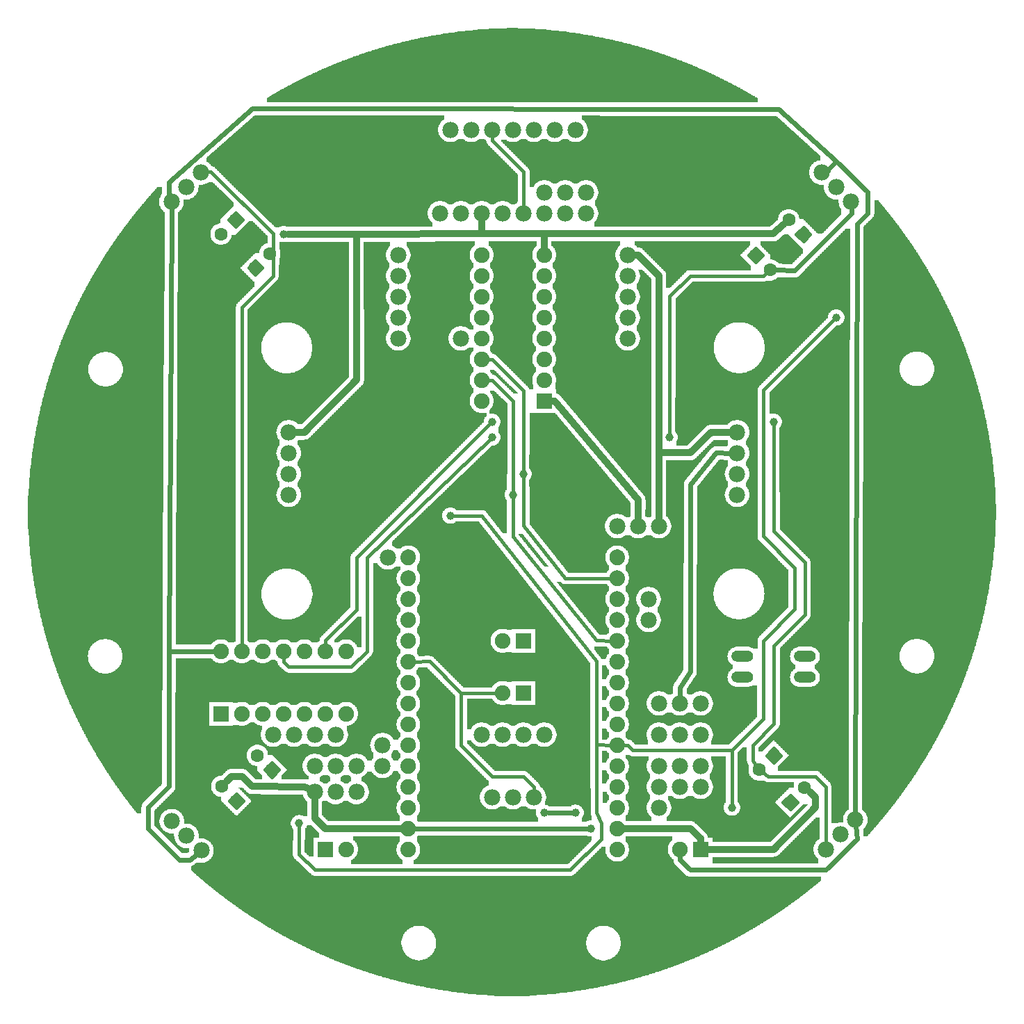
<source format=gtl>
G04 MADE WITH FRITZING*
G04 WWW.FRITZING.ORG*
G04 DOUBLE SIDED*
G04 HOLES PLATED*
G04 CONTOUR ON CENTER OF CONTOUR VECTOR*
%ASAXBY*%
%FSLAX23Y23*%
%MOIN*%
%OFA0B0*%
%SFA1.0B1.0*%
%ADD10C,0.075000*%
%ADD11C,0.039370*%
%ADD12C,0.078000*%
%ADD13C,0.052000*%
%ADD14C,0.062992*%
%ADD15C,0.074106*%
%ADD16R,0.075000X0.075000*%
%ADD17C,0.024000*%
%ADD18C,0.032000*%
%ADD19C,0.016000*%
%ADD20C,0.015748*%
%ADD21R,0.001000X0.001000*%
%LNCOPPER1*%
G90*
G70*
G54D10*
X2059Y4611D03*
X1166Y4206D03*
X2794Y4206D03*
X906Y3872D03*
X622Y3776D03*
X4123Y3710D03*
X3666Y3623D03*
X2343Y3581D03*
X2628Y3583D03*
X3092Y3592D03*
X1929Y3584D03*
X3914Y3580D03*
X2713Y1959D03*
X1758Y2007D03*
X1980Y1504D03*
X2265Y2602D03*
X2963Y1101D03*
X3499Y1031D03*
X1724Y1027D03*
X3762Y766D03*
X1972Y754D03*
X1683Y751D03*
G54D11*
X2742Y845D03*
X2517Y920D03*
X2667Y920D03*
G54D12*
X1742Y1245D03*
X1742Y1145D03*
X2117Y3195D03*
X2517Y3895D03*
X2617Y3895D03*
X2717Y3895D03*
X2517Y3895D03*
X2617Y3895D03*
X2717Y3895D03*
G54D11*
X3117Y2720D03*
X2267Y2720D03*
X3617Y2795D03*
X2267Y2795D03*
X1267Y3695D03*
X2067Y2345D03*
X3917Y3295D03*
G54D13*
X3767Y1570D03*
X3767Y1670D03*
X3467Y1670D03*
X3467Y1570D03*
X3767Y1570D03*
X3767Y1670D03*
X3467Y1670D03*
X3467Y1570D03*
G54D12*
X2067Y4195D03*
X2167Y4195D03*
X2267Y4195D03*
X2367Y4195D03*
X2467Y4195D03*
X2567Y4195D03*
X2667Y4195D03*
X2067Y4195D03*
X2167Y4195D03*
X2267Y4195D03*
X2367Y4195D03*
X2467Y4195D03*
X2567Y4195D03*
X2667Y4195D03*
X2717Y3795D03*
X2617Y3795D03*
X2517Y3795D03*
X2417Y3795D03*
X2317Y3795D03*
X2217Y3795D03*
X2117Y3795D03*
X2017Y3795D03*
X2717Y3795D03*
X2617Y3795D03*
X2517Y3795D03*
X2417Y3795D03*
X2317Y3795D03*
X2217Y3795D03*
X2117Y3795D03*
X2017Y3795D03*
X3017Y1945D03*
X3017Y1845D03*
X1217Y1295D03*
X1317Y1295D03*
X1417Y1295D03*
X1517Y1295D03*
X1217Y1295D03*
X1317Y1295D03*
X1417Y1295D03*
X1517Y1295D03*
X3267Y1045D03*
X3167Y1045D03*
X3267Y1145D03*
X3167Y1145D03*
X3067Y945D03*
X3067Y1045D03*
X3067Y1145D03*
X3067Y945D03*
X3067Y1045D03*
X3067Y1145D03*
X3067Y1295D03*
X3167Y1295D03*
X3267Y1295D03*
X3067Y1295D03*
X3167Y1295D03*
X3267Y1295D03*
X3067Y1445D03*
X3167Y1445D03*
X3267Y1445D03*
X3067Y1445D03*
X3167Y1445D03*
X3267Y1445D03*
X2267Y995D03*
X2367Y995D03*
X2467Y995D03*
X2267Y995D03*
X2367Y995D03*
X2467Y995D03*
X1417Y1020D03*
X1517Y1020D03*
X1617Y1020D03*
X1417Y1020D03*
X1517Y1020D03*
X1617Y1020D03*
X1417Y1145D03*
X1517Y1145D03*
X1617Y1145D03*
X1417Y1145D03*
X1517Y1145D03*
X1617Y1145D03*
X2867Y2295D03*
X2967Y2295D03*
X3067Y2295D03*
X2867Y2295D03*
X2967Y2295D03*
X3067Y2295D03*
G54D10*
X2417Y1745D03*
X2317Y1745D03*
X2417Y1745D03*
X2317Y1745D03*
X2417Y1495D03*
X2317Y1495D03*
X2417Y1495D03*
X2317Y1495D03*
X1467Y745D03*
X1567Y745D03*
X1467Y745D03*
X1567Y745D03*
X3267Y745D03*
X3167Y745D03*
X3267Y745D03*
X3167Y745D03*
G54D12*
X3867Y745D03*
X3937Y816D03*
X4008Y887D03*
X3867Y745D03*
X3937Y816D03*
X4008Y887D03*
X3987Y3849D03*
X3917Y3920D03*
X3846Y3991D03*
X3987Y3849D03*
X3917Y3920D03*
X3846Y3991D03*
X871Y3991D03*
X800Y3920D03*
X729Y3850D03*
X871Y3991D03*
X800Y3920D03*
X729Y3850D03*
X731Y880D03*
X802Y809D03*
X873Y739D03*
X731Y880D03*
X802Y809D03*
X873Y739D03*
G54D11*
X3417Y945D03*
X1342Y870D03*
X2367Y2445D03*
X2417Y2545D03*
G54D10*
X967Y1395D03*
X967Y1695D03*
X1067Y1395D03*
X1067Y1695D03*
X1167Y1395D03*
X1167Y1695D03*
X1267Y1395D03*
X1267Y1695D03*
X1367Y1395D03*
X1367Y1695D03*
X1467Y1395D03*
X1467Y1695D03*
X1567Y1395D03*
X1567Y1695D03*
G54D12*
X2217Y1295D03*
X2317Y1295D03*
X2417Y1295D03*
X2517Y1295D03*
X2217Y1295D03*
X2317Y1295D03*
X2417Y1295D03*
X2517Y1295D03*
G54D14*
X1211Y1126D03*
X1142Y1195D03*
X1211Y1126D03*
X1142Y1195D03*
X3617Y1195D03*
X3547Y1126D03*
X3617Y1195D03*
X3547Y1126D03*
X3530Y3593D03*
X3599Y3524D03*
X3530Y3593D03*
X3599Y3524D03*
X1132Y3533D03*
X1202Y3602D03*
X1132Y3533D03*
X1202Y3602D03*
G54D15*
X2867Y743D03*
X2867Y843D03*
X2867Y944D03*
X2867Y1044D03*
X2867Y1144D03*
X2867Y1244D03*
X2867Y1344D03*
X2867Y1444D03*
X2867Y1544D03*
X2867Y1645D03*
X2867Y1745D03*
X2867Y1845D03*
X2867Y1945D03*
X2867Y2045D03*
X2867Y2145D03*
X1865Y743D03*
X1865Y843D03*
X1865Y944D03*
X1865Y1044D03*
X1865Y1144D03*
X1865Y1244D03*
X1865Y1344D03*
X1865Y1444D03*
X1865Y1544D03*
X1865Y1645D03*
X1865Y1745D03*
X1865Y1845D03*
X1865Y1945D03*
X1865Y2045D03*
X1865Y2145D03*
G54D14*
X1041Y978D03*
X971Y1047D03*
X1041Y978D03*
X971Y1047D03*
X3696Y970D03*
X3765Y1040D03*
X3696Y970D03*
X3765Y1040D03*
X3759Y3694D03*
X3689Y3764D03*
X3759Y3694D03*
X3689Y3764D03*
X1036Y3765D03*
X967Y3695D03*
X1036Y3765D03*
X967Y3695D03*
G54D10*
X2517Y2895D03*
X2217Y2895D03*
X2517Y2995D03*
X2217Y2995D03*
X2517Y3095D03*
X2217Y3095D03*
X2517Y3195D03*
X2217Y3195D03*
X2517Y3295D03*
X2217Y3295D03*
X2517Y3395D03*
X2217Y3395D03*
X2517Y3495D03*
X2217Y3495D03*
X2517Y3595D03*
X2217Y3595D03*
G54D12*
X3442Y2745D03*
X3442Y2645D03*
X3442Y2545D03*
X3442Y2445D03*
X3442Y2745D03*
X3442Y2645D03*
X3442Y2545D03*
X3442Y2445D03*
X1767Y2145D03*
X1292Y2745D03*
X1292Y2645D03*
X1292Y2545D03*
X1292Y2445D03*
X1292Y2745D03*
X1292Y2645D03*
X1292Y2545D03*
X1292Y2445D03*
X1817Y3595D03*
X1817Y3495D03*
X1817Y3395D03*
X1817Y3295D03*
X1817Y3195D03*
X2917Y3595D03*
X2917Y3495D03*
X2917Y3395D03*
X2917Y3295D03*
X2917Y3195D03*
G54D16*
X2417Y1745D03*
X2417Y1745D03*
X2417Y1495D03*
X2417Y1495D03*
X1467Y745D03*
X1467Y745D03*
X3267Y745D03*
X3267Y745D03*
X967Y1395D03*
X2517Y2895D03*
G54D17*
X2723Y845D02*
X1894Y843D01*
G54D18*
D02*
X1367Y2745D02*
X1327Y2745D01*
D02*
X1618Y2996D02*
X1367Y2745D01*
D02*
X1616Y3694D02*
X1618Y2996D01*
G54D17*
D02*
X2648Y920D02*
X2536Y920D01*
G54D19*
D02*
X3617Y2271D02*
X3767Y2120D01*
D02*
X3767Y2120D02*
X3767Y1871D01*
D02*
X3767Y1871D02*
X3617Y1720D01*
D02*
X3617Y1720D02*
X3618Y1346D01*
D02*
X1218Y3620D02*
X1216Y3618D01*
D02*
X3618Y1346D02*
X3517Y1245D01*
D02*
X3517Y1245D02*
X3516Y1171D01*
D02*
X3516Y1171D02*
X3535Y1143D01*
D02*
X1467Y1746D02*
X1467Y1718D01*
D02*
X1616Y1895D02*
X1467Y1746D01*
D02*
X1616Y2145D02*
X1616Y1895D01*
D02*
X2257Y2786D02*
X1616Y2145D01*
D02*
X3617Y2782D02*
X3617Y2271D01*
D02*
X3217Y3495D02*
X3566Y3495D01*
D02*
X3117Y2734D02*
X3118Y3396D01*
D02*
X3118Y3396D02*
X3217Y3495D01*
D02*
X3566Y3495D02*
X3583Y3510D01*
D02*
X1667Y2145D02*
X2257Y2711D01*
D02*
X1667Y1695D02*
X1667Y2145D01*
D02*
X1592Y1621D02*
X1667Y1695D01*
D02*
X1292Y1621D02*
X1592Y1621D01*
D02*
X1266Y1645D02*
X1292Y1621D01*
D02*
X1267Y1672D02*
X1266Y1645D01*
D02*
X1218Y3698D02*
X1218Y3620D01*
G54D18*
D02*
X1366Y1044D02*
X1117Y1046D01*
G54D17*
D02*
X717Y1694D02*
X717Y1046D01*
D02*
X3867Y3995D02*
X3876Y3997D01*
D02*
X717Y3870D02*
X713Y3875D01*
G54D18*
D02*
X1616Y3694D02*
X1291Y3695D01*
D02*
X2217Y3696D02*
X1616Y3694D01*
D02*
X3818Y995D02*
X3816Y946D01*
D02*
X1117Y1046D02*
X1067Y1095D01*
D02*
X1067Y1095D02*
X1018Y1095D01*
D02*
X1018Y1095D02*
X994Y1070D01*
D02*
X1385Y1036D02*
X1366Y1044D01*
G54D17*
D02*
X3916Y4045D02*
X3641Y4295D01*
D02*
X617Y845D02*
X767Y695D01*
D02*
X767Y695D02*
X816Y695D01*
D02*
X816Y695D02*
X849Y720D01*
D02*
X617Y946D02*
X617Y844D01*
D02*
X717Y1046D02*
X617Y946D01*
D02*
X729Y3819D02*
X717Y1694D01*
D02*
X717Y3945D02*
X717Y3870D01*
D02*
X1116Y4297D02*
X717Y3945D01*
D02*
X3641Y4295D02*
X1116Y4297D01*
D02*
X4067Y3896D02*
X3916Y4045D01*
D02*
X4067Y3795D02*
X4067Y3896D01*
D02*
X3916Y4045D02*
X3867Y3995D01*
D02*
X4017Y3744D02*
X4067Y3795D01*
D02*
X4008Y917D02*
X4017Y3744D01*
G54D18*
D02*
X3615Y3696D02*
X3665Y3742D01*
D02*
X2516Y3696D02*
X3615Y3696D01*
D02*
X3616Y745D02*
X3301Y745D01*
D02*
X3816Y946D02*
X3616Y745D01*
D02*
X3790Y1019D02*
X3818Y995D01*
G54D19*
D02*
X3716Y2095D02*
X3567Y2246D01*
D02*
X3567Y2246D02*
X3568Y2946D01*
D02*
X3716Y1896D02*
X3716Y2095D01*
D02*
X3567Y1745D02*
X3716Y1896D01*
D02*
X3566Y1370D02*
X3567Y1745D01*
D02*
X3416Y1221D02*
X3566Y1370D01*
D02*
X3568Y2946D02*
X3907Y3286D01*
D02*
X2766Y1646D02*
X2217Y2344D01*
D02*
X2217Y2344D02*
X2080Y2345D01*
D02*
X2766Y1246D02*
X2766Y1646D01*
G54D17*
D02*
X717Y1694D02*
X938Y1695D01*
G54D19*
D02*
X917Y3994D02*
X895Y3993D01*
D02*
X1216Y3494D02*
X1218Y3595D01*
D02*
X1067Y3345D02*
X1216Y3494D01*
D02*
X1218Y3595D02*
X1221Y3594D01*
D02*
X1218Y3698D02*
X917Y3994D01*
D02*
X1067Y1718D02*
X1067Y3345D01*
D02*
X3592Y1095D02*
X3816Y1095D01*
D02*
X3816Y1095D02*
X3866Y1045D01*
D02*
X3565Y1114D02*
X3592Y1095D01*
D02*
X3866Y1045D02*
X3867Y770D01*
G54D17*
D02*
X3718Y3519D02*
X3626Y3523D01*
D02*
X3991Y3795D02*
X3718Y3519D01*
D02*
X3990Y3819D02*
X3991Y3795D01*
G54D19*
D02*
X2418Y3994D02*
X2268Y4144D01*
D02*
X2268Y4144D02*
X2267Y4171D01*
D02*
X2417Y3820D02*
X2418Y3994D01*
D02*
X2367Y2432D02*
X2366Y2244D01*
D02*
X2417Y2559D02*
X2418Y2945D01*
G54D18*
D02*
X2217Y3696D02*
X2217Y3759D01*
D02*
X2516Y3696D02*
X2217Y3696D01*
D02*
X2516Y3629D02*
X2516Y3696D01*
G54D19*
D02*
X2418Y2296D02*
X2417Y2532D01*
D02*
X2618Y2044D02*
X2418Y2296D01*
D02*
X2767Y1747D02*
X2844Y1745D01*
D02*
X2366Y2244D02*
X2767Y1747D01*
D02*
X2368Y2895D02*
X2367Y2459D01*
D02*
X2266Y2994D02*
X2368Y2895D01*
D02*
X2418Y2945D02*
X2266Y3094D01*
D02*
X2266Y3094D02*
X2240Y3095D01*
D02*
X2240Y2995D02*
X2266Y2994D01*
D02*
X2844Y2045D02*
X2618Y2044D01*
D02*
X2117Y1245D02*
X2117Y1494D01*
D02*
X2117Y1494D02*
X2294Y1495D01*
D02*
X2117Y1494D02*
X1966Y1646D01*
D02*
X1966Y1646D02*
X1888Y1645D01*
D02*
X2267Y1095D02*
X2117Y1245D01*
D02*
X2416Y1095D02*
X2267Y1095D01*
D02*
X2468Y1045D02*
X2416Y1095D01*
D02*
X2467Y1020D02*
X2468Y1045D01*
G54D18*
D02*
X1417Y895D02*
X1417Y984D01*
D02*
X1467Y844D02*
X1417Y895D01*
D02*
X1831Y844D02*
X1467Y844D01*
D02*
X3267Y796D02*
X3216Y845D01*
D02*
X2967Y3595D02*
X2952Y3595D01*
D02*
X3067Y3495D02*
X2967Y3595D01*
D02*
X3067Y3069D02*
X3067Y3495D01*
D02*
X3216Y845D02*
X2901Y844D01*
D02*
X3267Y779D02*
X3267Y796D01*
D02*
X3066Y2646D02*
X3067Y3069D01*
G54D19*
D02*
X2792Y795D02*
X2642Y646D01*
D02*
X2792Y870D02*
X2792Y795D01*
D02*
X2767Y920D02*
X2792Y870D01*
D02*
X2766Y1246D02*
X2767Y920D01*
D02*
X1966Y646D02*
X1418Y646D01*
D02*
X1418Y646D02*
X1340Y721D01*
D02*
X1340Y721D02*
X1342Y857D01*
D02*
X2642Y646D02*
X1966Y646D01*
D02*
X2844Y1244D02*
X2766Y1246D01*
D02*
X2942Y1220D02*
X2917Y1245D01*
D02*
X2917Y1245D02*
X2890Y1244D01*
D02*
X3416Y1221D02*
X2942Y1220D01*
D02*
X3417Y959D02*
X3416Y1221D01*
G54D17*
D02*
X3168Y695D02*
X3217Y646D01*
D02*
X3217Y646D02*
X3866Y646D01*
D02*
X3866Y646D02*
X4016Y795D01*
D02*
X3167Y717D02*
X3168Y695D01*
D02*
X4016Y795D02*
X4011Y857D01*
D02*
X3341Y2646D02*
X3218Y2495D01*
D02*
X3216Y1596D02*
X3166Y1521D01*
D02*
X3166Y1521D02*
X3166Y1475D01*
D02*
X3218Y2495D02*
X3216Y1596D01*
D02*
X3412Y2645D02*
X3341Y2646D01*
G54D18*
D02*
X2967Y2420D02*
X2967Y2331D01*
D02*
X2568Y2895D02*
X2967Y2420D01*
D02*
X3066Y2646D02*
X3067Y2331D01*
D02*
X3217Y2646D02*
X3066Y2646D01*
D02*
X3316Y2745D02*
X3217Y2646D01*
D02*
X3406Y2745D02*
X3316Y2745D01*
D02*
X2551Y2895D02*
X2568Y2895D01*
G36*
X2336Y4684D02*
X2336Y4682D01*
X2282Y4682D01*
X2282Y4680D01*
X2250Y4680D01*
X2250Y4678D01*
X2220Y4678D01*
X2220Y4676D01*
X2196Y4676D01*
X2196Y4674D01*
X2174Y4674D01*
X2174Y4672D01*
X2154Y4672D01*
X2154Y4670D01*
X2136Y4670D01*
X2136Y4668D01*
X2118Y4668D01*
X2118Y4666D01*
X2102Y4666D01*
X2102Y4664D01*
X2088Y4664D01*
X2088Y4662D01*
X2072Y4662D01*
X2072Y4660D01*
X2058Y4660D01*
X2058Y4658D01*
X2044Y4658D01*
X2044Y4656D01*
X2032Y4656D01*
X2032Y4654D01*
X2020Y4654D01*
X2020Y4652D01*
X2008Y4652D01*
X2008Y4650D01*
X1996Y4650D01*
X1996Y4648D01*
X1984Y4648D01*
X1984Y4646D01*
X1974Y4646D01*
X1974Y4644D01*
X1962Y4644D01*
X1962Y4642D01*
X1952Y4642D01*
X1952Y4640D01*
X1942Y4640D01*
X1942Y4638D01*
X1932Y4638D01*
X1932Y4636D01*
X1922Y4636D01*
X1922Y4634D01*
X1912Y4634D01*
X1912Y4632D01*
X1904Y4632D01*
X1904Y4630D01*
X1894Y4630D01*
X1894Y4628D01*
X1884Y4628D01*
X1884Y4626D01*
X1876Y4626D01*
X1876Y4624D01*
X1866Y4624D01*
X1866Y4622D01*
X1858Y4622D01*
X1858Y4620D01*
X1850Y4620D01*
X1850Y4618D01*
X1842Y4618D01*
X1842Y4616D01*
X1834Y4616D01*
X1834Y4614D01*
X1826Y4614D01*
X1826Y4612D01*
X1818Y4612D01*
X1818Y4610D01*
X1810Y4610D01*
X1810Y4608D01*
X1802Y4608D01*
X1802Y4606D01*
X1794Y4606D01*
X1794Y4604D01*
X1788Y4604D01*
X1788Y4602D01*
X1780Y4602D01*
X1780Y4600D01*
X1772Y4600D01*
X1772Y4598D01*
X1766Y4598D01*
X1766Y4596D01*
X1758Y4596D01*
X1758Y4594D01*
X1752Y4594D01*
X1752Y4592D01*
X1744Y4592D01*
X1744Y4590D01*
X1738Y4590D01*
X1738Y4588D01*
X1730Y4588D01*
X1730Y4586D01*
X1724Y4586D01*
X1724Y4584D01*
X1718Y4584D01*
X1718Y4582D01*
X1710Y4582D01*
X1710Y4580D01*
X1704Y4580D01*
X1704Y4578D01*
X1698Y4578D01*
X1698Y4576D01*
X1692Y4576D01*
X1692Y4574D01*
X1686Y4574D01*
X1686Y4572D01*
X1680Y4572D01*
X1680Y4570D01*
X1672Y4570D01*
X1672Y4568D01*
X1666Y4568D01*
X1666Y4566D01*
X1660Y4566D01*
X1660Y4564D01*
X1654Y4564D01*
X1654Y4562D01*
X1648Y4562D01*
X1648Y4560D01*
X1642Y4560D01*
X1642Y4558D01*
X1636Y4558D01*
X1636Y4556D01*
X1630Y4556D01*
X1630Y4554D01*
X1626Y4554D01*
X1626Y4552D01*
X1620Y4552D01*
X1620Y4550D01*
X1614Y4550D01*
X1614Y4548D01*
X1608Y4548D01*
X1608Y4546D01*
X1602Y4546D01*
X1602Y4544D01*
X1596Y4544D01*
X1596Y4542D01*
X1592Y4542D01*
X1592Y4540D01*
X1586Y4540D01*
X1586Y4538D01*
X1580Y4538D01*
X1580Y4536D01*
X1576Y4536D01*
X1576Y4534D01*
X1570Y4534D01*
X1570Y4532D01*
X1564Y4532D01*
X1564Y4530D01*
X1560Y4530D01*
X1560Y4528D01*
X1554Y4528D01*
X1554Y4526D01*
X1548Y4526D01*
X1548Y4524D01*
X1544Y4524D01*
X1544Y4522D01*
X1538Y4522D01*
X1538Y4520D01*
X1534Y4520D01*
X1534Y4518D01*
X1528Y4518D01*
X1528Y4516D01*
X1524Y4516D01*
X1524Y4514D01*
X1518Y4514D01*
X1518Y4512D01*
X1514Y4512D01*
X1514Y4510D01*
X1508Y4510D01*
X1508Y4508D01*
X1504Y4508D01*
X1504Y4506D01*
X1500Y4506D01*
X1500Y4504D01*
X1494Y4504D01*
X1494Y4502D01*
X1490Y4502D01*
X1490Y4500D01*
X1484Y4500D01*
X1484Y4498D01*
X1480Y4498D01*
X1480Y4496D01*
X1476Y4496D01*
X1476Y4494D01*
X1470Y4494D01*
X1470Y4492D01*
X1466Y4492D01*
X1466Y4490D01*
X1462Y4490D01*
X1462Y4488D01*
X1456Y4488D01*
X1456Y4486D01*
X1452Y4486D01*
X1452Y4484D01*
X1448Y4484D01*
X1448Y4482D01*
X1444Y4482D01*
X1444Y4480D01*
X1438Y4480D01*
X1438Y4478D01*
X1434Y4478D01*
X1434Y4476D01*
X1430Y4476D01*
X1430Y4474D01*
X1426Y4474D01*
X1426Y4472D01*
X1420Y4472D01*
X1420Y4470D01*
X1416Y4470D01*
X1416Y4468D01*
X1412Y4468D01*
X1412Y4466D01*
X1408Y4466D01*
X1408Y4464D01*
X1404Y4464D01*
X1404Y4462D01*
X1400Y4462D01*
X1400Y4460D01*
X1396Y4460D01*
X1396Y4458D01*
X1390Y4458D01*
X1390Y4456D01*
X1386Y4456D01*
X1386Y4454D01*
X1382Y4454D01*
X1382Y4452D01*
X1378Y4452D01*
X1378Y4450D01*
X1374Y4450D01*
X1374Y4448D01*
X1370Y4448D01*
X1370Y4446D01*
X1366Y4446D01*
X1366Y4444D01*
X1362Y4444D01*
X1362Y4442D01*
X1358Y4442D01*
X1358Y4440D01*
X1354Y4440D01*
X1354Y4438D01*
X1350Y4438D01*
X1350Y4436D01*
X1346Y4436D01*
X1346Y4434D01*
X1342Y4434D01*
X1342Y4432D01*
X1338Y4432D01*
X1338Y4430D01*
X1334Y4430D01*
X1334Y4428D01*
X1330Y4428D01*
X1330Y4426D01*
X1326Y4426D01*
X1326Y4424D01*
X1322Y4424D01*
X1322Y4422D01*
X1318Y4422D01*
X1318Y4420D01*
X1314Y4420D01*
X1314Y4418D01*
X1310Y4418D01*
X1310Y4416D01*
X1306Y4416D01*
X1306Y4414D01*
X1304Y4414D01*
X1304Y4412D01*
X1300Y4412D01*
X1300Y4410D01*
X1296Y4410D01*
X1296Y4408D01*
X1292Y4408D01*
X1292Y4406D01*
X1288Y4406D01*
X1288Y4404D01*
X1284Y4404D01*
X1284Y4402D01*
X1280Y4402D01*
X1280Y4400D01*
X1276Y4400D01*
X1276Y4398D01*
X1272Y4398D01*
X1272Y4396D01*
X1270Y4396D01*
X1270Y4394D01*
X1266Y4394D01*
X1266Y4392D01*
X1262Y4392D01*
X1262Y4390D01*
X1258Y4390D01*
X1258Y4388D01*
X1256Y4388D01*
X1256Y4386D01*
X1252Y4386D01*
X1252Y4384D01*
X1248Y4384D01*
X1248Y4382D01*
X1244Y4382D01*
X1244Y4380D01*
X1240Y4380D01*
X1240Y4378D01*
X1238Y4378D01*
X1238Y4376D01*
X1234Y4376D01*
X1234Y4374D01*
X1230Y4374D01*
X1230Y4372D01*
X1226Y4372D01*
X1226Y4370D01*
X1224Y4370D01*
X1224Y4368D01*
X1220Y4368D01*
X1220Y4366D01*
X1216Y4366D01*
X1216Y4364D01*
X1212Y4364D01*
X1212Y4362D01*
X1210Y4362D01*
X1210Y4360D01*
X1206Y4360D01*
X1206Y4358D01*
X1202Y4358D01*
X1202Y4356D01*
X1200Y4356D01*
X1200Y4354D01*
X1196Y4354D01*
X1196Y4352D01*
X1192Y4352D01*
X1192Y4350D01*
X1190Y4350D01*
X1190Y4348D01*
X1186Y4348D01*
X1186Y4328D01*
X2796Y4328D01*
X2796Y4326D01*
X3542Y4326D01*
X3542Y4346D01*
X3538Y4346D01*
X3538Y4348D01*
X3536Y4348D01*
X3536Y4350D01*
X3532Y4350D01*
X3532Y4352D01*
X3528Y4352D01*
X3528Y4354D01*
X3526Y4354D01*
X3526Y4356D01*
X3522Y4356D01*
X3522Y4358D01*
X3518Y4358D01*
X3518Y4360D01*
X3514Y4360D01*
X3514Y4362D01*
X3512Y4362D01*
X3512Y4364D01*
X3508Y4364D01*
X3508Y4366D01*
X3504Y4366D01*
X3504Y4368D01*
X3502Y4368D01*
X3502Y4370D01*
X3498Y4370D01*
X3498Y4372D01*
X3494Y4372D01*
X3494Y4374D01*
X3490Y4374D01*
X3490Y4376D01*
X3488Y4376D01*
X3488Y4378D01*
X3484Y4378D01*
X3484Y4380D01*
X3480Y4380D01*
X3480Y4382D01*
X3476Y4382D01*
X3476Y4384D01*
X3472Y4384D01*
X3472Y4386D01*
X3470Y4386D01*
X3470Y4388D01*
X3466Y4388D01*
X3466Y4390D01*
X3462Y4390D01*
X3462Y4392D01*
X3458Y4392D01*
X3458Y4394D01*
X3456Y4394D01*
X3456Y4396D01*
X3452Y4396D01*
X3452Y4398D01*
X3448Y4398D01*
X3448Y4400D01*
X3444Y4400D01*
X3444Y4402D01*
X3440Y4402D01*
X3440Y4404D01*
X3436Y4404D01*
X3436Y4406D01*
X3432Y4406D01*
X3432Y4408D01*
X3428Y4408D01*
X3428Y4410D01*
X3426Y4410D01*
X3426Y4412D01*
X3422Y4412D01*
X3422Y4414D01*
X3418Y4414D01*
X3418Y4416D01*
X3414Y4416D01*
X3414Y4418D01*
X3410Y4418D01*
X3410Y4420D01*
X3406Y4420D01*
X3406Y4422D01*
X3402Y4422D01*
X3402Y4424D01*
X3398Y4424D01*
X3398Y4426D01*
X3394Y4426D01*
X3394Y4428D01*
X3390Y4428D01*
X3390Y4430D01*
X3386Y4430D01*
X3386Y4432D01*
X3382Y4432D01*
X3382Y4434D01*
X3378Y4434D01*
X3378Y4436D01*
X3374Y4436D01*
X3374Y4438D01*
X3370Y4438D01*
X3370Y4440D01*
X3366Y4440D01*
X3366Y4442D01*
X3362Y4442D01*
X3362Y4444D01*
X3358Y4444D01*
X3358Y4446D01*
X3354Y4446D01*
X3354Y4448D01*
X3350Y4448D01*
X3350Y4450D01*
X3346Y4450D01*
X3346Y4452D01*
X3342Y4452D01*
X3342Y4454D01*
X3338Y4454D01*
X3338Y4456D01*
X3334Y4456D01*
X3334Y4458D01*
X3330Y4458D01*
X3330Y4460D01*
X3324Y4460D01*
X3324Y4462D01*
X3320Y4462D01*
X3320Y4464D01*
X3316Y4464D01*
X3316Y4466D01*
X3312Y4466D01*
X3312Y4468D01*
X3308Y4468D01*
X3308Y4470D01*
X3304Y4470D01*
X3304Y4472D01*
X3300Y4472D01*
X3300Y4474D01*
X3294Y4474D01*
X3294Y4476D01*
X3290Y4476D01*
X3290Y4478D01*
X3286Y4478D01*
X3286Y4480D01*
X3282Y4480D01*
X3282Y4482D01*
X3276Y4482D01*
X3276Y4484D01*
X3272Y4484D01*
X3272Y4486D01*
X3268Y4486D01*
X3268Y4488D01*
X3262Y4488D01*
X3262Y4490D01*
X3258Y4490D01*
X3258Y4492D01*
X3254Y4492D01*
X3254Y4494D01*
X3250Y4494D01*
X3250Y4496D01*
X3244Y4496D01*
X3244Y4498D01*
X3240Y4498D01*
X3240Y4500D01*
X3236Y4500D01*
X3236Y4502D01*
X3230Y4502D01*
X3230Y4504D01*
X3226Y4504D01*
X3226Y4506D01*
X3220Y4506D01*
X3220Y4508D01*
X3216Y4508D01*
X3216Y4510D01*
X3210Y4510D01*
X3210Y4512D01*
X3206Y4512D01*
X3206Y4514D01*
X3200Y4514D01*
X3200Y4516D01*
X3196Y4516D01*
X3196Y4518D01*
X3192Y4518D01*
X3192Y4520D01*
X3186Y4520D01*
X3186Y4522D01*
X3180Y4522D01*
X3180Y4524D01*
X3176Y4524D01*
X3176Y4526D01*
X3170Y4526D01*
X3170Y4528D01*
X3164Y4528D01*
X3164Y4530D01*
X3160Y4530D01*
X3160Y4532D01*
X3154Y4532D01*
X3154Y4534D01*
X3150Y4534D01*
X3150Y4536D01*
X3144Y4536D01*
X3144Y4538D01*
X3138Y4538D01*
X3138Y4540D01*
X3134Y4540D01*
X3134Y4542D01*
X3128Y4542D01*
X3128Y4544D01*
X3122Y4544D01*
X3122Y4546D01*
X3116Y4546D01*
X3116Y4548D01*
X3110Y4548D01*
X3110Y4550D01*
X3104Y4550D01*
X3104Y4552D01*
X3100Y4552D01*
X3100Y4554D01*
X3094Y4554D01*
X3094Y4556D01*
X3088Y4556D01*
X3088Y4558D01*
X3082Y4558D01*
X3082Y4560D01*
X3076Y4560D01*
X3076Y4562D01*
X3070Y4562D01*
X3070Y4564D01*
X3064Y4564D01*
X3064Y4566D01*
X3058Y4566D01*
X3058Y4568D01*
X3052Y4568D01*
X3052Y4570D01*
X3046Y4570D01*
X3046Y4572D01*
X3040Y4572D01*
X3040Y4574D01*
X3034Y4574D01*
X3034Y4576D01*
X3026Y4576D01*
X3026Y4578D01*
X3020Y4578D01*
X3020Y4580D01*
X3014Y4580D01*
X3014Y4582D01*
X3006Y4582D01*
X3006Y4584D01*
X3000Y4584D01*
X3000Y4586D01*
X2994Y4586D01*
X2994Y4588D01*
X2986Y4588D01*
X2986Y4590D01*
X2980Y4590D01*
X2980Y4592D01*
X2974Y4592D01*
X2974Y4594D01*
X2966Y4594D01*
X2966Y4596D01*
X2960Y4596D01*
X2960Y4598D01*
X2952Y4598D01*
X2952Y4600D01*
X2944Y4600D01*
X2944Y4602D01*
X2936Y4602D01*
X2936Y4604D01*
X2930Y4604D01*
X2930Y4606D01*
X2922Y4606D01*
X2922Y4608D01*
X2914Y4608D01*
X2914Y4610D01*
X2906Y4610D01*
X2906Y4612D01*
X2898Y4612D01*
X2898Y4614D01*
X2890Y4614D01*
X2890Y4616D01*
X2882Y4616D01*
X2882Y4618D01*
X2874Y4618D01*
X2874Y4620D01*
X2866Y4620D01*
X2866Y4622D01*
X2858Y4622D01*
X2858Y4624D01*
X2848Y4624D01*
X2848Y4626D01*
X2840Y4626D01*
X2840Y4628D01*
X2830Y4628D01*
X2830Y4630D01*
X2822Y4630D01*
X2822Y4632D01*
X2812Y4632D01*
X2812Y4634D01*
X2802Y4634D01*
X2802Y4636D01*
X2792Y4636D01*
X2792Y4638D01*
X2782Y4638D01*
X2782Y4640D01*
X2772Y4640D01*
X2772Y4642D01*
X2762Y4642D01*
X2762Y4644D01*
X2752Y4644D01*
X2752Y4646D01*
X2740Y4646D01*
X2740Y4648D01*
X2728Y4648D01*
X2728Y4650D01*
X2716Y4650D01*
X2716Y4652D01*
X2704Y4652D01*
X2704Y4654D01*
X2692Y4654D01*
X2692Y4656D01*
X2680Y4656D01*
X2680Y4658D01*
X2666Y4658D01*
X2666Y4660D01*
X2652Y4660D01*
X2652Y4662D01*
X2638Y4662D01*
X2638Y4664D01*
X2624Y4664D01*
X2624Y4666D01*
X2606Y4666D01*
X2606Y4668D01*
X2588Y4668D01*
X2588Y4670D01*
X2570Y4670D01*
X2570Y4672D01*
X2550Y4672D01*
X2550Y4674D01*
X2528Y4674D01*
X2528Y4676D01*
X2506Y4676D01*
X2506Y4678D01*
X2474Y4678D01*
X2474Y4680D01*
X2442Y4680D01*
X2442Y4682D01*
X2390Y4682D01*
X2390Y4684D01*
X2336Y4684D01*
G37*
D02*
G36*
X1128Y4264D02*
X1128Y4262D01*
X1124Y4262D01*
X1124Y4260D01*
X1122Y4260D01*
X1122Y4258D01*
X1120Y4258D01*
X1120Y4256D01*
X1118Y4256D01*
X1118Y4254D01*
X1116Y4254D01*
X1116Y4252D01*
X1114Y4252D01*
X1114Y4250D01*
X1112Y4250D01*
X1112Y4248D01*
X1110Y4248D01*
X1110Y4246D01*
X1106Y4246D01*
X1106Y4244D01*
X1104Y4244D01*
X1104Y4242D01*
X1102Y4242D01*
X1102Y4240D01*
X1100Y4240D01*
X1100Y4238D01*
X1098Y4238D01*
X1098Y4236D01*
X1096Y4236D01*
X1096Y4234D01*
X1094Y4234D01*
X1094Y4232D01*
X1090Y4232D01*
X1090Y4230D01*
X1088Y4230D01*
X1088Y4228D01*
X1086Y4228D01*
X1086Y4226D01*
X1084Y4226D01*
X1084Y4224D01*
X1082Y4224D01*
X1082Y4222D01*
X1080Y4222D01*
X1080Y4220D01*
X1078Y4220D01*
X1078Y4218D01*
X1074Y4218D01*
X1074Y4216D01*
X1072Y4216D01*
X1072Y4214D01*
X1070Y4214D01*
X1070Y4212D01*
X1068Y4212D01*
X1068Y4210D01*
X1066Y4210D01*
X1066Y4208D01*
X1064Y4208D01*
X1064Y4206D01*
X1062Y4206D01*
X1062Y4204D01*
X1060Y4204D01*
X1060Y4202D01*
X1056Y4202D01*
X1056Y4200D01*
X1054Y4200D01*
X1054Y4198D01*
X1052Y4198D01*
X1052Y4196D01*
X1050Y4196D01*
X1050Y4194D01*
X1048Y4194D01*
X1048Y4192D01*
X1046Y4192D01*
X1046Y4190D01*
X1044Y4190D01*
X1044Y4188D01*
X1040Y4188D01*
X1040Y4186D01*
X1038Y4186D01*
X1038Y4184D01*
X1036Y4184D01*
X1036Y4182D01*
X1034Y4182D01*
X1034Y4180D01*
X1032Y4180D01*
X1032Y4178D01*
X1030Y4178D01*
X1030Y4176D01*
X1028Y4176D01*
X1028Y4174D01*
X1024Y4174D01*
X1024Y4172D01*
X1022Y4172D01*
X1022Y4170D01*
X1020Y4170D01*
X1020Y4168D01*
X1018Y4168D01*
X1018Y4166D01*
X1016Y4166D01*
X1016Y4164D01*
X1014Y4164D01*
X1014Y4162D01*
X1012Y4162D01*
X1012Y4160D01*
X1008Y4160D01*
X1008Y4158D01*
X1006Y4158D01*
X1006Y4156D01*
X1004Y4156D01*
X1004Y4154D01*
X1002Y4154D01*
X1002Y4152D01*
X1000Y4152D01*
X1000Y4150D01*
X998Y4150D01*
X998Y4148D01*
X996Y4148D01*
X996Y4146D01*
X994Y4146D01*
X994Y4144D01*
X990Y4144D01*
X990Y4142D01*
X988Y4142D01*
X988Y4140D01*
X986Y4140D01*
X986Y4138D01*
X984Y4138D01*
X984Y4136D01*
X2056Y4136D01*
X2056Y4138D01*
X2048Y4138D01*
X2048Y4140D01*
X2042Y4140D01*
X2042Y4142D01*
X2038Y4142D01*
X2038Y4144D01*
X2036Y4144D01*
X2036Y4146D01*
X2032Y4146D01*
X2032Y4148D01*
X2030Y4148D01*
X2030Y4150D01*
X2028Y4150D01*
X2028Y4152D01*
X2026Y4152D01*
X2026Y4154D01*
X2024Y4154D01*
X2024Y4156D01*
X2022Y4156D01*
X2022Y4158D01*
X2020Y4158D01*
X2020Y4160D01*
X2018Y4160D01*
X2018Y4164D01*
X2016Y4164D01*
X2016Y4166D01*
X2014Y4166D01*
X2014Y4170D01*
X2012Y4170D01*
X2012Y4176D01*
X2010Y4176D01*
X2010Y4184D01*
X2008Y4184D01*
X2008Y4206D01*
X2010Y4206D01*
X2010Y4214D01*
X2012Y4214D01*
X2012Y4218D01*
X2014Y4218D01*
X2014Y4222D01*
X2016Y4222D01*
X2016Y4226D01*
X2018Y4226D01*
X2018Y4228D01*
X2020Y4228D01*
X2020Y4232D01*
X2022Y4232D01*
X2022Y4234D01*
X2024Y4234D01*
X2024Y4236D01*
X2026Y4236D01*
X2026Y4238D01*
X2028Y4238D01*
X2028Y4240D01*
X2030Y4240D01*
X2030Y4242D01*
X2034Y4242D01*
X2034Y4244D01*
X2036Y4244D01*
X2036Y4264D01*
X1128Y4264D01*
G37*
D02*
G36*
X2106Y4152D02*
X2106Y4150D01*
X2104Y4150D01*
X2104Y4148D01*
X2100Y4148D01*
X2100Y4146D01*
X2098Y4146D01*
X2098Y4144D01*
X2094Y4144D01*
X2094Y4142D01*
X2090Y4142D01*
X2090Y4140D01*
X2086Y4140D01*
X2086Y4138D01*
X2078Y4138D01*
X2078Y4136D01*
X2156Y4136D01*
X2156Y4138D01*
X2148Y4138D01*
X2148Y4140D01*
X2142Y4140D01*
X2142Y4142D01*
X2138Y4142D01*
X2138Y4144D01*
X2136Y4144D01*
X2136Y4146D01*
X2132Y4146D01*
X2132Y4148D01*
X2130Y4148D01*
X2130Y4150D01*
X2128Y4150D01*
X2128Y4152D01*
X2106Y4152D01*
G37*
D02*
G36*
X2206Y4152D02*
X2206Y4150D01*
X2204Y4150D01*
X2204Y4148D01*
X2200Y4148D01*
X2200Y4146D01*
X2198Y4146D01*
X2198Y4144D01*
X2194Y4144D01*
X2194Y4142D01*
X2190Y4142D01*
X2190Y4140D01*
X2186Y4140D01*
X2186Y4138D01*
X2178Y4138D01*
X2178Y4136D01*
X2240Y4136D01*
X2240Y4142D01*
X2238Y4142D01*
X2238Y4144D01*
X2236Y4144D01*
X2236Y4146D01*
X2232Y4146D01*
X2232Y4148D01*
X2230Y4148D01*
X2230Y4150D01*
X2228Y4150D01*
X2228Y4152D01*
X2206Y4152D01*
G37*
D02*
G36*
X982Y4136D02*
X982Y4134D01*
X2242Y4134D01*
X2242Y4136D01*
X982Y4136D01*
G37*
D02*
G36*
X982Y4136D02*
X982Y4134D01*
X2242Y4134D01*
X2242Y4136D01*
X982Y4136D01*
G37*
D02*
G36*
X982Y4136D02*
X982Y4134D01*
X2242Y4134D01*
X2242Y4136D01*
X982Y4136D01*
G37*
D02*
G36*
X980Y4134D02*
X980Y4132D01*
X978Y4132D01*
X978Y4130D01*
X974Y4130D01*
X974Y4128D01*
X972Y4128D01*
X972Y4126D01*
X970Y4126D01*
X970Y4124D01*
X968Y4124D01*
X968Y4122D01*
X966Y4122D01*
X966Y4120D01*
X964Y4120D01*
X964Y4118D01*
X962Y4118D01*
X962Y4116D01*
X958Y4116D01*
X958Y4114D01*
X956Y4114D01*
X956Y4112D01*
X954Y4112D01*
X954Y4110D01*
X952Y4110D01*
X952Y4108D01*
X950Y4108D01*
X950Y4106D01*
X948Y4106D01*
X948Y4104D01*
X946Y4104D01*
X946Y4102D01*
X944Y4102D01*
X944Y4100D01*
X940Y4100D01*
X940Y4098D01*
X938Y4098D01*
X938Y4096D01*
X936Y4096D01*
X936Y4094D01*
X934Y4094D01*
X934Y4092D01*
X932Y4092D01*
X932Y4090D01*
X930Y4090D01*
X930Y4088D01*
X928Y4088D01*
X928Y4086D01*
X924Y4086D01*
X924Y4084D01*
X922Y4084D01*
X922Y4082D01*
X920Y4082D01*
X920Y4080D01*
X918Y4080D01*
X918Y4078D01*
X916Y4078D01*
X916Y4076D01*
X914Y4076D01*
X914Y4074D01*
X912Y4074D01*
X912Y4072D01*
X908Y4072D01*
X908Y4070D01*
X906Y4070D01*
X906Y4068D01*
X904Y4068D01*
X904Y4066D01*
X902Y4066D01*
X902Y4064D01*
X900Y4064D01*
X900Y4062D01*
X898Y4062D01*
X898Y4042D01*
X902Y4042D01*
X902Y4040D01*
X904Y4040D01*
X904Y4038D01*
X908Y4038D01*
X908Y4036D01*
X910Y4036D01*
X910Y4034D01*
X912Y4034D01*
X912Y4032D01*
X914Y4032D01*
X914Y4030D01*
X916Y4030D01*
X916Y4028D01*
X918Y4028D01*
X918Y4024D01*
X920Y4024D01*
X920Y4022D01*
X922Y4022D01*
X922Y4020D01*
X928Y4020D01*
X928Y4018D01*
X932Y4018D01*
X932Y4016D01*
X936Y4016D01*
X936Y4014D01*
X938Y4014D01*
X938Y4012D01*
X940Y4012D01*
X940Y4010D01*
X942Y4010D01*
X942Y4008D01*
X944Y4008D01*
X944Y4006D01*
X946Y4006D01*
X946Y4004D01*
X948Y4004D01*
X948Y4002D01*
X950Y4002D01*
X950Y4000D01*
X952Y4000D01*
X952Y3998D01*
X954Y3998D01*
X954Y3996D01*
X956Y3996D01*
X956Y3994D01*
X958Y3994D01*
X958Y3992D01*
X960Y3992D01*
X960Y3990D01*
X962Y3990D01*
X962Y3988D01*
X964Y3988D01*
X964Y3986D01*
X966Y3986D01*
X966Y3984D01*
X968Y3984D01*
X968Y3982D01*
X970Y3982D01*
X970Y3980D01*
X972Y3980D01*
X972Y3978D01*
X974Y3978D01*
X974Y3976D01*
X976Y3976D01*
X976Y3974D01*
X978Y3974D01*
X978Y3972D01*
X980Y3972D01*
X980Y3970D01*
X982Y3970D01*
X982Y3968D01*
X984Y3968D01*
X984Y3966D01*
X986Y3966D01*
X986Y3964D01*
X988Y3964D01*
X988Y3962D01*
X990Y3962D01*
X990Y3960D01*
X992Y3960D01*
X992Y3958D01*
X994Y3958D01*
X994Y3956D01*
X996Y3956D01*
X996Y3954D01*
X998Y3954D01*
X998Y3952D01*
X1000Y3952D01*
X1000Y3950D01*
X1002Y3950D01*
X1002Y3948D01*
X1004Y3948D01*
X1004Y3946D01*
X1006Y3946D01*
X1006Y3944D01*
X1008Y3944D01*
X1008Y3942D01*
X1010Y3942D01*
X1010Y3940D01*
X1012Y3940D01*
X1012Y3938D01*
X1014Y3938D01*
X1014Y3936D01*
X1016Y3936D01*
X1016Y3934D01*
X1018Y3934D01*
X1018Y3932D01*
X1020Y3932D01*
X1020Y3930D01*
X1022Y3930D01*
X1022Y3928D01*
X1024Y3928D01*
X1024Y3926D01*
X1026Y3926D01*
X1026Y3924D01*
X1028Y3924D01*
X1028Y3922D01*
X1030Y3922D01*
X1030Y3920D01*
X1032Y3920D01*
X1032Y3918D01*
X1034Y3918D01*
X1034Y3916D01*
X1036Y3916D01*
X1036Y3914D01*
X1038Y3914D01*
X1038Y3912D01*
X1040Y3912D01*
X1040Y3910D01*
X1042Y3910D01*
X1042Y3908D01*
X1044Y3908D01*
X1044Y3906D01*
X1046Y3906D01*
X1046Y3904D01*
X1048Y3904D01*
X1048Y3902D01*
X1050Y3902D01*
X1050Y3900D01*
X1052Y3900D01*
X1052Y3898D01*
X1054Y3898D01*
X1054Y3896D01*
X1056Y3896D01*
X1056Y3894D01*
X1058Y3894D01*
X1058Y3892D01*
X1062Y3892D01*
X1062Y3890D01*
X1064Y3890D01*
X1064Y3888D01*
X1066Y3888D01*
X1066Y3886D01*
X1068Y3886D01*
X1068Y3884D01*
X1070Y3884D01*
X1070Y3882D01*
X1072Y3882D01*
X1072Y3880D01*
X1074Y3880D01*
X1074Y3878D01*
X1076Y3878D01*
X1076Y3876D01*
X1078Y3876D01*
X1078Y3874D01*
X1080Y3874D01*
X1080Y3872D01*
X1082Y3872D01*
X1082Y3870D01*
X1084Y3870D01*
X1084Y3868D01*
X1086Y3868D01*
X1086Y3866D01*
X1088Y3866D01*
X1088Y3864D01*
X1090Y3864D01*
X1090Y3862D01*
X1092Y3862D01*
X1092Y3860D01*
X1094Y3860D01*
X1094Y3858D01*
X1096Y3858D01*
X1096Y3856D01*
X1098Y3856D01*
X1098Y3854D01*
X2326Y3854D01*
X2326Y3852D01*
X2334Y3852D01*
X2334Y3850D01*
X2340Y3850D01*
X2340Y3848D01*
X2344Y3848D01*
X2344Y3846D01*
X2348Y3846D01*
X2348Y3844D01*
X2350Y3844D01*
X2350Y3842D01*
X2352Y3842D01*
X2352Y3840D01*
X2356Y3840D01*
X2356Y3838D01*
X2378Y3838D01*
X2378Y3840D01*
X2380Y3840D01*
X2380Y3842D01*
X2384Y3842D01*
X2384Y3844D01*
X2386Y3844D01*
X2386Y3846D01*
X2388Y3846D01*
X2388Y3852D01*
X2390Y3852D01*
X2390Y3982D01*
X2388Y3982D01*
X2388Y3984D01*
X2386Y3984D01*
X2386Y3986D01*
X2384Y3986D01*
X2384Y3988D01*
X2382Y3988D01*
X2382Y3990D01*
X2380Y3990D01*
X2380Y3992D01*
X2378Y3992D01*
X2378Y3994D01*
X2376Y3994D01*
X2376Y3996D01*
X2374Y3996D01*
X2374Y3998D01*
X2372Y3998D01*
X2372Y4000D01*
X2370Y4000D01*
X2370Y4002D01*
X2368Y4002D01*
X2368Y4004D01*
X2366Y4004D01*
X2366Y4006D01*
X2364Y4006D01*
X2364Y4008D01*
X2362Y4008D01*
X2362Y4010D01*
X2360Y4010D01*
X2360Y4012D01*
X2358Y4012D01*
X2358Y4014D01*
X2356Y4014D01*
X2356Y4016D01*
X2354Y4016D01*
X2354Y4018D01*
X2352Y4018D01*
X2352Y4020D01*
X2350Y4020D01*
X2350Y4022D01*
X2348Y4022D01*
X2348Y4024D01*
X2346Y4024D01*
X2346Y4026D01*
X2344Y4026D01*
X2344Y4028D01*
X2342Y4028D01*
X2342Y4030D01*
X2340Y4030D01*
X2340Y4032D01*
X2338Y4032D01*
X2338Y4034D01*
X2336Y4034D01*
X2336Y4036D01*
X2334Y4036D01*
X2334Y4038D01*
X2332Y4038D01*
X2332Y4040D01*
X2330Y4040D01*
X2330Y4042D01*
X2328Y4042D01*
X2328Y4044D01*
X2326Y4044D01*
X2326Y4046D01*
X2324Y4046D01*
X2324Y4048D01*
X2322Y4048D01*
X2322Y4050D01*
X2320Y4050D01*
X2320Y4052D01*
X2318Y4052D01*
X2318Y4054D01*
X2316Y4054D01*
X2316Y4056D01*
X2314Y4056D01*
X2314Y4058D01*
X2312Y4058D01*
X2312Y4060D01*
X2310Y4060D01*
X2310Y4062D01*
X2308Y4062D01*
X2308Y4064D01*
X2306Y4064D01*
X2306Y4066D01*
X2304Y4066D01*
X2304Y4068D01*
X2302Y4068D01*
X2302Y4070D01*
X2300Y4070D01*
X2300Y4072D01*
X2298Y4072D01*
X2298Y4074D01*
X2296Y4074D01*
X2296Y4076D01*
X2294Y4076D01*
X2294Y4078D01*
X2292Y4078D01*
X2292Y4080D01*
X2290Y4080D01*
X2290Y4082D01*
X2288Y4082D01*
X2288Y4084D01*
X2286Y4084D01*
X2286Y4086D01*
X2284Y4086D01*
X2284Y4088D01*
X2282Y4088D01*
X2282Y4090D01*
X2280Y4090D01*
X2280Y4092D01*
X2278Y4092D01*
X2278Y4094D01*
X2276Y4094D01*
X2276Y4096D01*
X2274Y4096D01*
X2274Y4098D01*
X2272Y4098D01*
X2272Y4100D01*
X2270Y4100D01*
X2270Y4102D01*
X2268Y4102D01*
X2268Y4104D01*
X2266Y4104D01*
X2266Y4106D01*
X2264Y4106D01*
X2264Y4108D01*
X2262Y4108D01*
X2262Y4110D01*
X2260Y4110D01*
X2260Y4112D01*
X2258Y4112D01*
X2258Y4114D01*
X2256Y4114D01*
X2256Y4116D01*
X2254Y4116D01*
X2254Y4118D01*
X2252Y4118D01*
X2252Y4120D01*
X2250Y4120D01*
X2250Y4122D01*
X2248Y4122D01*
X2248Y4124D01*
X2246Y4124D01*
X2246Y4128D01*
X2244Y4128D01*
X2244Y4130D01*
X2242Y4130D01*
X2242Y4134D01*
X980Y4134D01*
G37*
D02*
G36*
X1100Y3854D02*
X1100Y3852D01*
X1102Y3852D01*
X1102Y3850D01*
X1104Y3850D01*
X1104Y3848D01*
X1106Y3848D01*
X1106Y3846D01*
X1108Y3846D01*
X1108Y3844D01*
X1110Y3844D01*
X1110Y3842D01*
X1112Y3842D01*
X1112Y3840D01*
X1114Y3840D01*
X1114Y3838D01*
X1116Y3838D01*
X1116Y3836D01*
X1118Y3836D01*
X1118Y3834D01*
X1120Y3834D01*
X1120Y3832D01*
X1122Y3832D01*
X1122Y3830D01*
X1124Y3830D01*
X1124Y3828D01*
X1126Y3828D01*
X1126Y3826D01*
X1128Y3826D01*
X1128Y3824D01*
X1130Y3824D01*
X1130Y3822D01*
X1132Y3822D01*
X1132Y3820D01*
X1134Y3820D01*
X1134Y3818D01*
X1136Y3818D01*
X1136Y3816D01*
X1138Y3816D01*
X1138Y3814D01*
X1140Y3814D01*
X1140Y3812D01*
X1142Y3812D01*
X1142Y3810D01*
X1144Y3810D01*
X1144Y3808D01*
X1146Y3808D01*
X1146Y3806D01*
X1148Y3806D01*
X1148Y3804D01*
X1150Y3804D01*
X1150Y3802D01*
X1152Y3802D01*
X1152Y3800D01*
X1154Y3800D01*
X1154Y3798D01*
X1156Y3798D01*
X1156Y3796D01*
X1158Y3796D01*
X1158Y3794D01*
X1160Y3794D01*
X1160Y3792D01*
X1162Y3792D01*
X1162Y3790D01*
X1164Y3790D01*
X1164Y3788D01*
X1166Y3788D01*
X1166Y3786D01*
X1168Y3786D01*
X1168Y3784D01*
X1170Y3784D01*
X1170Y3782D01*
X1172Y3782D01*
X1172Y3780D01*
X1174Y3780D01*
X1174Y3778D01*
X1176Y3778D01*
X1176Y3776D01*
X1178Y3776D01*
X1178Y3774D01*
X1180Y3774D01*
X1180Y3772D01*
X1182Y3772D01*
X1182Y3770D01*
X1184Y3770D01*
X1184Y3768D01*
X1186Y3768D01*
X1186Y3766D01*
X1188Y3766D01*
X1188Y3764D01*
X1190Y3764D01*
X1190Y3762D01*
X1192Y3762D01*
X1192Y3760D01*
X1194Y3760D01*
X1194Y3758D01*
X1196Y3758D01*
X1196Y3756D01*
X1198Y3756D01*
X1198Y3754D01*
X1200Y3754D01*
X1200Y3752D01*
X1204Y3752D01*
X1204Y3750D01*
X1206Y3750D01*
X1206Y3748D01*
X1208Y3748D01*
X1208Y3746D01*
X1210Y3746D01*
X1210Y3744D01*
X1212Y3744D01*
X1212Y3742D01*
X1214Y3742D01*
X1214Y3740D01*
X1216Y3740D01*
X1216Y3738D01*
X1218Y3738D01*
X1218Y3736D01*
X1220Y3736D01*
X1220Y3734D01*
X1276Y3734D01*
X1276Y3732D01*
X1282Y3732D01*
X1282Y3730D01*
X1980Y3730D01*
X1980Y3750D01*
X1978Y3750D01*
X1978Y3752D01*
X1976Y3752D01*
X1976Y3754D01*
X1974Y3754D01*
X1974Y3756D01*
X1972Y3756D01*
X1972Y3758D01*
X1970Y3758D01*
X1970Y3760D01*
X1968Y3760D01*
X1968Y3764D01*
X1966Y3764D01*
X1966Y3766D01*
X1964Y3766D01*
X1964Y3770D01*
X1962Y3770D01*
X1962Y3776D01*
X1960Y3776D01*
X1960Y3784D01*
X1958Y3784D01*
X1958Y3806D01*
X1960Y3806D01*
X1960Y3814D01*
X1962Y3814D01*
X1962Y3818D01*
X1964Y3818D01*
X1964Y3822D01*
X1966Y3822D01*
X1966Y3826D01*
X1968Y3826D01*
X1968Y3828D01*
X1970Y3828D01*
X1970Y3832D01*
X1972Y3832D01*
X1972Y3834D01*
X1974Y3834D01*
X1974Y3836D01*
X1976Y3836D01*
X1976Y3838D01*
X1978Y3838D01*
X1978Y3840D01*
X1980Y3840D01*
X1980Y3842D01*
X1984Y3842D01*
X1984Y3844D01*
X1986Y3844D01*
X1986Y3846D01*
X1990Y3846D01*
X1990Y3848D01*
X1994Y3848D01*
X1994Y3850D01*
X2000Y3850D01*
X2000Y3852D01*
X2008Y3852D01*
X2008Y3854D01*
X1100Y3854D01*
G37*
D02*
G36*
X2026Y3854D02*
X2026Y3852D01*
X2034Y3852D01*
X2034Y3850D01*
X2040Y3850D01*
X2040Y3848D01*
X2044Y3848D01*
X2044Y3846D01*
X2048Y3846D01*
X2048Y3844D01*
X2050Y3844D01*
X2050Y3842D01*
X2052Y3842D01*
X2052Y3840D01*
X2056Y3840D01*
X2056Y3838D01*
X2078Y3838D01*
X2078Y3840D01*
X2080Y3840D01*
X2080Y3842D01*
X2084Y3842D01*
X2084Y3844D01*
X2086Y3844D01*
X2086Y3846D01*
X2090Y3846D01*
X2090Y3848D01*
X2094Y3848D01*
X2094Y3850D01*
X2100Y3850D01*
X2100Y3852D01*
X2108Y3852D01*
X2108Y3854D01*
X2026Y3854D01*
G37*
D02*
G36*
X2126Y3854D02*
X2126Y3852D01*
X2134Y3852D01*
X2134Y3850D01*
X2140Y3850D01*
X2140Y3848D01*
X2144Y3848D01*
X2144Y3846D01*
X2148Y3846D01*
X2148Y3844D01*
X2150Y3844D01*
X2150Y3842D01*
X2152Y3842D01*
X2152Y3840D01*
X2156Y3840D01*
X2156Y3838D01*
X2178Y3838D01*
X2178Y3840D01*
X2180Y3840D01*
X2180Y3842D01*
X2184Y3842D01*
X2184Y3844D01*
X2186Y3844D01*
X2186Y3846D01*
X2190Y3846D01*
X2190Y3848D01*
X2194Y3848D01*
X2194Y3850D01*
X2200Y3850D01*
X2200Y3852D01*
X2208Y3852D01*
X2208Y3854D01*
X2126Y3854D01*
G37*
D02*
G36*
X2226Y3854D02*
X2226Y3852D01*
X2234Y3852D01*
X2234Y3850D01*
X2240Y3850D01*
X2240Y3848D01*
X2244Y3848D01*
X2244Y3846D01*
X2248Y3846D01*
X2248Y3844D01*
X2250Y3844D01*
X2250Y3842D01*
X2252Y3842D01*
X2252Y3840D01*
X2256Y3840D01*
X2256Y3838D01*
X2278Y3838D01*
X2278Y3840D01*
X2280Y3840D01*
X2280Y3842D01*
X2284Y3842D01*
X2284Y3844D01*
X2286Y3844D01*
X2286Y3846D01*
X2290Y3846D01*
X2290Y3848D01*
X2294Y3848D01*
X2294Y3850D01*
X2300Y3850D01*
X2300Y3852D01*
X2308Y3852D01*
X2308Y3854D01*
X2226Y3854D01*
G37*
D02*
G36*
X1222Y3734D02*
X1222Y3732D01*
X1224Y3732D01*
X1224Y3730D01*
X1226Y3730D01*
X1226Y3728D01*
X1248Y3728D01*
X1248Y3730D01*
X1250Y3730D01*
X1250Y3732D01*
X1258Y3732D01*
X1258Y3734D01*
X1222Y3734D01*
G37*
D02*
G36*
X2698Y4264D02*
X2698Y4244D01*
X2700Y4244D01*
X2700Y4242D01*
X2702Y4242D01*
X2702Y4240D01*
X2706Y4240D01*
X2706Y4238D01*
X2708Y4238D01*
X2708Y4236D01*
X2710Y4236D01*
X2710Y4234D01*
X2712Y4234D01*
X2712Y4230D01*
X2714Y4230D01*
X2714Y4228D01*
X2716Y4228D01*
X2716Y4226D01*
X2718Y4226D01*
X2718Y4222D01*
X2720Y4222D01*
X2720Y4218D01*
X2722Y4218D01*
X2722Y4212D01*
X2724Y4212D01*
X2724Y4202D01*
X2726Y4202D01*
X2726Y4186D01*
X2724Y4186D01*
X2724Y4178D01*
X2722Y4178D01*
X2722Y4172D01*
X2720Y4172D01*
X2720Y4168D01*
X2718Y4168D01*
X2718Y4164D01*
X2716Y4164D01*
X2716Y4162D01*
X2714Y4162D01*
X2714Y4158D01*
X2712Y4158D01*
X2712Y4156D01*
X2710Y4156D01*
X2710Y4154D01*
X2708Y4154D01*
X2708Y4152D01*
X2706Y4152D01*
X2706Y4150D01*
X2704Y4150D01*
X2704Y4148D01*
X2700Y4148D01*
X2700Y4146D01*
X2698Y4146D01*
X2698Y4144D01*
X2694Y4144D01*
X2694Y4142D01*
X2690Y4142D01*
X2690Y4140D01*
X2686Y4140D01*
X2686Y4138D01*
X2678Y4138D01*
X2678Y4136D01*
X3766Y4136D01*
X3766Y4138D01*
X3764Y4138D01*
X3764Y4140D01*
X3762Y4140D01*
X3762Y4142D01*
X3760Y4142D01*
X3760Y4144D01*
X3758Y4144D01*
X3758Y4146D01*
X3756Y4146D01*
X3756Y4148D01*
X3754Y4148D01*
X3754Y4150D01*
X3752Y4150D01*
X3752Y4152D01*
X3748Y4152D01*
X3748Y4154D01*
X3746Y4154D01*
X3746Y4156D01*
X3744Y4156D01*
X3744Y4158D01*
X3742Y4158D01*
X3742Y4160D01*
X3740Y4160D01*
X3740Y4162D01*
X3738Y4162D01*
X3738Y4164D01*
X3736Y4164D01*
X3736Y4166D01*
X3734Y4166D01*
X3734Y4168D01*
X3732Y4168D01*
X3732Y4170D01*
X3730Y4170D01*
X3730Y4172D01*
X3726Y4172D01*
X3726Y4174D01*
X3724Y4174D01*
X3724Y4176D01*
X3722Y4176D01*
X3722Y4178D01*
X3720Y4178D01*
X3720Y4180D01*
X3718Y4180D01*
X3718Y4182D01*
X3716Y4182D01*
X3716Y4184D01*
X3714Y4184D01*
X3714Y4186D01*
X3712Y4186D01*
X3712Y4188D01*
X3710Y4188D01*
X3710Y4190D01*
X3708Y4190D01*
X3708Y4192D01*
X3704Y4192D01*
X3704Y4194D01*
X3702Y4194D01*
X3702Y4196D01*
X3700Y4196D01*
X3700Y4198D01*
X3698Y4198D01*
X3698Y4200D01*
X3696Y4200D01*
X3696Y4202D01*
X3694Y4202D01*
X3694Y4204D01*
X3692Y4204D01*
X3692Y4206D01*
X3690Y4206D01*
X3690Y4208D01*
X3688Y4208D01*
X3688Y4210D01*
X3686Y4210D01*
X3686Y4212D01*
X3682Y4212D01*
X3682Y4214D01*
X3680Y4214D01*
X3680Y4216D01*
X3678Y4216D01*
X3678Y4218D01*
X3676Y4218D01*
X3676Y4220D01*
X3674Y4220D01*
X3674Y4222D01*
X3672Y4222D01*
X3672Y4224D01*
X3670Y4224D01*
X3670Y4226D01*
X3668Y4226D01*
X3668Y4228D01*
X3666Y4228D01*
X3666Y4230D01*
X3664Y4230D01*
X3664Y4232D01*
X3660Y4232D01*
X3660Y4234D01*
X3658Y4234D01*
X3658Y4236D01*
X3656Y4236D01*
X3656Y4238D01*
X3654Y4238D01*
X3654Y4240D01*
X3652Y4240D01*
X3652Y4242D01*
X3650Y4242D01*
X3650Y4244D01*
X3648Y4244D01*
X3648Y4246D01*
X3646Y4246D01*
X3646Y4248D01*
X3644Y4248D01*
X3644Y4250D01*
X3642Y4250D01*
X3642Y4252D01*
X3638Y4252D01*
X3638Y4254D01*
X3636Y4254D01*
X3636Y4256D01*
X3634Y4256D01*
X3634Y4258D01*
X3632Y4258D01*
X3632Y4260D01*
X3630Y4260D01*
X3630Y4262D01*
X2784Y4262D01*
X2784Y4264D01*
X2698Y4264D01*
G37*
D02*
G36*
X2406Y4152D02*
X2406Y4150D01*
X2404Y4150D01*
X2404Y4148D01*
X2400Y4148D01*
X2400Y4146D01*
X2398Y4146D01*
X2398Y4144D01*
X2394Y4144D01*
X2394Y4142D01*
X2390Y4142D01*
X2390Y4140D01*
X2386Y4140D01*
X2386Y4138D01*
X2378Y4138D01*
X2378Y4136D01*
X2456Y4136D01*
X2456Y4138D01*
X2448Y4138D01*
X2448Y4140D01*
X2442Y4140D01*
X2442Y4142D01*
X2438Y4142D01*
X2438Y4144D01*
X2436Y4144D01*
X2436Y4146D01*
X2432Y4146D01*
X2432Y4148D01*
X2430Y4148D01*
X2430Y4150D01*
X2428Y4150D01*
X2428Y4152D01*
X2406Y4152D01*
G37*
D02*
G36*
X2506Y4152D02*
X2506Y4150D01*
X2504Y4150D01*
X2504Y4148D01*
X2500Y4148D01*
X2500Y4146D01*
X2498Y4146D01*
X2498Y4144D01*
X2494Y4144D01*
X2494Y4142D01*
X2490Y4142D01*
X2490Y4140D01*
X2486Y4140D01*
X2486Y4138D01*
X2478Y4138D01*
X2478Y4136D01*
X2556Y4136D01*
X2556Y4138D01*
X2548Y4138D01*
X2548Y4140D01*
X2542Y4140D01*
X2542Y4142D01*
X2538Y4142D01*
X2538Y4144D01*
X2536Y4144D01*
X2536Y4146D01*
X2532Y4146D01*
X2532Y4148D01*
X2530Y4148D01*
X2530Y4150D01*
X2528Y4150D01*
X2528Y4152D01*
X2506Y4152D01*
G37*
D02*
G36*
X2606Y4152D02*
X2606Y4150D01*
X2604Y4150D01*
X2604Y4148D01*
X2600Y4148D01*
X2600Y4146D01*
X2598Y4146D01*
X2598Y4144D01*
X2594Y4144D01*
X2594Y4142D01*
X2590Y4142D01*
X2590Y4140D01*
X2586Y4140D01*
X2586Y4138D01*
X2578Y4138D01*
X2578Y4136D01*
X2656Y4136D01*
X2656Y4138D01*
X2648Y4138D01*
X2648Y4140D01*
X2642Y4140D01*
X2642Y4142D01*
X2638Y4142D01*
X2638Y4144D01*
X2636Y4144D01*
X2636Y4146D01*
X2632Y4146D01*
X2632Y4148D01*
X2630Y4148D01*
X2630Y4150D01*
X2628Y4150D01*
X2628Y4152D01*
X2606Y4152D01*
G37*
D02*
G36*
X2312Y4148D02*
X2312Y4138D01*
X2314Y4138D01*
X2314Y4136D01*
X2356Y4136D01*
X2356Y4138D01*
X2348Y4138D01*
X2348Y4140D01*
X2342Y4140D01*
X2342Y4142D01*
X2338Y4142D01*
X2338Y4144D01*
X2336Y4144D01*
X2336Y4146D01*
X2332Y4146D01*
X2332Y4148D01*
X2312Y4148D01*
G37*
D02*
G36*
X2316Y4136D02*
X2316Y4134D01*
X3768Y4134D01*
X3768Y4136D01*
X2316Y4136D01*
G37*
D02*
G36*
X2316Y4136D02*
X2316Y4134D01*
X3768Y4134D01*
X3768Y4136D01*
X2316Y4136D01*
G37*
D02*
G36*
X2316Y4136D02*
X2316Y4134D01*
X3768Y4134D01*
X3768Y4136D01*
X2316Y4136D01*
G37*
D02*
G36*
X2316Y4136D02*
X2316Y4134D01*
X3768Y4134D01*
X3768Y4136D01*
X2316Y4136D01*
G37*
D02*
G36*
X2316Y4136D02*
X2316Y4134D01*
X3768Y4134D01*
X3768Y4136D01*
X2316Y4136D01*
G37*
D02*
G36*
X2318Y4134D02*
X2318Y4132D01*
X2320Y4132D01*
X2320Y4130D01*
X2322Y4130D01*
X2322Y4128D01*
X2324Y4128D01*
X2324Y4126D01*
X2326Y4126D01*
X2326Y4124D01*
X2328Y4124D01*
X2328Y4122D01*
X2330Y4122D01*
X2330Y4120D01*
X2332Y4120D01*
X2332Y4118D01*
X2334Y4118D01*
X2334Y4116D01*
X2336Y4116D01*
X2336Y4114D01*
X2338Y4114D01*
X2338Y4112D01*
X2340Y4112D01*
X2340Y4110D01*
X2342Y4110D01*
X2342Y4108D01*
X2344Y4108D01*
X2344Y4106D01*
X2346Y4106D01*
X2346Y4104D01*
X2348Y4104D01*
X2348Y4102D01*
X2350Y4102D01*
X2350Y4100D01*
X2352Y4100D01*
X2352Y4098D01*
X2354Y4098D01*
X2354Y4096D01*
X2356Y4096D01*
X2356Y4094D01*
X2358Y4094D01*
X2358Y4092D01*
X2360Y4092D01*
X2360Y4090D01*
X2362Y4090D01*
X2362Y4088D01*
X2364Y4088D01*
X2364Y4086D01*
X2366Y4086D01*
X2366Y4084D01*
X2368Y4084D01*
X2368Y4082D01*
X2370Y4082D01*
X2370Y4080D01*
X2372Y4080D01*
X2372Y4078D01*
X2374Y4078D01*
X2374Y4076D01*
X2376Y4076D01*
X2376Y4074D01*
X2378Y4074D01*
X2378Y4072D01*
X2380Y4072D01*
X2380Y4070D01*
X2382Y4070D01*
X2382Y4068D01*
X2384Y4068D01*
X2384Y4066D01*
X2386Y4066D01*
X2386Y4064D01*
X2388Y4064D01*
X2388Y4062D01*
X2390Y4062D01*
X2390Y4060D01*
X2392Y4060D01*
X2392Y4058D01*
X2394Y4058D01*
X2394Y4056D01*
X2396Y4056D01*
X2396Y4054D01*
X2398Y4054D01*
X2398Y4052D01*
X2400Y4052D01*
X2400Y4050D01*
X2402Y4050D01*
X2402Y4048D01*
X2404Y4048D01*
X2404Y4046D01*
X2406Y4046D01*
X2406Y4044D01*
X2408Y4044D01*
X2408Y4042D01*
X2410Y4042D01*
X2410Y4040D01*
X2412Y4040D01*
X2412Y4038D01*
X2414Y4038D01*
X2414Y4036D01*
X2416Y4036D01*
X2416Y4034D01*
X2418Y4034D01*
X2418Y4032D01*
X2420Y4032D01*
X2420Y4030D01*
X2422Y4030D01*
X2422Y4028D01*
X2424Y4028D01*
X2424Y4026D01*
X2426Y4026D01*
X2426Y4024D01*
X2428Y4024D01*
X2428Y4022D01*
X2430Y4022D01*
X2430Y4020D01*
X2432Y4020D01*
X2432Y4018D01*
X2434Y4018D01*
X2434Y4016D01*
X2436Y4016D01*
X2436Y4014D01*
X2438Y4014D01*
X2438Y4012D01*
X2440Y4012D01*
X2440Y4010D01*
X2442Y4010D01*
X2442Y4006D01*
X2444Y4006D01*
X2444Y4000D01*
X2446Y4000D01*
X2446Y3954D01*
X2726Y3954D01*
X2726Y3952D01*
X2734Y3952D01*
X2734Y3950D01*
X2740Y3950D01*
X2740Y3948D01*
X2744Y3948D01*
X2744Y3946D01*
X2748Y3946D01*
X2748Y3944D01*
X2750Y3944D01*
X2750Y3942D01*
X2752Y3942D01*
X2752Y3940D01*
X2756Y3940D01*
X2756Y3938D01*
X2758Y3938D01*
X2758Y3936D01*
X2760Y3936D01*
X2760Y3934D01*
X2762Y3934D01*
X2762Y3930D01*
X2764Y3930D01*
X2764Y3928D01*
X2766Y3928D01*
X2766Y3926D01*
X2768Y3926D01*
X2768Y3922D01*
X2770Y3922D01*
X2770Y3918D01*
X2772Y3918D01*
X2772Y3912D01*
X2774Y3912D01*
X2774Y3902D01*
X2776Y3902D01*
X2776Y3886D01*
X2774Y3886D01*
X2774Y3878D01*
X2772Y3878D01*
X2772Y3872D01*
X2770Y3872D01*
X2770Y3868D01*
X2768Y3868D01*
X2768Y3864D01*
X2766Y3864D01*
X2766Y3862D01*
X2764Y3862D01*
X2764Y3858D01*
X2762Y3858D01*
X2762Y3856D01*
X2760Y3856D01*
X2760Y3834D01*
X2762Y3834D01*
X2762Y3830D01*
X2764Y3830D01*
X2764Y3828D01*
X2766Y3828D01*
X2766Y3826D01*
X2768Y3826D01*
X2768Y3822D01*
X2770Y3822D01*
X2770Y3818D01*
X2772Y3818D01*
X2772Y3814D01*
X3702Y3814D01*
X3702Y3812D01*
X3708Y3812D01*
X3708Y3810D01*
X3712Y3810D01*
X3712Y3808D01*
X3716Y3808D01*
X3716Y3806D01*
X3718Y3806D01*
X3718Y3804D01*
X3722Y3804D01*
X3722Y3802D01*
X3724Y3802D01*
X3724Y3800D01*
X3726Y3800D01*
X3726Y3798D01*
X3728Y3798D01*
X3728Y3796D01*
X3730Y3796D01*
X3730Y3792D01*
X3732Y3792D01*
X3732Y3790D01*
X3734Y3790D01*
X3734Y3786D01*
X3736Y3786D01*
X3736Y3782D01*
X3738Y3782D01*
X3738Y3774D01*
X3740Y3774D01*
X3740Y3766D01*
X3760Y3766D01*
X3760Y3764D01*
X3762Y3764D01*
X3762Y3762D01*
X3764Y3762D01*
X3764Y3760D01*
X3766Y3760D01*
X3766Y3758D01*
X3768Y3758D01*
X3768Y3756D01*
X3770Y3756D01*
X3770Y3754D01*
X3772Y3754D01*
X3772Y3752D01*
X3774Y3752D01*
X3774Y3750D01*
X3776Y3750D01*
X3776Y3748D01*
X3778Y3748D01*
X3778Y3746D01*
X3780Y3746D01*
X3780Y3744D01*
X3782Y3744D01*
X3782Y3742D01*
X3784Y3742D01*
X3784Y3740D01*
X3786Y3740D01*
X3786Y3738D01*
X3788Y3738D01*
X3788Y3736D01*
X3790Y3736D01*
X3790Y3734D01*
X3792Y3734D01*
X3792Y3732D01*
X3794Y3732D01*
X3794Y3730D01*
X3796Y3730D01*
X3796Y3728D01*
X3798Y3728D01*
X3798Y3726D01*
X3800Y3726D01*
X3800Y3724D01*
X3802Y3724D01*
X3802Y3722D01*
X3804Y3722D01*
X3804Y3720D01*
X3806Y3720D01*
X3806Y3718D01*
X3808Y3718D01*
X3808Y3716D01*
X3810Y3716D01*
X3810Y3714D01*
X3812Y3714D01*
X3812Y3712D01*
X3814Y3712D01*
X3814Y3710D01*
X3816Y3710D01*
X3816Y3708D01*
X3818Y3708D01*
X3818Y3706D01*
X3820Y3706D01*
X3820Y3704D01*
X3822Y3704D01*
X3822Y3702D01*
X3824Y3702D01*
X3824Y3700D01*
X3826Y3700D01*
X3826Y3698D01*
X3828Y3698D01*
X3828Y3696D01*
X3850Y3696D01*
X3850Y3698D01*
X3852Y3698D01*
X3852Y3700D01*
X3854Y3700D01*
X3854Y3702D01*
X3856Y3702D01*
X3856Y3704D01*
X3858Y3704D01*
X3858Y3706D01*
X3860Y3706D01*
X3860Y3708D01*
X3862Y3708D01*
X3862Y3710D01*
X3864Y3710D01*
X3864Y3712D01*
X3866Y3712D01*
X3866Y3714D01*
X3868Y3714D01*
X3868Y3716D01*
X3870Y3716D01*
X3870Y3718D01*
X3872Y3718D01*
X3872Y3720D01*
X3874Y3720D01*
X3874Y3722D01*
X3876Y3722D01*
X3876Y3724D01*
X3878Y3724D01*
X3878Y3728D01*
X3880Y3728D01*
X3880Y3730D01*
X3882Y3730D01*
X3882Y3732D01*
X3884Y3732D01*
X3884Y3734D01*
X3886Y3734D01*
X3886Y3736D01*
X3888Y3736D01*
X3888Y3738D01*
X3890Y3738D01*
X3890Y3740D01*
X3892Y3740D01*
X3892Y3742D01*
X3894Y3742D01*
X3894Y3744D01*
X3896Y3744D01*
X3896Y3746D01*
X3898Y3746D01*
X3898Y3748D01*
X3900Y3748D01*
X3900Y3750D01*
X3902Y3750D01*
X3902Y3752D01*
X3904Y3752D01*
X3904Y3754D01*
X3906Y3754D01*
X3906Y3756D01*
X3908Y3756D01*
X3908Y3758D01*
X3910Y3758D01*
X3910Y3760D01*
X3912Y3760D01*
X3912Y3762D01*
X3914Y3762D01*
X3914Y3764D01*
X3916Y3764D01*
X3916Y3766D01*
X3918Y3766D01*
X3918Y3768D01*
X3920Y3768D01*
X3920Y3770D01*
X3922Y3770D01*
X3922Y3772D01*
X3924Y3772D01*
X3924Y3774D01*
X3926Y3774D01*
X3926Y3776D01*
X3928Y3776D01*
X3928Y3778D01*
X3930Y3778D01*
X3930Y3780D01*
X3932Y3780D01*
X3932Y3782D01*
X3934Y3782D01*
X3934Y3784D01*
X3936Y3784D01*
X3936Y3786D01*
X3938Y3786D01*
X3938Y3788D01*
X3940Y3788D01*
X3940Y3790D01*
X3942Y3790D01*
X3942Y3812D01*
X3940Y3812D01*
X3940Y3816D01*
X3938Y3816D01*
X3938Y3818D01*
X3936Y3818D01*
X3936Y3822D01*
X3934Y3822D01*
X3934Y3826D01*
X3932Y3826D01*
X3932Y3832D01*
X3930Y3832D01*
X3930Y3844D01*
X3928Y3844D01*
X3928Y3860D01*
X3914Y3860D01*
X3914Y3862D01*
X3902Y3862D01*
X3902Y3864D01*
X3894Y3864D01*
X3894Y3866D01*
X3890Y3866D01*
X3890Y3868D01*
X3888Y3868D01*
X3888Y3870D01*
X3884Y3870D01*
X3884Y3872D01*
X3882Y3872D01*
X3882Y3874D01*
X3878Y3874D01*
X3878Y3876D01*
X3876Y3876D01*
X3876Y3878D01*
X3874Y3878D01*
X3874Y3880D01*
X3872Y3880D01*
X3872Y3882D01*
X3870Y3882D01*
X3870Y3886D01*
X3868Y3886D01*
X3868Y3888D01*
X3866Y3888D01*
X3866Y3892D01*
X3864Y3892D01*
X3864Y3896D01*
X3862Y3896D01*
X3862Y3900D01*
X3860Y3900D01*
X3860Y3908D01*
X3858Y3908D01*
X3858Y3932D01*
X3834Y3932D01*
X3834Y3934D01*
X3826Y3934D01*
X3826Y3936D01*
X3822Y3936D01*
X3822Y3938D01*
X3818Y3938D01*
X3818Y3940D01*
X3814Y3940D01*
X3814Y3942D01*
X3812Y3942D01*
X3812Y3944D01*
X3808Y3944D01*
X3808Y3946D01*
X3806Y3946D01*
X3806Y3948D01*
X3804Y3948D01*
X3804Y3950D01*
X3802Y3950D01*
X3802Y3952D01*
X3800Y3952D01*
X3800Y3956D01*
X3798Y3956D01*
X3798Y3958D01*
X3796Y3958D01*
X3796Y3962D01*
X3794Y3962D01*
X3794Y3964D01*
X3792Y3964D01*
X3792Y3970D01*
X3790Y3970D01*
X3790Y3976D01*
X3788Y3976D01*
X3788Y4004D01*
X3790Y4004D01*
X3790Y4012D01*
X3792Y4012D01*
X3792Y4016D01*
X3794Y4016D01*
X3794Y4020D01*
X3796Y4020D01*
X3796Y4022D01*
X3798Y4022D01*
X3798Y4026D01*
X3800Y4026D01*
X3800Y4028D01*
X3802Y4028D01*
X3802Y4030D01*
X3804Y4030D01*
X3804Y4032D01*
X3806Y4032D01*
X3806Y4034D01*
X3808Y4034D01*
X3808Y4036D01*
X3810Y4036D01*
X3810Y4038D01*
X3812Y4038D01*
X3812Y4040D01*
X3816Y4040D01*
X3816Y4042D01*
X3820Y4042D01*
X3820Y4044D01*
X3824Y4044D01*
X3824Y4046D01*
X3830Y4046D01*
X3830Y4048D01*
X3842Y4048D01*
X3842Y4070D01*
X3840Y4070D01*
X3840Y4072D01*
X3836Y4072D01*
X3836Y4074D01*
X3834Y4074D01*
X3834Y4076D01*
X3832Y4076D01*
X3832Y4078D01*
X3830Y4078D01*
X3830Y4080D01*
X3828Y4080D01*
X3828Y4082D01*
X3826Y4082D01*
X3826Y4084D01*
X3824Y4084D01*
X3824Y4086D01*
X3822Y4086D01*
X3822Y4088D01*
X3820Y4088D01*
X3820Y4090D01*
X3818Y4090D01*
X3818Y4092D01*
X3814Y4092D01*
X3814Y4094D01*
X3812Y4094D01*
X3812Y4096D01*
X3810Y4096D01*
X3810Y4098D01*
X3808Y4098D01*
X3808Y4100D01*
X3806Y4100D01*
X3806Y4102D01*
X3804Y4102D01*
X3804Y4104D01*
X3802Y4104D01*
X3802Y4106D01*
X3800Y4106D01*
X3800Y4108D01*
X3798Y4108D01*
X3798Y4110D01*
X3796Y4110D01*
X3796Y4112D01*
X3792Y4112D01*
X3792Y4114D01*
X3790Y4114D01*
X3790Y4116D01*
X3788Y4116D01*
X3788Y4118D01*
X3786Y4118D01*
X3786Y4120D01*
X3784Y4120D01*
X3784Y4122D01*
X3782Y4122D01*
X3782Y4124D01*
X3780Y4124D01*
X3780Y4126D01*
X3778Y4126D01*
X3778Y4128D01*
X3776Y4128D01*
X3776Y4130D01*
X3774Y4130D01*
X3774Y4132D01*
X3770Y4132D01*
X3770Y4134D01*
X2318Y4134D01*
G37*
D02*
G36*
X2446Y3954D02*
X2446Y3922D01*
X2466Y3922D01*
X2466Y3926D01*
X2468Y3926D01*
X2468Y3928D01*
X2470Y3928D01*
X2470Y3932D01*
X2472Y3932D01*
X2472Y3934D01*
X2474Y3934D01*
X2474Y3936D01*
X2476Y3936D01*
X2476Y3938D01*
X2478Y3938D01*
X2478Y3940D01*
X2480Y3940D01*
X2480Y3942D01*
X2484Y3942D01*
X2484Y3944D01*
X2486Y3944D01*
X2486Y3946D01*
X2490Y3946D01*
X2490Y3948D01*
X2494Y3948D01*
X2494Y3950D01*
X2500Y3950D01*
X2500Y3952D01*
X2508Y3952D01*
X2508Y3954D01*
X2446Y3954D01*
G37*
D02*
G36*
X2526Y3954D02*
X2526Y3952D01*
X2534Y3952D01*
X2534Y3950D01*
X2540Y3950D01*
X2540Y3948D01*
X2544Y3948D01*
X2544Y3946D01*
X2548Y3946D01*
X2548Y3944D01*
X2550Y3944D01*
X2550Y3942D01*
X2552Y3942D01*
X2552Y3940D01*
X2556Y3940D01*
X2556Y3938D01*
X2578Y3938D01*
X2578Y3940D01*
X2580Y3940D01*
X2580Y3942D01*
X2584Y3942D01*
X2584Y3944D01*
X2586Y3944D01*
X2586Y3946D01*
X2590Y3946D01*
X2590Y3948D01*
X2594Y3948D01*
X2594Y3950D01*
X2600Y3950D01*
X2600Y3952D01*
X2608Y3952D01*
X2608Y3954D01*
X2526Y3954D01*
G37*
D02*
G36*
X2626Y3954D02*
X2626Y3952D01*
X2634Y3952D01*
X2634Y3950D01*
X2640Y3950D01*
X2640Y3948D01*
X2644Y3948D01*
X2644Y3946D01*
X2648Y3946D01*
X2648Y3944D01*
X2650Y3944D01*
X2650Y3942D01*
X2652Y3942D01*
X2652Y3940D01*
X2656Y3940D01*
X2656Y3938D01*
X2678Y3938D01*
X2678Y3940D01*
X2680Y3940D01*
X2680Y3942D01*
X2684Y3942D01*
X2684Y3944D01*
X2686Y3944D01*
X2686Y3946D01*
X2690Y3946D01*
X2690Y3948D01*
X2694Y3948D01*
X2694Y3950D01*
X2700Y3950D01*
X2700Y3952D01*
X2708Y3952D01*
X2708Y3954D01*
X2626Y3954D01*
G37*
D02*
G36*
X2772Y3814D02*
X2772Y3812D01*
X2774Y3812D01*
X2774Y3802D01*
X2776Y3802D01*
X2776Y3786D01*
X2774Y3786D01*
X2774Y3778D01*
X2772Y3778D01*
X2772Y3772D01*
X2770Y3772D01*
X2770Y3768D01*
X2768Y3768D01*
X2768Y3764D01*
X2766Y3764D01*
X2766Y3762D01*
X2764Y3762D01*
X2764Y3758D01*
X2762Y3758D01*
X2762Y3756D01*
X2760Y3756D01*
X2760Y3754D01*
X2758Y3754D01*
X2758Y3752D01*
X2756Y3752D01*
X2756Y3732D01*
X3602Y3732D01*
X3602Y3734D01*
X3604Y3734D01*
X3604Y3736D01*
X3608Y3736D01*
X3608Y3738D01*
X3610Y3738D01*
X3610Y3740D01*
X3612Y3740D01*
X3612Y3742D01*
X3614Y3742D01*
X3614Y3744D01*
X3616Y3744D01*
X3616Y3746D01*
X3618Y3746D01*
X3618Y3748D01*
X3620Y3748D01*
X3620Y3750D01*
X3622Y3750D01*
X3622Y3752D01*
X3624Y3752D01*
X3624Y3754D01*
X3626Y3754D01*
X3626Y3756D01*
X3628Y3756D01*
X3628Y3758D01*
X3630Y3758D01*
X3630Y3760D01*
X3634Y3760D01*
X3634Y3762D01*
X3636Y3762D01*
X3636Y3764D01*
X3638Y3764D01*
X3638Y3774D01*
X3640Y3774D01*
X3640Y3782D01*
X3642Y3782D01*
X3642Y3786D01*
X3644Y3786D01*
X3644Y3790D01*
X3646Y3790D01*
X3646Y3792D01*
X3648Y3792D01*
X3648Y3796D01*
X3650Y3796D01*
X3650Y3798D01*
X3652Y3798D01*
X3652Y3800D01*
X3654Y3800D01*
X3654Y3802D01*
X3656Y3802D01*
X3656Y3804D01*
X3658Y3804D01*
X3658Y3806D01*
X3662Y3806D01*
X3662Y3808D01*
X3666Y3808D01*
X3666Y3810D01*
X3670Y3810D01*
X3670Y3812D01*
X3676Y3812D01*
X3676Y3814D01*
X2772Y3814D01*
G37*
D02*
G36*
X906Y3944D02*
X906Y3942D01*
X902Y3942D01*
X902Y3940D01*
X900Y3940D01*
X900Y3938D01*
X896Y3938D01*
X896Y3936D01*
X890Y3936D01*
X890Y3934D01*
X882Y3934D01*
X882Y3932D01*
X860Y3932D01*
X860Y3918D01*
X858Y3918D01*
X858Y3904D01*
X856Y3904D01*
X856Y3898D01*
X854Y3898D01*
X854Y3894D01*
X852Y3894D01*
X852Y3890D01*
X850Y3890D01*
X850Y3888D01*
X848Y3888D01*
X848Y3884D01*
X846Y3884D01*
X846Y3882D01*
X844Y3882D01*
X844Y3880D01*
X842Y3880D01*
X842Y3878D01*
X840Y3878D01*
X840Y3876D01*
X838Y3876D01*
X838Y3874D01*
X836Y3874D01*
X836Y3872D01*
X832Y3872D01*
X832Y3870D01*
X830Y3870D01*
X830Y3868D01*
X826Y3868D01*
X826Y3866D01*
X822Y3866D01*
X822Y3864D01*
X816Y3864D01*
X816Y3862D01*
X802Y3862D01*
X802Y3860D01*
X788Y3860D01*
X788Y3836D01*
X786Y3836D01*
X786Y3830D01*
X784Y3830D01*
X784Y3824D01*
X782Y3824D01*
X782Y3820D01*
X780Y3820D01*
X780Y3818D01*
X778Y3818D01*
X778Y3814D01*
X776Y3814D01*
X776Y3812D01*
X774Y3812D01*
X774Y3810D01*
X772Y3810D01*
X772Y3808D01*
X770Y3808D01*
X770Y3806D01*
X768Y3806D01*
X768Y3804D01*
X766Y3804D01*
X766Y3802D01*
X764Y3802D01*
X764Y3800D01*
X762Y3800D01*
X762Y3768D01*
X760Y3768D01*
X760Y3644D01*
X954Y3644D01*
X954Y3646D01*
X948Y3646D01*
X948Y3648D01*
X944Y3648D01*
X944Y3650D01*
X940Y3650D01*
X940Y3652D01*
X936Y3652D01*
X936Y3654D01*
X934Y3654D01*
X934Y3656D01*
X932Y3656D01*
X932Y3658D01*
X930Y3658D01*
X930Y3660D01*
X928Y3660D01*
X928Y3662D01*
X926Y3662D01*
X926Y3664D01*
X924Y3664D01*
X924Y3668D01*
X922Y3668D01*
X922Y3672D01*
X920Y3672D01*
X920Y3676D01*
X918Y3676D01*
X918Y3682D01*
X916Y3682D01*
X916Y3706D01*
X918Y3706D01*
X918Y3714D01*
X920Y3714D01*
X920Y3718D01*
X922Y3718D01*
X922Y3722D01*
X924Y3722D01*
X924Y3724D01*
X926Y3724D01*
X926Y3728D01*
X928Y3728D01*
X928Y3730D01*
X930Y3730D01*
X930Y3732D01*
X932Y3732D01*
X932Y3734D01*
X934Y3734D01*
X934Y3736D01*
X938Y3736D01*
X938Y3738D01*
X940Y3738D01*
X940Y3740D01*
X944Y3740D01*
X944Y3742D01*
X950Y3742D01*
X950Y3744D01*
X956Y3744D01*
X956Y3746D01*
X964Y3746D01*
X964Y3766D01*
X966Y3766D01*
X966Y3768D01*
X968Y3768D01*
X968Y3770D01*
X970Y3770D01*
X970Y3772D01*
X972Y3772D01*
X972Y3774D01*
X974Y3774D01*
X974Y3776D01*
X976Y3776D01*
X976Y3778D01*
X978Y3778D01*
X978Y3780D01*
X980Y3780D01*
X980Y3782D01*
X982Y3782D01*
X982Y3784D01*
X984Y3784D01*
X984Y3786D01*
X986Y3786D01*
X986Y3788D01*
X988Y3788D01*
X988Y3790D01*
X990Y3790D01*
X990Y3792D01*
X992Y3792D01*
X992Y3794D01*
X994Y3794D01*
X994Y3796D01*
X996Y3796D01*
X996Y3798D01*
X998Y3798D01*
X998Y3800D01*
X1000Y3800D01*
X1000Y3802D01*
X1002Y3802D01*
X1002Y3804D01*
X1004Y3804D01*
X1004Y3806D01*
X1006Y3806D01*
X1006Y3808D01*
X1008Y3808D01*
X1008Y3810D01*
X1010Y3810D01*
X1010Y3812D01*
X1012Y3812D01*
X1012Y3814D01*
X1014Y3814D01*
X1014Y3816D01*
X1016Y3816D01*
X1016Y3818D01*
X1018Y3818D01*
X1018Y3820D01*
X1020Y3820D01*
X1020Y3822D01*
X1022Y3822D01*
X1022Y3824D01*
X1024Y3824D01*
X1024Y3826D01*
X1026Y3826D01*
X1026Y3848D01*
X1024Y3848D01*
X1024Y3850D01*
X1022Y3850D01*
X1022Y3852D01*
X1020Y3852D01*
X1020Y3854D01*
X1018Y3854D01*
X1018Y3856D01*
X1016Y3856D01*
X1016Y3858D01*
X1014Y3858D01*
X1014Y3860D01*
X1012Y3860D01*
X1012Y3862D01*
X1010Y3862D01*
X1010Y3864D01*
X1008Y3864D01*
X1008Y3866D01*
X1006Y3866D01*
X1006Y3868D01*
X1004Y3868D01*
X1004Y3870D01*
X1002Y3870D01*
X1002Y3872D01*
X1000Y3872D01*
X1000Y3874D01*
X998Y3874D01*
X998Y3876D01*
X996Y3876D01*
X996Y3878D01*
X994Y3878D01*
X994Y3880D01*
X992Y3880D01*
X992Y3882D01*
X990Y3882D01*
X990Y3884D01*
X988Y3884D01*
X988Y3886D01*
X986Y3886D01*
X986Y3888D01*
X984Y3888D01*
X984Y3890D01*
X982Y3890D01*
X982Y3892D01*
X980Y3892D01*
X980Y3894D01*
X978Y3894D01*
X978Y3896D01*
X976Y3896D01*
X976Y3898D01*
X974Y3898D01*
X974Y3900D01*
X972Y3900D01*
X972Y3902D01*
X970Y3902D01*
X970Y3904D01*
X968Y3904D01*
X968Y3906D01*
X966Y3906D01*
X966Y3908D01*
X962Y3908D01*
X962Y3910D01*
X960Y3910D01*
X960Y3912D01*
X958Y3912D01*
X958Y3914D01*
X956Y3914D01*
X956Y3916D01*
X954Y3916D01*
X954Y3918D01*
X952Y3918D01*
X952Y3920D01*
X950Y3920D01*
X950Y3922D01*
X948Y3922D01*
X948Y3924D01*
X946Y3924D01*
X946Y3926D01*
X944Y3926D01*
X944Y3928D01*
X942Y3928D01*
X942Y3930D01*
X940Y3930D01*
X940Y3932D01*
X938Y3932D01*
X938Y3934D01*
X936Y3934D01*
X936Y3936D01*
X934Y3936D01*
X934Y3938D01*
X932Y3938D01*
X932Y3940D01*
X930Y3940D01*
X930Y3942D01*
X928Y3942D01*
X928Y3944D01*
X906Y3944D01*
G37*
D02*
G36*
X1100Y3756D02*
X1100Y3754D01*
X1098Y3754D01*
X1098Y3752D01*
X1096Y3752D01*
X1096Y3750D01*
X1094Y3750D01*
X1094Y3748D01*
X1092Y3748D01*
X1092Y3746D01*
X1090Y3746D01*
X1090Y3744D01*
X1088Y3744D01*
X1088Y3742D01*
X1086Y3742D01*
X1086Y3740D01*
X1084Y3740D01*
X1084Y3738D01*
X1082Y3738D01*
X1082Y3736D01*
X1080Y3736D01*
X1080Y3734D01*
X1078Y3734D01*
X1078Y3732D01*
X1076Y3732D01*
X1076Y3730D01*
X1074Y3730D01*
X1074Y3728D01*
X1072Y3728D01*
X1072Y3726D01*
X1070Y3726D01*
X1070Y3724D01*
X1068Y3724D01*
X1068Y3722D01*
X1066Y3722D01*
X1066Y3720D01*
X1064Y3720D01*
X1064Y3718D01*
X1062Y3718D01*
X1062Y3716D01*
X1060Y3716D01*
X1060Y3714D01*
X1058Y3714D01*
X1058Y3712D01*
X1056Y3712D01*
X1056Y3710D01*
X1054Y3710D01*
X1054Y3708D01*
X1052Y3708D01*
X1052Y3706D01*
X1050Y3706D01*
X1050Y3704D01*
X1048Y3704D01*
X1048Y3702D01*
X1046Y3702D01*
X1046Y3700D01*
X1044Y3700D01*
X1044Y3698D01*
X1042Y3698D01*
X1042Y3696D01*
X1040Y3696D01*
X1040Y3694D01*
X1038Y3694D01*
X1038Y3692D01*
X1018Y3692D01*
X1018Y3684D01*
X1016Y3684D01*
X1016Y3678D01*
X1014Y3678D01*
X1014Y3672D01*
X1012Y3672D01*
X1012Y3668D01*
X1010Y3668D01*
X1010Y3666D01*
X1008Y3666D01*
X1008Y3662D01*
X1006Y3662D01*
X1006Y3660D01*
X1004Y3660D01*
X1004Y3658D01*
X1002Y3658D01*
X1002Y3656D01*
X1000Y3656D01*
X1000Y3654D01*
X996Y3654D01*
X996Y3652D01*
X994Y3652D01*
X994Y3650D01*
X990Y3650D01*
X990Y3648D01*
X986Y3648D01*
X986Y3646D01*
X978Y3646D01*
X978Y3644D01*
X1174Y3644D01*
X1174Y3646D01*
X1178Y3646D01*
X1178Y3648D01*
X1182Y3648D01*
X1182Y3650D01*
X1188Y3650D01*
X1188Y3652D01*
X1190Y3652D01*
X1190Y3686D01*
X1188Y3686D01*
X1188Y3688D01*
X1186Y3688D01*
X1186Y3690D01*
X1184Y3690D01*
X1184Y3692D01*
X1182Y3692D01*
X1182Y3694D01*
X1180Y3694D01*
X1180Y3696D01*
X1178Y3696D01*
X1178Y3698D01*
X1176Y3698D01*
X1176Y3700D01*
X1174Y3700D01*
X1174Y3702D01*
X1172Y3702D01*
X1172Y3704D01*
X1170Y3704D01*
X1170Y3706D01*
X1168Y3706D01*
X1168Y3708D01*
X1166Y3708D01*
X1166Y3710D01*
X1164Y3710D01*
X1164Y3712D01*
X1162Y3712D01*
X1162Y3714D01*
X1160Y3714D01*
X1160Y3716D01*
X1158Y3716D01*
X1158Y3718D01*
X1156Y3718D01*
X1156Y3720D01*
X1154Y3720D01*
X1154Y3722D01*
X1152Y3722D01*
X1152Y3724D01*
X1150Y3724D01*
X1150Y3726D01*
X1148Y3726D01*
X1148Y3728D01*
X1146Y3728D01*
X1146Y3730D01*
X1144Y3730D01*
X1144Y3732D01*
X1142Y3732D01*
X1142Y3734D01*
X1140Y3734D01*
X1140Y3736D01*
X1138Y3736D01*
X1138Y3738D01*
X1136Y3738D01*
X1136Y3740D01*
X1134Y3740D01*
X1134Y3742D01*
X1132Y3742D01*
X1132Y3744D01*
X1130Y3744D01*
X1130Y3746D01*
X1128Y3746D01*
X1128Y3748D01*
X1126Y3748D01*
X1126Y3750D01*
X1124Y3750D01*
X1124Y3752D01*
X1122Y3752D01*
X1122Y3754D01*
X1120Y3754D01*
X1120Y3756D01*
X1100Y3756D01*
G37*
D02*
G36*
X760Y3644D02*
X760Y3642D01*
X1172Y3642D01*
X1172Y3644D01*
X760Y3644D01*
G37*
D02*
G36*
X760Y3644D02*
X760Y3642D01*
X1172Y3642D01*
X1172Y3644D01*
X760Y3644D01*
G37*
D02*
G36*
X760Y3642D02*
X760Y3416D01*
X758Y3416D01*
X758Y3064D01*
X756Y3064D01*
X756Y2712D01*
X754Y2712D01*
X754Y2360D01*
X752Y2360D01*
X752Y2006D01*
X750Y2006D01*
X750Y1752D01*
X978Y1752D01*
X978Y1750D01*
X986Y1750D01*
X986Y1748D01*
X990Y1748D01*
X990Y1746D01*
X994Y1746D01*
X994Y1744D01*
X998Y1744D01*
X998Y1742D01*
X1000Y1742D01*
X1000Y1740D01*
X1002Y1740D01*
X1002Y1738D01*
X1006Y1738D01*
X1006Y1736D01*
X1028Y1736D01*
X1028Y1738D01*
X1030Y1738D01*
X1030Y1740D01*
X1034Y1740D01*
X1034Y1742D01*
X1036Y1742D01*
X1036Y1744D01*
X1038Y1744D01*
X1038Y3346D01*
X1040Y3346D01*
X1040Y3356D01*
X1042Y3356D01*
X1042Y3360D01*
X1044Y3360D01*
X1044Y3362D01*
X1046Y3362D01*
X1046Y3364D01*
X1048Y3364D01*
X1048Y3366D01*
X1050Y3366D01*
X1050Y3368D01*
X1052Y3368D01*
X1052Y3370D01*
X1054Y3370D01*
X1054Y3372D01*
X1056Y3372D01*
X1056Y3374D01*
X1058Y3374D01*
X1058Y3376D01*
X1060Y3376D01*
X1060Y3378D01*
X1062Y3378D01*
X1062Y3380D01*
X1064Y3380D01*
X1064Y3382D01*
X1066Y3382D01*
X1066Y3384D01*
X1068Y3384D01*
X1068Y3386D01*
X1070Y3386D01*
X1070Y3388D01*
X1072Y3388D01*
X1072Y3390D01*
X1074Y3390D01*
X1074Y3392D01*
X1076Y3392D01*
X1076Y3394D01*
X1078Y3394D01*
X1078Y3396D01*
X1080Y3396D01*
X1080Y3398D01*
X1082Y3398D01*
X1082Y3400D01*
X1084Y3400D01*
X1084Y3402D01*
X1086Y3402D01*
X1086Y3404D01*
X1088Y3404D01*
X1088Y3406D01*
X1090Y3406D01*
X1090Y3408D01*
X1092Y3408D01*
X1092Y3410D01*
X1094Y3410D01*
X1094Y3412D01*
X1096Y3412D01*
X1096Y3414D01*
X1098Y3414D01*
X1098Y3416D01*
X1100Y3416D01*
X1100Y3418D01*
X1102Y3418D01*
X1102Y3420D01*
X1104Y3420D01*
X1104Y3422D01*
X1106Y3422D01*
X1106Y3424D01*
X1108Y3424D01*
X1108Y3426D01*
X1110Y3426D01*
X1110Y3428D01*
X1112Y3428D01*
X1112Y3430D01*
X1114Y3430D01*
X1114Y3432D01*
X1116Y3432D01*
X1116Y3434D01*
X1118Y3434D01*
X1118Y3436D01*
X1120Y3436D01*
X1120Y3438D01*
X1122Y3438D01*
X1122Y3440D01*
X1124Y3440D01*
X1124Y3442D01*
X1126Y3442D01*
X1126Y3444D01*
X1128Y3444D01*
X1128Y3464D01*
X1126Y3464D01*
X1126Y3466D01*
X1124Y3466D01*
X1124Y3468D01*
X1122Y3468D01*
X1122Y3470D01*
X1120Y3470D01*
X1120Y3472D01*
X1118Y3472D01*
X1118Y3474D01*
X1116Y3474D01*
X1116Y3476D01*
X1114Y3476D01*
X1114Y3478D01*
X1112Y3478D01*
X1112Y3480D01*
X1110Y3480D01*
X1110Y3482D01*
X1108Y3482D01*
X1108Y3484D01*
X1106Y3484D01*
X1106Y3486D01*
X1104Y3486D01*
X1104Y3488D01*
X1102Y3488D01*
X1102Y3490D01*
X1100Y3490D01*
X1100Y3492D01*
X1098Y3492D01*
X1098Y3494D01*
X1096Y3494D01*
X1096Y3496D01*
X1094Y3496D01*
X1094Y3498D01*
X1092Y3498D01*
X1092Y3500D01*
X1090Y3500D01*
X1090Y3502D01*
X1088Y3502D01*
X1088Y3504D01*
X1086Y3504D01*
X1086Y3506D01*
X1084Y3506D01*
X1084Y3508D01*
X1082Y3508D01*
X1082Y3510D01*
X1080Y3510D01*
X1080Y3512D01*
X1078Y3512D01*
X1078Y3514D01*
X1076Y3514D01*
X1076Y3516D01*
X1074Y3516D01*
X1074Y3518D01*
X1072Y3518D01*
X1072Y3520D01*
X1070Y3520D01*
X1070Y3522D01*
X1068Y3522D01*
X1068Y3524D01*
X1066Y3524D01*
X1066Y3526D01*
X1064Y3526D01*
X1064Y3528D01*
X1062Y3528D01*
X1062Y3530D01*
X1060Y3530D01*
X1060Y3534D01*
X1062Y3534D01*
X1062Y3536D01*
X1064Y3536D01*
X1064Y3538D01*
X1066Y3538D01*
X1066Y3540D01*
X1068Y3540D01*
X1068Y3542D01*
X1070Y3542D01*
X1070Y3544D01*
X1072Y3544D01*
X1072Y3546D01*
X1074Y3546D01*
X1074Y3548D01*
X1076Y3548D01*
X1076Y3550D01*
X1078Y3550D01*
X1078Y3552D01*
X1080Y3552D01*
X1080Y3554D01*
X1082Y3554D01*
X1082Y3556D01*
X1084Y3556D01*
X1084Y3558D01*
X1086Y3558D01*
X1086Y3560D01*
X1088Y3560D01*
X1088Y3562D01*
X1090Y3562D01*
X1090Y3564D01*
X1092Y3564D01*
X1092Y3566D01*
X1094Y3566D01*
X1094Y3568D01*
X1096Y3568D01*
X1096Y3570D01*
X1098Y3570D01*
X1098Y3572D01*
X1100Y3572D01*
X1100Y3574D01*
X1102Y3574D01*
X1102Y3576D01*
X1104Y3576D01*
X1104Y3578D01*
X1106Y3578D01*
X1106Y3580D01*
X1108Y3580D01*
X1108Y3582D01*
X1110Y3582D01*
X1110Y3584D01*
X1112Y3584D01*
X1112Y3586D01*
X1114Y3586D01*
X1114Y3588D01*
X1116Y3588D01*
X1116Y3590D01*
X1118Y3590D01*
X1118Y3592D01*
X1120Y3592D01*
X1120Y3594D01*
X1122Y3594D01*
X1122Y3596D01*
X1124Y3596D01*
X1124Y3598D01*
X1126Y3598D01*
X1126Y3600D01*
X1128Y3600D01*
X1128Y3602D01*
X1130Y3602D01*
X1130Y3604D01*
X1150Y3604D01*
X1150Y3610D01*
X1152Y3610D01*
X1152Y3618D01*
X1154Y3618D01*
X1154Y3624D01*
X1156Y3624D01*
X1156Y3628D01*
X1158Y3628D01*
X1158Y3630D01*
X1160Y3630D01*
X1160Y3634D01*
X1162Y3634D01*
X1162Y3636D01*
X1164Y3636D01*
X1164Y3638D01*
X1166Y3638D01*
X1166Y3640D01*
X1168Y3640D01*
X1168Y3642D01*
X760Y3642D01*
G37*
D02*
G36*
X750Y1752D02*
X750Y1726D01*
X920Y1726D01*
X920Y1730D01*
X922Y1730D01*
X922Y1732D01*
X924Y1732D01*
X924Y1734D01*
X926Y1734D01*
X926Y1736D01*
X928Y1736D01*
X928Y1738D01*
X930Y1738D01*
X930Y1740D01*
X934Y1740D01*
X934Y1742D01*
X936Y1742D01*
X936Y1744D01*
X940Y1744D01*
X940Y1746D01*
X942Y1746D01*
X942Y1748D01*
X948Y1748D01*
X948Y1750D01*
X956Y1750D01*
X956Y1752D01*
X750Y1752D01*
G37*
D02*
G36*
X664Y3922D02*
X664Y3920D01*
X662Y3920D01*
X662Y3918D01*
X660Y3918D01*
X660Y3916D01*
X658Y3916D01*
X658Y3914D01*
X656Y3914D01*
X656Y3912D01*
X654Y3912D01*
X654Y3910D01*
X652Y3910D01*
X652Y3908D01*
X650Y3908D01*
X650Y3904D01*
X648Y3904D01*
X648Y3902D01*
X646Y3902D01*
X646Y3900D01*
X644Y3900D01*
X644Y3898D01*
X642Y3898D01*
X642Y3896D01*
X640Y3896D01*
X640Y3894D01*
X638Y3894D01*
X638Y3892D01*
X636Y3892D01*
X636Y3890D01*
X634Y3890D01*
X634Y3886D01*
X632Y3886D01*
X632Y3884D01*
X630Y3884D01*
X630Y3882D01*
X628Y3882D01*
X628Y3880D01*
X626Y3880D01*
X626Y3878D01*
X624Y3878D01*
X624Y3876D01*
X622Y3876D01*
X622Y3874D01*
X620Y3874D01*
X620Y3872D01*
X618Y3872D01*
X618Y3868D01*
X616Y3868D01*
X616Y3866D01*
X614Y3866D01*
X614Y3864D01*
X612Y3864D01*
X612Y3862D01*
X610Y3862D01*
X610Y3860D01*
X608Y3860D01*
X608Y3858D01*
X606Y3858D01*
X606Y3854D01*
X604Y3854D01*
X604Y3852D01*
X602Y3852D01*
X602Y3850D01*
X600Y3850D01*
X600Y3848D01*
X598Y3848D01*
X598Y3846D01*
X596Y3846D01*
X596Y3842D01*
X594Y3842D01*
X594Y3840D01*
X592Y3840D01*
X592Y3838D01*
X590Y3838D01*
X590Y3836D01*
X588Y3836D01*
X588Y3834D01*
X586Y3834D01*
X586Y3830D01*
X584Y3830D01*
X584Y3828D01*
X582Y3828D01*
X582Y3826D01*
X580Y3826D01*
X580Y3824D01*
X578Y3824D01*
X578Y3822D01*
X576Y3822D01*
X576Y3818D01*
X574Y3818D01*
X574Y3816D01*
X572Y3816D01*
X572Y3814D01*
X570Y3814D01*
X570Y3812D01*
X568Y3812D01*
X568Y3808D01*
X566Y3808D01*
X566Y3806D01*
X564Y3806D01*
X564Y3804D01*
X562Y3804D01*
X562Y3802D01*
X560Y3802D01*
X560Y3800D01*
X558Y3800D01*
X558Y3796D01*
X556Y3796D01*
X556Y3794D01*
X554Y3794D01*
X554Y3792D01*
X552Y3792D01*
X552Y3790D01*
X550Y3790D01*
X550Y3786D01*
X548Y3786D01*
X548Y3784D01*
X546Y3784D01*
X546Y3782D01*
X544Y3782D01*
X544Y3780D01*
X542Y3780D01*
X542Y3776D01*
X540Y3776D01*
X540Y3774D01*
X538Y3774D01*
X538Y3772D01*
X536Y3772D01*
X536Y3768D01*
X534Y3768D01*
X534Y3766D01*
X532Y3766D01*
X532Y3764D01*
X530Y3764D01*
X530Y3760D01*
X528Y3760D01*
X528Y3758D01*
X526Y3758D01*
X526Y3756D01*
X524Y3756D01*
X524Y3752D01*
X522Y3752D01*
X522Y3750D01*
X520Y3750D01*
X520Y3748D01*
X518Y3748D01*
X518Y3746D01*
X516Y3746D01*
X516Y3742D01*
X514Y3742D01*
X514Y3740D01*
X512Y3740D01*
X512Y3738D01*
X510Y3738D01*
X510Y3734D01*
X508Y3734D01*
X508Y3732D01*
X506Y3732D01*
X506Y3730D01*
X504Y3730D01*
X504Y3726D01*
X502Y3726D01*
X502Y3724D01*
X500Y3724D01*
X500Y3720D01*
X498Y3720D01*
X498Y3718D01*
X496Y3718D01*
X496Y3716D01*
X494Y3716D01*
X494Y3712D01*
X492Y3712D01*
X492Y3710D01*
X490Y3710D01*
X490Y3708D01*
X488Y3708D01*
X488Y3704D01*
X486Y3704D01*
X486Y3702D01*
X484Y3702D01*
X484Y3700D01*
X482Y3700D01*
X482Y3696D01*
X480Y3696D01*
X480Y3694D01*
X478Y3694D01*
X478Y3690D01*
X476Y3690D01*
X476Y3688D01*
X474Y3688D01*
X474Y3686D01*
X472Y3686D01*
X472Y3682D01*
X470Y3682D01*
X470Y3680D01*
X468Y3680D01*
X468Y3676D01*
X466Y3676D01*
X466Y3674D01*
X464Y3674D01*
X464Y3670D01*
X462Y3670D01*
X462Y3668D01*
X460Y3668D01*
X460Y3664D01*
X458Y3664D01*
X458Y3662D01*
X456Y3662D01*
X456Y3660D01*
X454Y3660D01*
X454Y3656D01*
X452Y3656D01*
X452Y3654D01*
X450Y3654D01*
X450Y3650D01*
X448Y3650D01*
X448Y3648D01*
X446Y3648D01*
X446Y3644D01*
X444Y3644D01*
X444Y3642D01*
X442Y3642D01*
X442Y3638D01*
X440Y3638D01*
X440Y3636D01*
X438Y3636D01*
X438Y3632D01*
X436Y3632D01*
X436Y3630D01*
X434Y3630D01*
X434Y3626D01*
X432Y3626D01*
X432Y3624D01*
X430Y3624D01*
X430Y3620D01*
X428Y3620D01*
X428Y3618D01*
X426Y3618D01*
X426Y3614D01*
X424Y3614D01*
X424Y3612D01*
X422Y3612D01*
X422Y3608D01*
X420Y3608D01*
X420Y3606D01*
X418Y3606D01*
X418Y3602D01*
X416Y3602D01*
X416Y3600D01*
X414Y3600D01*
X414Y3596D01*
X412Y3596D01*
X412Y3594D01*
X410Y3594D01*
X410Y3590D01*
X408Y3590D01*
X408Y3586D01*
X406Y3586D01*
X406Y3584D01*
X404Y3584D01*
X404Y3580D01*
X402Y3580D01*
X402Y3578D01*
X400Y3578D01*
X400Y3574D01*
X398Y3574D01*
X398Y3570D01*
X396Y3570D01*
X396Y3568D01*
X394Y3568D01*
X394Y3564D01*
X392Y3564D01*
X392Y3562D01*
X390Y3562D01*
X390Y3558D01*
X388Y3558D01*
X388Y3554D01*
X386Y3554D01*
X386Y3552D01*
X384Y3552D01*
X384Y3548D01*
X382Y3548D01*
X382Y3544D01*
X380Y3544D01*
X380Y3542D01*
X378Y3542D01*
X378Y3538D01*
X376Y3538D01*
X376Y3534D01*
X374Y3534D01*
X374Y3532D01*
X372Y3532D01*
X372Y3528D01*
X370Y3528D01*
X370Y3524D01*
X368Y3524D01*
X368Y3522D01*
X366Y3522D01*
X366Y3518D01*
X364Y3518D01*
X364Y3514D01*
X362Y3514D01*
X362Y3512D01*
X360Y3512D01*
X360Y3508D01*
X358Y3508D01*
X358Y3504D01*
X356Y3504D01*
X356Y3500D01*
X354Y3500D01*
X354Y3498D01*
X352Y3498D01*
X352Y3494D01*
X350Y3494D01*
X350Y3490D01*
X348Y3490D01*
X348Y3486D01*
X346Y3486D01*
X346Y3484D01*
X344Y3484D01*
X344Y3480D01*
X342Y3480D01*
X342Y3476D01*
X340Y3476D01*
X340Y3472D01*
X338Y3472D01*
X338Y3468D01*
X336Y3468D01*
X336Y3466D01*
X334Y3466D01*
X334Y3462D01*
X332Y3462D01*
X332Y3458D01*
X330Y3458D01*
X330Y3454D01*
X328Y3454D01*
X328Y3452D01*
X326Y3452D01*
X326Y3448D01*
X324Y3448D01*
X324Y3444D01*
X322Y3444D01*
X322Y3440D01*
X320Y3440D01*
X320Y3436D01*
X318Y3436D01*
X318Y3432D01*
X316Y3432D01*
X316Y3428D01*
X314Y3428D01*
X314Y3424D01*
X312Y3424D01*
X312Y3420D01*
X310Y3420D01*
X310Y3418D01*
X308Y3418D01*
X308Y3414D01*
X306Y3414D01*
X306Y3410D01*
X304Y3410D01*
X304Y3406D01*
X302Y3406D01*
X302Y3402D01*
X300Y3402D01*
X300Y3398D01*
X298Y3398D01*
X298Y3394D01*
X296Y3394D01*
X296Y3390D01*
X294Y3390D01*
X294Y3386D01*
X292Y3386D01*
X292Y3382D01*
X290Y3382D01*
X290Y3378D01*
X288Y3378D01*
X288Y3374D01*
X286Y3374D01*
X286Y3370D01*
X284Y3370D01*
X284Y3366D01*
X282Y3366D01*
X282Y3362D01*
X280Y3362D01*
X280Y3358D01*
X278Y3358D01*
X278Y3354D01*
X276Y3354D01*
X276Y3350D01*
X274Y3350D01*
X274Y3346D01*
X272Y3346D01*
X272Y3342D01*
X270Y3342D01*
X270Y3338D01*
X268Y3338D01*
X268Y3334D01*
X266Y3334D01*
X266Y3328D01*
X264Y3328D01*
X264Y3324D01*
X262Y3324D01*
X262Y3320D01*
X260Y3320D01*
X260Y3316D01*
X258Y3316D01*
X258Y3312D01*
X256Y3312D01*
X256Y3308D01*
X254Y3308D01*
X254Y3304D01*
X252Y3304D01*
X252Y3298D01*
X250Y3298D01*
X250Y3294D01*
X248Y3294D01*
X248Y3290D01*
X246Y3290D01*
X246Y3286D01*
X244Y3286D01*
X244Y3280D01*
X242Y3280D01*
X242Y3276D01*
X240Y3276D01*
X240Y3272D01*
X238Y3272D01*
X238Y3268D01*
X236Y3268D01*
X236Y3262D01*
X234Y3262D01*
X234Y3258D01*
X232Y3258D01*
X232Y3254D01*
X230Y3254D01*
X230Y3248D01*
X228Y3248D01*
X228Y3244D01*
X226Y3244D01*
X226Y3240D01*
X224Y3240D01*
X224Y3234D01*
X222Y3234D01*
X222Y3230D01*
X220Y3230D01*
X220Y3224D01*
X218Y3224D01*
X218Y3220D01*
X216Y3220D01*
X216Y3216D01*
X214Y3216D01*
X214Y3210D01*
X212Y3210D01*
X212Y3206D01*
X210Y3206D01*
X210Y3200D01*
X208Y3200D01*
X208Y3196D01*
X206Y3196D01*
X206Y3190D01*
X204Y3190D01*
X204Y3186D01*
X202Y3186D01*
X202Y3180D01*
X200Y3180D01*
X200Y3176D01*
X198Y3176D01*
X198Y3170D01*
X196Y3170D01*
X196Y3164D01*
X194Y3164D01*
X194Y3160D01*
X192Y3160D01*
X192Y3154D01*
X190Y3154D01*
X190Y3148D01*
X188Y3148D01*
X188Y3144D01*
X186Y3144D01*
X186Y3138D01*
X184Y3138D01*
X184Y3132D01*
X182Y3132D01*
X182Y3130D01*
X424Y3130D01*
X424Y3128D01*
X434Y3128D01*
X434Y3126D01*
X440Y3126D01*
X440Y3124D01*
X446Y3124D01*
X446Y3122D01*
X450Y3122D01*
X450Y3120D01*
X454Y3120D01*
X454Y3118D01*
X458Y3118D01*
X458Y3116D01*
X460Y3116D01*
X460Y3114D01*
X462Y3114D01*
X462Y3112D01*
X466Y3112D01*
X466Y3110D01*
X468Y3110D01*
X468Y3108D01*
X470Y3108D01*
X470Y3106D01*
X472Y3106D01*
X472Y3104D01*
X474Y3104D01*
X474Y3102D01*
X476Y3102D01*
X476Y3100D01*
X478Y3100D01*
X478Y3098D01*
X480Y3098D01*
X480Y3094D01*
X482Y3094D01*
X482Y3092D01*
X484Y3092D01*
X484Y3088D01*
X486Y3088D01*
X486Y3084D01*
X488Y3084D01*
X488Y3080D01*
X490Y3080D01*
X490Y3076D01*
X492Y3076D01*
X492Y3070D01*
X494Y3070D01*
X494Y3060D01*
X496Y3060D01*
X496Y3032D01*
X494Y3032D01*
X494Y3024D01*
X492Y3024D01*
X492Y3018D01*
X490Y3018D01*
X490Y3012D01*
X488Y3012D01*
X488Y3008D01*
X486Y3008D01*
X486Y3006D01*
X484Y3006D01*
X484Y3002D01*
X482Y3002D01*
X482Y2998D01*
X480Y2998D01*
X480Y2996D01*
X478Y2996D01*
X478Y2994D01*
X476Y2994D01*
X476Y2992D01*
X474Y2992D01*
X474Y2990D01*
X472Y2990D01*
X472Y2988D01*
X470Y2988D01*
X470Y2986D01*
X468Y2986D01*
X468Y2984D01*
X466Y2984D01*
X466Y2982D01*
X464Y2982D01*
X464Y2980D01*
X462Y2980D01*
X462Y2978D01*
X458Y2978D01*
X458Y2976D01*
X454Y2976D01*
X454Y2974D01*
X452Y2974D01*
X452Y2972D01*
X448Y2972D01*
X448Y2970D01*
X442Y2970D01*
X442Y2968D01*
X436Y2968D01*
X436Y2966D01*
X428Y2966D01*
X428Y2964D01*
X692Y2964D01*
X692Y3066D01*
X694Y3066D01*
X694Y3420D01*
X696Y3420D01*
X696Y3772D01*
X698Y3772D01*
X698Y3800D01*
X696Y3800D01*
X696Y3802D01*
X692Y3802D01*
X692Y3804D01*
X690Y3804D01*
X690Y3806D01*
X688Y3806D01*
X688Y3808D01*
X686Y3808D01*
X686Y3810D01*
X684Y3810D01*
X684Y3814D01*
X682Y3814D01*
X682Y3816D01*
X680Y3816D01*
X680Y3818D01*
X678Y3818D01*
X678Y3822D01*
X676Y3822D01*
X676Y3826D01*
X674Y3826D01*
X674Y3832D01*
X672Y3832D01*
X672Y3844D01*
X670Y3844D01*
X670Y3854D01*
X672Y3854D01*
X672Y3866D01*
X674Y3866D01*
X674Y3872D01*
X676Y3872D01*
X676Y3876D01*
X678Y3876D01*
X678Y3880D01*
X680Y3880D01*
X680Y3882D01*
X682Y3882D01*
X682Y3886D01*
X684Y3886D01*
X684Y3922D01*
X664Y3922D01*
G37*
D02*
G36*
X182Y3130D02*
X182Y3128D01*
X180Y3128D01*
X180Y3122D01*
X178Y3122D01*
X178Y3116D01*
X176Y3116D01*
X176Y3110D01*
X174Y3110D01*
X174Y3104D01*
X172Y3104D01*
X172Y3098D01*
X170Y3098D01*
X170Y3094D01*
X168Y3094D01*
X168Y3088D01*
X166Y3088D01*
X166Y3082D01*
X164Y3082D01*
X164Y3076D01*
X162Y3076D01*
X162Y3070D01*
X160Y3070D01*
X160Y3064D01*
X158Y3064D01*
X158Y3058D01*
X156Y3058D01*
X156Y3052D01*
X154Y3052D01*
X154Y3044D01*
X152Y3044D01*
X152Y3038D01*
X150Y3038D01*
X150Y3032D01*
X148Y3032D01*
X148Y3026D01*
X146Y3026D01*
X146Y3020D01*
X144Y3020D01*
X144Y3014D01*
X142Y3014D01*
X142Y3006D01*
X140Y3006D01*
X140Y3000D01*
X138Y3000D01*
X138Y2994D01*
X136Y2994D01*
X136Y2986D01*
X134Y2986D01*
X134Y2980D01*
X132Y2980D01*
X132Y2972D01*
X130Y2972D01*
X130Y2966D01*
X128Y2966D01*
X128Y2964D01*
X400Y2964D01*
X400Y2966D01*
X390Y2966D01*
X390Y2968D01*
X384Y2968D01*
X384Y2970D01*
X380Y2970D01*
X380Y2972D01*
X376Y2972D01*
X376Y2974D01*
X372Y2974D01*
X372Y2976D01*
X368Y2976D01*
X368Y2978D01*
X366Y2978D01*
X366Y2980D01*
X362Y2980D01*
X362Y2982D01*
X360Y2982D01*
X360Y2984D01*
X358Y2984D01*
X358Y2986D01*
X356Y2986D01*
X356Y2988D01*
X354Y2988D01*
X354Y2990D01*
X352Y2990D01*
X352Y2992D01*
X350Y2992D01*
X350Y2994D01*
X348Y2994D01*
X348Y2998D01*
X346Y2998D01*
X346Y3000D01*
X344Y3000D01*
X344Y3002D01*
X342Y3002D01*
X342Y3006D01*
X340Y3006D01*
X340Y3010D01*
X338Y3010D01*
X338Y3014D01*
X336Y3014D01*
X336Y3020D01*
X334Y3020D01*
X334Y3026D01*
X332Y3026D01*
X332Y3038D01*
X330Y3038D01*
X330Y3056D01*
X332Y3056D01*
X332Y3066D01*
X334Y3066D01*
X334Y3074D01*
X336Y3074D01*
X336Y3080D01*
X338Y3080D01*
X338Y3084D01*
X340Y3084D01*
X340Y3088D01*
X342Y3088D01*
X342Y3090D01*
X344Y3090D01*
X344Y3094D01*
X346Y3094D01*
X346Y3096D01*
X348Y3096D01*
X348Y3098D01*
X350Y3098D01*
X350Y3102D01*
X352Y3102D01*
X352Y3104D01*
X354Y3104D01*
X354Y3106D01*
X356Y3106D01*
X356Y3108D01*
X358Y3108D01*
X358Y3110D01*
X362Y3110D01*
X362Y3112D01*
X364Y3112D01*
X364Y3114D01*
X366Y3114D01*
X366Y3116D01*
X370Y3116D01*
X370Y3118D01*
X372Y3118D01*
X372Y3120D01*
X376Y3120D01*
X376Y3122D01*
X380Y3122D01*
X380Y3124D01*
X386Y3124D01*
X386Y3126D01*
X394Y3126D01*
X394Y3128D01*
X404Y3128D01*
X404Y3130D01*
X182Y3130D01*
G37*
D02*
G36*
X128Y2964D02*
X128Y2962D01*
X692Y2962D01*
X692Y2964D01*
X128Y2964D01*
G37*
D02*
G36*
X128Y2964D02*
X128Y2962D01*
X692Y2962D01*
X692Y2964D01*
X128Y2964D01*
G37*
D02*
G36*
X128Y2962D02*
X128Y2958D01*
X126Y2958D01*
X126Y2952D01*
X124Y2952D01*
X124Y2944D01*
X122Y2944D01*
X122Y2936D01*
X120Y2936D01*
X120Y2930D01*
X118Y2930D01*
X118Y2922D01*
X116Y2922D01*
X116Y2914D01*
X114Y2914D01*
X114Y2906D01*
X112Y2906D01*
X112Y2898D01*
X110Y2898D01*
X110Y2890D01*
X108Y2890D01*
X108Y2882D01*
X106Y2882D01*
X106Y2874D01*
X104Y2874D01*
X104Y2866D01*
X102Y2866D01*
X102Y2858D01*
X100Y2858D01*
X100Y2848D01*
X98Y2848D01*
X98Y2840D01*
X96Y2840D01*
X96Y2830D01*
X94Y2830D01*
X94Y2820D01*
X92Y2820D01*
X92Y2812D01*
X90Y2812D01*
X90Y2802D01*
X88Y2802D01*
X88Y2792D01*
X86Y2792D01*
X86Y2782D01*
X84Y2782D01*
X84Y2772D01*
X82Y2772D01*
X82Y2762D01*
X80Y2762D01*
X80Y2750D01*
X78Y2750D01*
X78Y2740D01*
X76Y2740D01*
X76Y2728D01*
X74Y2728D01*
X74Y2716D01*
X72Y2716D01*
X72Y2704D01*
X70Y2704D01*
X70Y2692D01*
X68Y2692D01*
X68Y2680D01*
X66Y2680D01*
X66Y2666D01*
X64Y2666D01*
X64Y2652D01*
X62Y2652D01*
X62Y2636D01*
X60Y2636D01*
X60Y2622D01*
X58Y2622D01*
X58Y2606D01*
X56Y2606D01*
X56Y2588D01*
X54Y2588D01*
X54Y2570D01*
X52Y2570D01*
X52Y2550D01*
X50Y2550D01*
X50Y2528D01*
X48Y2528D01*
X48Y2504D01*
X46Y2504D01*
X46Y2474D01*
X44Y2474D01*
X44Y2442D01*
X42Y2442D01*
X42Y2388D01*
X40Y2388D01*
X40Y2334D01*
X42Y2334D01*
X42Y2282D01*
X44Y2282D01*
X44Y2250D01*
X46Y2250D01*
X46Y2218D01*
X48Y2218D01*
X48Y2196D01*
X50Y2196D01*
X50Y2174D01*
X52Y2174D01*
X52Y2154D01*
X54Y2154D01*
X54Y2136D01*
X56Y2136D01*
X56Y2118D01*
X58Y2118D01*
X58Y2100D01*
X60Y2100D01*
X60Y2086D01*
X62Y2086D01*
X62Y2072D01*
X64Y2072D01*
X64Y2058D01*
X66Y2058D01*
X66Y2044D01*
X68Y2044D01*
X68Y2032D01*
X70Y2032D01*
X70Y2020D01*
X72Y2020D01*
X72Y2008D01*
X74Y2008D01*
X74Y1996D01*
X76Y1996D01*
X76Y1984D01*
X78Y1984D01*
X78Y1972D01*
X80Y1972D01*
X80Y1962D01*
X82Y1962D01*
X82Y1952D01*
X84Y1952D01*
X84Y1942D01*
X86Y1942D01*
X86Y1932D01*
X88Y1932D01*
X88Y1922D01*
X90Y1922D01*
X90Y1912D01*
X92Y1912D01*
X92Y1902D01*
X94Y1902D01*
X94Y1894D01*
X96Y1894D01*
X96Y1884D01*
X98Y1884D01*
X98Y1876D01*
X100Y1876D01*
X100Y1866D01*
X102Y1866D01*
X102Y1858D01*
X104Y1858D01*
X104Y1850D01*
X106Y1850D01*
X106Y1842D01*
X108Y1842D01*
X108Y1834D01*
X110Y1834D01*
X110Y1826D01*
X112Y1826D01*
X112Y1818D01*
X114Y1818D01*
X114Y1810D01*
X116Y1810D01*
X116Y1802D01*
X118Y1802D01*
X118Y1794D01*
X120Y1794D01*
X120Y1788D01*
X122Y1788D01*
X122Y1780D01*
X124Y1780D01*
X124Y1772D01*
X126Y1772D01*
X126Y1764D01*
X128Y1764D01*
X128Y1758D01*
X130Y1758D01*
X130Y1754D01*
X420Y1754D01*
X420Y1752D01*
X432Y1752D01*
X432Y1750D01*
X438Y1750D01*
X438Y1748D01*
X444Y1748D01*
X444Y1746D01*
X448Y1746D01*
X448Y1744D01*
X452Y1744D01*
X452Y1742D01*
X456Y1742D01*
X456Y1740D01*
X458Y1740D01*
X458Y1738D01*
X462Y1738D01*
X462Y1736D01*
X464Y1736D01*
X464Y1734D01*
X466Y1734D01*
X466Y1732D01*
X468Y1732D01*
X468Y1730D01*
X470Y1730D01*
X470Y1728D01*
X472Y1728D01*
X472Y1726D01*
X474Y1726D01*
X474Y1724D01*
X476Y1724D01*
X476Y1722D01*
X478Y1722D01*
X478Y1718D01*
X480Y1718D01*
X480Y1716D01*
X482Y1716D01*
X482Y1712D01*
X484Y1712D01*
X484Y1710D01*
X486Y1710D01*
X486Y1706D01*
X488Y1706D01*
X488Y1700D01*
X490Y1700D01*
X490Y1694D01*
X492Y1694D01*
X492Y1686D01*
X494Y1686D01*
X494Y1654D01*
X492Y1654D01*
X492Y1646D01*
X490Y1646D01*
X490Y1640D01*
X488Y1640D01*
X488Y1636D01*
X486Y1636D01*
X486Y1632D01*
X484Y1632D01*
X484Y1628D01*
X482Y1628D01*
X482Y1626D01*
X480Y1626D01*
X480Y1622D01*
X478Y1622D01*
X478Y1620D01*
X476Y1620D01*
X476Y1616D01*
X474Y1616D01*
X474Y1614D01*
X472Y1614D01*
X472Y1612D01*
X470Y1612D01*
X470Y1610D01*
X468Y1610D01*
X468Y1608D01*
X466Y1608D01*
X466Y1606D01*
X462Y1606D01*
X462Y1604D01*
X460Y1604D01*
X460Y1602D01*
X456Y1602D01*
X456Y1600D01*
X454Y1600D01*
X454Y1598D01*
X450Y1598D01*
X450Y1596D01*
X446Y1596D01*
X446Y1594D01*
X442Y1594D01*
X442Y1592D01*
X436Y1592D01*
X436Y1590D01*
X426Y1590D01*
X426Y1588D01*
X686Y1588D01*
X686Y2010D01*
X688Y2010D01*
X688Y2362D01*
X690Y2362D01*
X690Y2714D01*
X692Y2714D01*
X692Y2962D01*
X128Y2962D01*
G37*
D02*
G36*
X130Y1754D02*
X130Y1750D01*
X132Y1750D01*
X132Y1744D01*
X134Y1744D01*
X134Y1738D01*
X136Y1738D01*
X136Y1730D01*
X138Y1730D01*
X138Y1724D01*
X140Y1724D01*
X140Y1718D01*
X142Y1718D01*
X142Y1710D01*
X144Y1710D01*
X144Y1704D01*
X146Y1704D01*
X146Y1698D01*
X148Y1698D01*
X148Y1690D01*
X150Y1690D01*
X150Y1684D01*
X152Y1684D01*
X152Y1678D01*
X154Y1678D01*
X154Y1672D01*
X156Y1672D01*
X156Y1666D01*
X158Y1666D01*
X158Y1660D01*
X160Y1660D01*
X160Y1654D01*
X162Y1654D01*
X162Y1648D01*
X164Y1648D01*
X164Y1642D01*
X166Y1642D01*
X166Y1636D01*
X168Y1636D01*
X168Y1630D01*
X170Y1630D01*
X170Y1624D01*
X172Y1624D01*
X172Y1620D01*
X174Y1620D01*
X174Y1614D01*
X176Y1614D01*
X176Y1608D01*
X178Y1608D01*
X178Y1602D01*
X180Y1602D01*
X180Y1596D01*
X182Y1596D01*
X182Y1590D01*
X184Y1590D01*
X184Y1588D01*
X398Y1588D01*
X398Y1590D01*
X388Y1590D01*
X388Y1592D01*
X382Y1592D01*
X382Y1594D01*
X378Y1594D01*
X378Y1596D01*
X374Y1596D01*
X374Y1598D01*
X370Y1598D01*
X370Y1600D01*
X366Y1600D01*
X366Y1602D01*
X364Y1602D01*
X364Y1604D01*
X362Y1604D01*
X362Y1606D01*
X358Y1606D01*
X358Y1608D01*
X356Y1608D01*
X356Y1610D01*
X354Y1610D01*
X354Y1612D01*
X352Y1612D01*
X352Y1614D01*
X350Y1614D01*
X350Y1616D01*
X348Y1616D01*
X348Y1618D01*
X346Y1618D01*
X346Y1622D01*
X344Y1622D01*
X344Y1624D01*
X342Y1624D01*
X342Y1628D01*
X340Y1628D01*
X340Y1630D01*
X338Y1630D01*
X338Y1634D01*
X336Y1634D01*
X336Y1638D01*
X334Y1638D01*
X334Y1644D01*
X332Y1644D01*
X332Y1652D01*
X330Y1652D01*
X330Y1666D01*
X328Y1666D01*
X328Y1676D01*
X330Y1676D01*
X330Y1690D01*
X332Y1690D01*
X332Y1696D01*
X334Y1696D01*
X334Y1702D01*
X336Y1702D01*
X336Y1706D01*
X338Y1706D01*
X338Y1710D01*
X340Y1710D01*
X340Y1714D01*
X342Y1714D01*
X342Y1716D01*
X344Y1716D01*
X344Y1720D01*
X346Y1720D01*
X346Y1722D01*
X348Y1722D01*
X348Y1724D01*
X350Y1724D01*
X350Y1726D01*
X352Y1726D01*
X352Y1730D01*
X356Y1730D01*
X356Y1732D01*
X358Y1732D01*
X358Y1734D01*
X360Y1734D01*
X360Y1736D01*
X362Y1736D01*
X362Y1738D01*
X366Y1738D01*
X366Y1740D01*
X368Y1740D01*
X368Y1742D01*
X372Y1742D01*
X372Y1744D01*
X376Y1744D01*
X376Y1746D01*
X380Y1746D01*
X380Y1748D01*
X384Y1748D01*
X384Y1750D01*
X392Y1750D01*
X392Y1752D01*
X404Y1752D01*
X404Y1754D01*
X130Y1754D01*
G37*
D02*
G36*
X184Y1588D02*
X184Y1586D01*
X686Y1586D01*
X686Y1588D01*
X184Y1588D01*
G37*
D02*
G36*
X184Y1588D02*
X184Y1586D01*
X686Y1586D01*
X686Y1588D01*
X184Y1588D01*
G37*
D02*
G36*
X186Y1586D02*
X186Y1580D01*
X188Y1580D01*
X188Y1574D01*
X190Y1574D01*
X190Y1570D01*
X192Y1570D01*
X192Y1564D01*
X194Y1564D01*
X194Y1560D01*
X196Y1560D01*
X196Y1554D01*
X198Y1554D01*
X198Y1548D01*
X200Y1548D01*
X200Y1544D01*
X202Y1544D01*
X202Y1538D01*
X204Y1538D01*
X204Y1532D01*
X206Y1532D01*
X206Y1528D01*
X208Y1528D01*
X208Y1524D01*
X210Y1524D01*
X210Y1518D01*
X212Y1518D01*
X212Y1514D01*
X214Y1514D01*
X214Y1508D01*
X216Y1508D01*
X216Y1504D01*
X218Y1504D01*
X218Y1498D01*
X220Y1498D01*
X220Y1494D01*
X222Y1494D01*
X222Y1488D01*
X224Y1488D01*
X224Y1484D01*
X226Y1484D01*
X226Y1480D01*
X228Y1480D01*
X228Y1474D01*
X230Y1474D01*
X230Y1470D01*
X232Y1470D01*
X232Y1466D01*
X234Y1466D01*
X234Y1462D01*
X236Y1462D01*
X236Y1456D01*
X238Y1456D01*
X238Y1452D01*
X240Y1452D01*
X240Y1448D01*
X242Y1448D01*
X242Y1442D01*
X244Y1442D01*
X244Y1438D01*
X246Y1438D01*
X246Y1434D01*
X248Y1434D01*
X248Y1430D01*
X250Y1430D01*
X250Y1424D01*
X252Y1424D01*
X252Y1420D01*
X254Y1420D01*
X254Y1416D01*
X256Y1416D01*
X256Y1412D01*
X258Y1412D01*
X258Y1408D01*
X260Y1408D01*
X260Y1404D01*
X262Y1404D01*
X262Y1400D01*
X264Y1400D01*
X264Y1394D01*
X266Y1394D01*
X266Y1390D01*
X268Y1390D01*
X268Y1386D01*
X270Y1386D01*
X270Y1382D01*
X272Y1382D01*
X272Y1378D01*
X274Y1378D01*
X274Y1374D01*
X276Y1374D01*
X276Y1370D01*
X278Y1370D01*
X278Y1366D01*
X280Y1366D01*
X280Y1362D01*
X282Y1362D01*
X282Y1358D01*
X284Y1358D01*
X284Y1354D01*
X286Y1354D01*
X286Y1350D01*
X288Y1350D01*
X288Y1346D01*
X290Y1346D01*
X290Y1342D01*
X292Y1342D01*
X292Y1338D01*
X294Y1338D01*
X294Y1334D01*
X296Y1334D01*
X296Y1330D01*
X298Y1330D01*
X298Y1326D01*
X300Y1326D01*
X300Y1322D01*
X302Y1322D01*
X302Y1318D01*
X304Y1318D01*
X304Y1314D01*
X306Y1314D01*
X306Y1310D01*
X308Y1310D01*
X308Y1306D01*
X310Y1306D01*
X310Y1302D01*
X312Y1302D01*
X312Y1298D01*
X314Y1298D01*
X314Y1296D01*
X316Y1296D01*
X316Y1292D01*
X318Y1292D01*
X318Y1288D01*
X320Y1288D01*
X320Y1284D01*
X322Y1284D01*
X322Y1280D01*
X324Y1280D01*
X324Y1276D01*
X326Y1276D01*
X326Y1272D01*
X328Y1272D01*
X328Y1268D01*
X330Y1268D01*
X330Y1266D01*
X332Y1266D01*
X332Y1262D01*
X334Y1262D01*
X334Y1258D01*
X336Y1258D01*
X336Y1254D01*
X338Y1254D01*
X338Y1252D01*
X340Y1252D01*
X340Y1248D01*
X342Y1248D01*
X342Y1244D01*
X344Y1244D01*
X344Y1240D01*
X346Y1240D01*
X346Y1236D01*
X348Y1236D01*
X348Y1234D01*
X350Y1234D01*
X350Y1230D01*
X352Y1230D01*
X352Y1226D01*
X354Y1226D01*
X354Y1222D01*
X356Y1222D01*
X356Y1220D01*
X358Y1220D01*
X358Y1216D01*
X360Y1216D01*
X360Y1212D01*
X362Y1212D01*
X362Y1210D01*
X364Y1210D01*
X364Y1206D01*
X366Y1206D01*
X366Y1202D01*
X368Y1202D01*
X368Y1198D01*
X370Y1198D01*
X370Y1196D01*
X372Y1196D01*
X372Y1192D01*
X374Y1192D01*
X374Y1188D01*
X376Y1188D01*
X376Y1186D01*
X378Y1186D01*
X378Y1182D01*
X380Y1182D01*
X380Y1178D01*
X382Y1178D01*
X382Y1176D01*
X384Y1176D01*
X384Y1172D01*
X386Y1172D01*
X386Y1168D01*
X388Y1168D01*
X388Y1166D01*
X390Y1166D01*
X390Y1162D01*
X392Y1162D01*
X392Y1160D01*
X394Y1160D01*
X394Y1156D01*
X396Y1156D01*
X396Y1152D01*
X398Y1152D01*
X398Y1150D01*
X400Y1150D01*
X400Y1146D01*
X402Y1146D01*
X402Y1144D01*
X404Y1144D01*
X404Y1140D01*
X406Y1140D01*
X406Y1136D01*
X408Y1136D01*
X408Y1134D01*
X410Y1134D01*
X410Y1130D01*
X412Y1130D01*
X412Y1128D01*
X414Y1128D01*
X414Y1124D01*
X416Y1124D01*
X416Y1122D01*
X418Y1122D01*
X418Y1118D01*
X420Y1118D01*
X420Y1116D01*
X422Y1116D01*
X422Y1112D01*
X424Y1112D01*
X424Y1110D01*
X426Y1110D01*
X426Y1106D01*
X428Y1106D01*
X428Y1104D01*
X430Y1104D01*
X430Y1100D01*
X432Y1100D01*
X432Y1096D01*
X434Y1096D01*
X434Y1094D01*
X436Y1094D01*
X436Y1090D01*
X438Y1090D01*
X438Y1088D01*
X440Y1088D01*
X440Y1084D01*
X442Y1084D01*
X442Y1082D01*
X444Y1082D01*
X444Y1078D01*
X446Y1078D01*
X446Y1076D01*
X448Y1076D01*
X448Y1074D01*
X450Y1074D01*
X450Y1070D01*
X452Y1070D01*
X452Y1068D01*
X454Y1068D01*
X454Y1064D01*
X456Y1064D01*
X456Y1062D01*
X458Y1062D01*
X458Y1058D01*
X460Y1058D01*
X460Y1056D01*
X462Y1056D01*
X462Y1052D01*
X464Y1052D01*
X464Y1050D01*
X466Y1050D01*
X466Y1048D01*
X468Y1048D01*
X468Y1044D01*
X470Y1044D01*
X470Y1042D01*
X472Y1042D01*
X472Y1038D01*
X474Y1038D01*
X474Y1036D01*
X476Y1036D01*
X476Y1032D01*
X478Y1032D01*
X478Y1030D01*
X480Y1030D01*
X480Y1028D01*
X482Y1028D01*
X482Y1024D01*
X484Y1024D01*
X484Y1022D01*
X486Y1022D01*
X486Y1020D01*
X488Y1020D01*
X488Y1016D01*
X490Y1016D01*
X490Y1014D01*
X492Y1014D01*
X492Y1010D01*
X494Y1010D01*
X494Y1008D01*
X496Y1008D01*
X496Y1006D01*
X498Y1006D01*
X498Y1002D01*
X500Y1002D01*
X500Y1000D01*
X502Y1000D01*
X502Y998D01*
X504Y998D01*
X504Y994D01*
X506Y994D01*
X506Y992D01*
X508Y992D01*
X508Y988D01*
X510Y988D01*
X510Y986D01*
X512Y986D01*
X512Y984D01*
X514Y984D01*
X514Y982D01*
X516Y982D01*
X516Y978D01*
X518Y978D01*
X518Y976D01*
X520Y976D01*
X520Y974D01*
X522Y974D01*
X522Y970D01*
X524Y970D01*
X524Y968D01*
X526Y968D01*
X526Y966D01*
X528Y966D01*
X528Y962D01*
X530Y962D01*
X530Y960D01*
X532Y960D01*
X532Y958D01*
X534Y958D01*
X534Y954D01*
X536Y954D01*
X536Y952D01*
X538Y952D01*
X538Y950D01*
X540Y950D01*
X540Y948D01*
X542Y948D01*
X542Y944D01*
X544Y944D01*
X544Y942D01*
X546Y942D01*
X546Y940D01*
X548Y940D01*
X548Y938D01*
X550Y938D01*
X550Y934D01*
X552Y934D01*
X552Y932D01*
X554Y932D01*
X554Y930D01*
X556Y930D01*
X556Y928D01*
X558Y928D01*
X558Y924D01*
X560Y924D01*
X560Y922D01*
X562Y922D01*
X562Y920D01*
X564Y920D01*
X564Y918D01*
X584Y918D01*
X584Y948D01*
X586Y948D01*
X586Y958D01*
X588Y958D01*
X588Y962D01*
X590Y962D01*
X590Y964D01*
X592Y964D01*
X592Y968D01*
X594Y968D01*
X594Y970D01*
X596Y970D01*
X596Y972D01*
X598Y972D01*
X598Y974D01*
X600Y974D01*
X600Y976D01*
X602Y976D01*
X602Y978D01*
X604Y978D01*
X604Y980D01*
X606Y980D01*
X606Y982D01*
X608Y982D01*
X608Y984D01*
X610Y984D01*
X610Y986D01*
X612Y986D01*
X612Y988D01*
X614Y988D01*
X614Y990D01*
X616Y990D01*
X616Y992D01*
X618Y992D01*
X618Y994D01*
X620Y994D01*
X620Y996D01*
X622Y996D01*
X622Y998D01*
X624Y998D01*
X624Y1000D01*
X626Y1000D01*
X626Y1002D01*
X628Y1002D01*
X628Y1004D01*
X630Y1004D01*
X630Y1006D01*
X632Y1006D01*
X632Y1008D01*
X634Y1008D01*
X634Y1010D01*
X636Y1010D01*
X636Y1012D01*
X638Y1012D01*
X638Y1014D01*
X640Y1014D01*
X640Y1016D01*
X642Y1016D01*
X642Y1018D01*
X644Y1018D01*
X644Y1020D01*
X646Y1020D01*
X646Y1022D01*
X648Y1022D01*
X648Y1024D01*
X650Y1024D01*
X650Y1026D01*
X652Y1026D01*
X652Y1028D01*
X654Y1028D01*
X654Y1030D01*
X656Y1030D01*
X656Y1032D01*
X658Y1032D01*
X658Y1034D01*
X660Y1034D01*
X660Y1036D01*
X662Y1036D01*
X662Y1038D01*
X664Y1038D01*
X664Y1040D01*
X666Y1040D01*
X666Y1042D01*
X668Y1042D01*
X668Y1044D01*
X670Y1044D01*
X670Y1046D01*
X672Y1046D01*
X672Y1048D01*
X676Y1048D01*
X676Y1050D01*
X678Y1050D01*
X678Y1052D01*
X680Y1052D01*
X680Y1054D01*
X682Y1054D01*
X682Y1056D01*
X684Y1056D01*
X684Y1508D01*
X686Y1508D01*
X686Y1586D01*
X186Y1586D01*
G37*
D02*
G36*
X4100Y3856D02*
X4100Y3792D01*
X4098Y3792D01*
X4098Y3784D01*
X4096Y3784D01*
X4096Y3778D01*
X4094Y3778D01*
X4094Y3776D01*
X4092Y3776D01*
X4092Y3774D01*
X4090Y3774D01*
X4090Y3770D01*
X4088Y3770D01*
X4088Y3768D01*
X4086Y3768D01*
X4086Y3766D01*
X4084Y3766D01*
X4084Y3764D01*
X4082Y3764D01*
X4082Y3762D01*
X4080Y3762D01*
X4080Y3760D01*
X4076Y3760D01*
X4076Y3758D01*
X4074Y3758D01*
X4074Y3756D01*
X4072Y3756D01*
X4072Y3754D01*
X4070Y3754D01*
X4070Y3752D01*
X4068Y3752D01*
X4068Y3750D01*
X4066Y3750D01*
X4066Y3748D01*
X4064Y3748D01*
X4064Y3746D01*
X4062Y3746D01*
X4062Y3744D01*
X4060Y3744D01*
X4060Y3742D01*
X4058Y3742D01*
X4058Y3740D01*
X4056Y3740D01*
X4056Y3738D01*
X4054Y3738D01*
X4054Y3736D01*
X4052Y3736D01*
X4052Y3734D01*
X4050Y3734D01*
X4050Y3732D01*
X4048Y3732D01*
X4048Y3184D01*
X4046Y3184D01*
X4046Y3132D01*
X4314Y3132D01*
X4314Y3130D01*
X4324Y3130D01*
X4324Y3128D01*
X4330Y3128D01*
X4330Y3126D01*
X4336Y3126D01*
X4336Y3124D01*
X4340Y3124D01*
X4340Y3122D01*
X4344Y3122D01*
X4344Y3120D01*
X4348Y3120D01*
X4348Y3118D01*
X4350Y3118D01*
X4350Y3116D01*
X4354Y3116D01*
X4354Y3114D01*
X4356Y3114D01*
X4356Y3112D01*
X4358Y3112D01*
X4358Y3110D01*
X4360Y3110D01*
X4360Y3108D01*
X4362Y3108D01*
X4362Y3106D01*
X4364Y3106D01*
X4364Y3104D01*
X4366Y3104D01*
X4366Y3102D01*
X4368Y3102D01*
X4368Y3100D01*
X4370Y3100D01*
X4370Y3096D01*
X4372Y3096D01*
X4372Y3094D01*
X4374Y3094D01*
X4374Y3090D01*
X4376Y3090D01*
X4376Y3088D01*
X4378Y3088D01*
X4378Y3084D01*
X4380Y3084D01*
X4380Y3078D01*
X4382Y3078D01*
X4382Y3072D01*
X4384Y3072D01*
X4384Y3064D01*
X4386Y3064D01*
X4386Y3034D01*
X4384Y3034D01*
X4384Y3024D01*
X4382Y3024D01*
X4382Y3018D01*
X4380Y3018D01*
X4380Y3014D01*
X4378Y3014D01*
X4378Y3010D01*
X4376Y3010D01*
X4376Y3006D01*
X4374Y3006D01*
X4374Y3004D01*
X4372Y3004D01*
X4372Y3000D01*
X4370Y3000D01*
X4370Y2998D01*
X4368Y2998D01*
X4368Y2996D01*
X4366Y2996D01*
X4366Y2992D01*
X4364Y2992D01*
X4364Y2990D01*
X4362Y2990D01*
X4362Y2988D01*
X4360Y2988D01*
X4360Y2986D01*
X4356Y2986D01*
X4356Y2984D01*
X4354Y2984D01*
X4354Y2982D01*
X4352Y2982D01*
X4352Y2980D01*
X4348Y2980D01*
X4348Y2978D01*
X4346Y2978D01*
X4346Y2976D01*
X4342Y2976D01*
X4342Y2974D01*
X4338Y2974D01*
X4338Y2972D01*
X4332Y2972D01*
X4332Y2970D01*
X4326Y2970D01*
X4326Y2968D01*
X4318Y2968D01*
X4318Y2966D01*
X4596Y2966D01*
X4596Y2968D01*
X4594Y2968D01*
X4594Y2974D01*
X4592Y2974D01*
X4592Y2982D01*
X4590Y2982D01*
X4590Y2988D01*
X4588Y2988D01*
X4588Y2994D01*
X4586Y2994D01*
X4586Y3002D01*
X4584Y3002D01*
X4584Y3008D01*
X4582Y3008D01*
X4582Y3014D01*
X4580Y3014D01*
X4580Y3022D01*
X4578Y3022D01*
X4578Y3028D01*
X4576Y3028D01*
X4576Y3034D01*
X4574Y3034D01*
X4574Y3040D01*
X4572Y3040D01*
X4572Y3046D01*
X4570Y3046D01*
X4570Y3052D01*
X4568Y3052D01*
X4568Y3058D01*
X4566Y3058D01*
X4566Y3064D01*
X4564Y3064D01*
X4564Y3070D01*
X4562Y3070D01*
X4562Y3076D01*
X4560Y3076D01*
X4560Y3082D01*
X4558Y3082D01*
X4558Y3088D01*
X4556Y3088D01*
X4556Y3094D01*
X4554Y3094D01*
X4554Y3100D01*
X4552Y3100D01*
X4552Y3106D01*
X4550Y3106D01*
X4550Y3112D01*
X4548Y3112D01*
X4548Y3116D01*
X4546Y3116D01*
X4546Y3122D01*
X4544Y3122D01*
X4544Y3128D01*
X4542Y3128D01*
X4542Y3134D01*
X4540Y3134D01*
X4540Y3140D01*
X4538Y3140D01*
X4538Y3144D01*
X4536Y3144D01*
X4536Y3150D01*
X4534Y3150D01*
X4534Y3156D01*
X4532Y3156D01*
X4532Y3160D01*
X4530Y3160D01*
X4530Y3166D01*
X4528Y3166D01*
X4528Y3170D01*
X4526Y3170D01*
X4526Y3176D01*
X4524Y3176D01*
X4524Y3182D01*
X4522Y3182D01*
X4522Y3186D01*
X4520Y3186D01*
X4520Y3192D01*
X4518Y3192D01*
X4518Y3196D01*
X4516Y3196D01*
X4516Y3202D01*
X4514Y3202D01*
X4514Y3206D01*
X4512Y3206D01*
X4512Y3212D01*
X4510Y3212D01*
X4510Y3216D01*
X4508Y3216D01*
X4508Y3220D01*
X4506Y3220D01*
X4506Y3226D01*
X4504Y3226D01*
X4504Y3230D01*
X4502Y3230D01*
X4502Y3236D01*
X4500Y3236D01*
X4500Y3240D01*
X4498Y3240D01*
X4498Y3246D01*
X4496Y3246D01*
X4496Y3250D01*
X4494Y3250D01*
X4494Y3254D01*
X4492Y3254D01*
X4492Y3258D01*
X4490Y3258D01*
X4490Y3264D01*
X4488Y3264D01*
X4488Y3268D01*
X4486Y3268D01*
X4486Y3272D01*
X4484Y3272D01*
X4484Y3278D01*
X4482Y3278D01*
X4482Y3282D01*
X4480Y3282D01*
X4480Y3286D01*
X4478Y3286D01*
X4478Y3290D01*
X4476Y3290D01*
X4476Y3296D01*
X4474Y3296D01*
X4474Y3300D01*
X4472Y3300D01*
X4472Y3304D01*
X4470Y3304D01*
X4470Y3308D01*
X4468Y3308D01*
X4468Y3312D01*
X4466Y3312D01*
X4466Y3316D01*
X4464Y3316D01*
X4464Y3322D01*
X4462Y3322D01*
X4462Y3326D01*
X4460Y3326D01*
X4460Y3330D01*
X4458Y3330D01*
X4458Y3334D01*
X4456Y3334D01*
X4456Y3338D01*
X4454Y3338D01*
X4454Y3342D01*
X4452Y3342D01*
X4452Y3346D01*
X4450Y3346D01*
X4450Y3350D01*
X4448Y3350D01*
X4448Y3354D01*
X4446Y3354D01*
X4446Y3358D01*
X4444Y3358D01*
X4444Y3362D01*
X4442Y3362D01*
X4442Y3366D01*
X4440Y3366D01*
X4440Y3370D01*
X4438Y3370D01*
X4438Y3374D01*
X4436Y3374D01*
X4436Y3378D01*
X4434Y3378D01*
X4434Y3382D01*
X4432Y3382D01*
X4432Y3386D01*
X4430Y3386D01*
X4430Y3390D01*
X4428Y3390D01*
X4428Y3394D01*
X4426Y3394D01*
X4426Y3398D01*
X4424Y3398D01*
X4424Y3402D01*
X4422Y3402D01*
X4422Y3406D01*
X4420Y3406D01*
X4420Y3410D01*
X4418Y3410D01*
X4418Y3414D01*
X4416Y3414D01*
X4416Y3418D01*
X4414Y3418D01*
X4414Y3422D01*
X4412Y3422D01*
X4412Y3426D01*
X4410Y3426D01*
X4410Y3430D01*
X4408Y3430D01*
X4408Y3434D01*
X4406Y3434D01*
X4406Y3436D01*
X4404Y3436D01*
X4404Y3440D01*
X4402Y3440D01*
X4402Y3444D01*
X4400Y3444D01*
X4400Y3448D01*
X4398Y3448D01*
X4398Y3452D01*
X4396Y3452D01*
X4396Y3456D01*
X4394Y3456D01*
X4394Y3458D01*
X4392Y3458D01*
X4392Y3462D01*
X4390Y3462D01*
X4390Y3466D01*
X4388Y3466D01*
X4388Y3470D01*
X4386Y3470D01*
X4386Y3474D01*
X4384Y3474D01*
X4384Y3476D01*
X4382Y3476D01*
X4382Y3480D01*
X4380Y3480D01*
X4380Y3484D01*
X4378Y3484D01*
X4378Y3488D01*
X4376Y3488D01*
X4376Y3492D01*
X4374Y3492D01*
X4374Y3494D01*
X4372Y3494D01*
X4372Y3498D01*
X4370Y3498D01*
X4370Y3502D01*
X4368Y3502D01*
X4368Y3504D01*
X4366Y3504D01*
X4366Y3508D01*
X4364Y3508D01*
X4364Y3512D01*
X4362Y3512D01*
X4362Y3516D01*
X4360Y3516D01*
X4360Y3518D01*
X4358Y3518D01*
X4358Y3522D01*
X4356Y3522D01*
X4356Y3526D01*
X4354Y3526D01*
X4354Y3528D01*
X4352Y3528D01*
X4352Y3532D01*
X4350Y3532D01*
X4350Y3536D01*
X4348Y3536D01*
X4348Y3538D01*
X4346Y3538D01*
X4346Y3542D01*
X4344Y3542D01*
X4344Y3546D01*
X4342Y3546D01*
X4342Y3548D01*
X4340Y3548D01*
X4340Y3552D01*
X4338Y3552D01*
X4338Y3556D01*
X4336Y3556D01*
X4336Y3558D01*
X4334Y3558D01*
X4334Y3562D01*
X4332Y3562D01*
X4332Y3564D01*
X4330Y3564D01*
X4330Y3568D01*
X4328Y3568D01*
X4328Y3572D01*
X4326Y3572D01*
X4326Y3574D01*
X4324Y3574D01*
X4324Y3578D01*
X4322Y3578D01*
X4322Y3580D01*
X4320Y3580D01*
X4320Y3584D01*
X4318Y3584D01*
X4318Y3588D01*
X4316Y3588D01*
X4316Y3590D01*
X4314Y3590D01*
X4314Y3594D01*
X4312Y3594D01*
X4312Y3596D01*
X4310Y3596D01*
X4310Y3600D01*
X4308Y3600D01*
X4308Y3602D01*
X4306Y3602D01*
X4306Y3606D01*
X4304Y3606D01*
X4304Y3608D01*
X4302Y3608D01*
X4302Y3612D01*
X4300Y3612D01*
X4300Y3616D01*
X4298Y3616D01*
X4298Y3618D01*
X4296Y3618D01*
X4296Y3622D01*
X4294Y3622D01*
X4294Y3624D01*
X4292Y3624D01*
X4292Y3628D01*
X4290Y3628D01*
X4290Y3630D01*
X4288Y3630D01*
X4288Y3634D01*
X4286Y3634D01*
X4286Y3636D01*
X4284Y3636D01*
X4284Y3640D01*
X4282Y3640D01*
X4282Y3642D01*
X4280Y3642D01*
X4280Y3646D01*
X4278Y3646D01*
X4278Y3648D01*
X4276Y3648D01*
X4276Y3652D01*
X4274Y3652D01*
X4274Y3654D01*
X4272Y3654D01*
X4272Y3656D01*
X4270Y3656D01*
X4270Y3660D01*
X4268Y3660D01*
X4268Y3662D01*
X4266Y3662D01*
X4266Y3666D01*
X4264Y3666D01*
X4264Y3668D01*
X4262Y3668D01*
X4262Y3672D01*
X4260Y3672D01*
X4260Y3674D01*
X4258Y3674D01*
X4258Y3678D01*
X4256Y3678D01*
X4256Y3680D01*
X4254Y3680D01*
X4254Y3682D01*
X4252Y3682D01*
X4252Y3686D01*
X4250Y3686D01*
X4250Y3688D01*
X4248Y3688D01*
X4248Y3692D01*
X4246Y3692D01*
X4246Y3694D01*
X4244Y3694D01*
X4244Y3696D01*
X4242Y3696D01*
X4242Y3700D01*
X4240Y3700D01*
X4240Y3702D01*
X4238Y3702D01*
X4238Y3706D01*
X4236Y3706D01*
X4236Y3708D01*
X4234Y3708D01*
X4234Y3710D01*
X4232Y3710D01*
X4232Y3714D01*
X4230Y3714D01*
X4230Y3716D01*
X4228Y3716D01*
X4228Y3718D01*
X4226Y3718D01*
X4226Y3722D01*
X4224Y3722D01*
X4224Y3724D01*
X4222Y3724D01*
X4222Y3728D01*
X4220Y3728D01*
X4220Y3730D01*
X4218Y3730D01*
X4218Y3732D01*
X4216Y3732D01*
X4216Y3736D01*
X4214Y3736D01*
X4214Y3738D01*
X4212Y3738D01*
X4212Y3740D01*
X4210Y3740D01*
X4210Y3744D01*
X4208Y3744D01*
X4208Y3746D01*
X4206Y3746D01*
X4206Y3748D01*
X4204Y3748D01*
X4204Y3750D01*
X4202Y3750D01*
X4202Y3754D01*
X4200Y3754D01*
X4200Y3756D01*
X4198Y3756D01*
X4198Y3758D01*
X4196Y3758D01*
X4196Y3762D01*
X4194Y3762D01*
X4194Y3764D01*
X4192Y3764D01*
X4192Y3766D01*
X4190Y3766D01*
X4190Y3770D01*
X4188Y3770D01*
X4188Y3772D01*
X4186Y3772D01*
X4186Y3774D01*
X4184Y3774D01*
X4184Y3776D01*
X4182Y3776D01*
X4182Y3780D01*
X4180Y3780D01*
X4180Y3782D01*
X4178Y3782D01*
X4178Y3784D01*
X4176Y3784D01*
X4176Y3788D01*
X4174Y3788D01*
X4174Y3790D01*
X4172Y3790D01*
X4172Y3792D01*
X4170Y3792D01*
X4170Y3794D01*
X4168Y3794D01*
X4168Y3798D01*
X4166Y3798D01*
X4166Y3800D01*
X4164Y3800D01*
X4164Y3802D01*
X4162Y3802D01*
X4162Y3804D01*
X4160Y3804D01*
X4160Y3806D01*
X4158Y3806D01*
X4158Y3810D01*
X4156Y3810D01*
X4156Y3812D01*
X4154Y3812D01*
X4154Y3814D01*
X4152Y3814D01*
X4152Y3816D01*
X4150Y3816D01*
X4150Y3820D01*
X4148Y3820D01*
X4148Y3822D01*
X4146Y3822D01*
X4146Y3824D01*
X4144Y3824D01*
X4144Y3826D01*
X4142Y3826D01*
X4142Y3830D01*
X4140Y3830D01*
X4140Y3832D01*
X4138Y3832D01*
X4138Y3834D01*
X4136Y3834D01*
X4136Y3836D01*
X4134Y3836D01*
X4134Y3838D01*
X4132Y3838D01*
X4132Y3840D01*
X4130Y3840D01*
X4130Y3844D01*
X4128Y3844D01*
X4128Y3846D01*
X4126Y3846D01*
X4126Y3848D01*
X4124Y3848D01*
X4124Y3850D01*
X4122Y3850D01*
X4122Y3852D01*
X4120Y3852D01*
X4120Y3856D01*
X4100Y3856D01*
G37*
D02*
G36*
X4046Y3132D02*
X4046Y2966D01*
X4290Y2966D01*
X4290Y2968D01*
X4280Y2968D01*
X4280Y2970D01*
X4274Y2970D01*
X4274Y2972D01*
X4270Y2972D01*
X4270Y2974D01*
X4266Y2974D01*
X4266Y2976D01*
X4262Y2976D01*
X4262Y2978D01*
X4258Y2978D01*
X4258Y2980D01*
X4256Y2980D01*
X4256Y2982D01*
X4254Y2982D01*
X4254Y2984D01*
X4250Y2984D01*
X4250Y2986D01*
X4248Y2986D01*
X4248Y2988D01*
X4246Y2988D01*
X4246Y2990D01*
X4244Y2990D01*
X4244Y2992D01*
X4242Y2992D01*
X4242Y2994D01*
X4240Y2994D01*
X4240Y2996D01*
X4238Y2996D01*
X4238Y3000D01*
X4236Y3000D01*
X4236Y3002D01*
X4234Y3002D01*
X4234Y3006D01*
X4232Y3006D01*
X4232Y3008D01*
X4230Y3008D01*
X4230Y3012D01*
X4228Y3012D01*
X4228Y3016D01*
X4226Y3016D01*
X4226Y3022D01*
X4224Y3022D01*
X4224Y3030D01*
X4222Y3030D01*
X4222Y3042D01*
X4220Y3042D01*
X4220Y3056D01*
X4222Y3056D01*
X4222Y3068D01*
X4224Y3068D01*
X4224Y3076D01*
X4226Y3076D01*
X4226Y3080D01*
X4228Y3080D01*
X4228Y3084D01*
X4230Y3084D01*
X4230Y3088D01*
X4232Y3088D01*
X4232Y3092D01*
X4234Y3092D01*
X4234Y3096D01*
X4236Y3096D01*
X4236Y3098D01*
X4238Y3098D01*
X4238Y3100D01*
X4240Y3100D01*
X4240Y3102D01*
X4242Y3102D01*
X4242Y3106D01*
X4244Y3106D01*
X4244Y3108D01*
X4246Y3108D01*
X4246Y3110D01*
X4248Y3110D01*
X4248Y3112D01*
X4252Y3112D01*
X4252Y3114D01*
X4254Y3114D01*
X4254Y3116D01*
X4256Y3116D01*
X4256Y3118D01*
X4260Y3118D01*
X4260Y3120D01*
X4264Y3120D01*
X4264Y3122D01*
X4266Y3122D01*
X4266Y3124D01*
X4272Y3124D01*
X4272Y3126D01*
X4276Y3126D01*
X4276Y3128D01*
X4284Y3128D01*
X4284Y3130D01*
X4294Y3130D01*
X4294Y3132D01*
X4046Y3132D01*
G37*
D02*
G36*
X4046Y2966D02*
X4046Y2964D01*
X4596Y2964D01*
X4596Y2966D01*
X4046Y2966D01*
G37*
D02*
G36*
X4046Y2966D02*
X4046Y2964D01*
X4596Y2964D01*
X4596Y2966D01*
X4046Y2966D01*
G37*
D02*
G36*
X4046Y2964D02*
X4046Y2508D01*
X4044Y2508D01*
X4044Y1834D01*
X4042Y1834D01*
X4042Y1754D01*
X4318Y1754D01*
X4318Y1752D01*
X4326Y1752D01*
X4326Y1750D01*
X4332Y1750D01*
X4332Y1748D01*
X4338Y1748D01*
X4338Y1746D01*
X4342Y1746D01*
X4342Y1744D01*
X4346Y1744D01*
X4346Y1742D01*
X4348Y1742D01*
X4348Y1740D01*
X4352Y1740D01*
X4352Y1738D01*
X4354Y1738D01*
X4354Y1736D01*
X4356Y1736D01*
X4356Y1734D01*
X4358Y1734D01*
X4358Y1732D01*
X4362Y1732D01*
X4362Y1730D01*
X4364Y1730D01*
X4364Y1726D01*
X4366Y1726D01*
X4366Y1724D01*
X4368Y1724D01*
X4368Y1722D01*
X4370Y1722D01*
X4370Y1720D01*
X4372Y1720D01*
X4372Y1716D01*
X4374Y1716D01*
X4374Y1714D01*
X4376Y1714D01*
X4376Y1710D01*
X4378Y1710D01*
X4378Y1706D01*
X4380Y1706D01*
X4380Y1700D01*
X4382Y1700D01*
X4382Y1696D01*
X4384Y1696D01*
X4384Y1686D01*
X4386Y1686D01*
X4386Y1656D01*
X4384Y1656D01*
X4384Y1648D01*
X4382Y1648D01*
X4382Y1642D01*
X4380Y1642D01*
X4380Y1636D01*
X4378Y1636D01*
X4378Y1632D01*
X4376Y1632D01*
X4376Y1630D01*
X4374Y1630D01*
X4374Y1626D01*
X4372Y1626D01*
X4372Y1624D01*
X4370Y1624D01*
X4370Y1620D01*
X4368Y1620D01*
X4368Y1618D01*
X4366Y1618D01*
X4366Y1616D01*
X4364Y1616D01*
X4364Y1614D01*
X4362Y1614D01*
X4362Y1612D01*
X4360Y1612D01*
X4360Y1610D01*
X4358Y1610D01*
X4358Y1608D01*
X4356Y1608D01*
X4356Y1606D01*
X4354Y1606D01*
X4354Y1604D01*
X4350Y1604D01*
X4350Y1602D01*
X4348Y1602D01*
X4348Y1600D01*
X4344Y1600D01*
X4344Y1598D01*
X4340Y1598D01*
X4340Y1596D01*
X4336Y1596D01*
X4336Y1594D01*
X4330Y1594D01*
X4330Y1592D01*
X4324Y1592D01*
X4324Y1590D01*
X4314Y1590D01*
X4314Y1588D01*
X4540Y1588D01*
X4540Y1590D01*
X4542Y1590D01*
X4542Y1596D01*
X4544Y1596D01*
X4544Y1600D01*
X4546Y1600D01*
X4546Y1606D01*
X4548Y1606D01*
X4548Y1612D01*
X4550Y1612D01*
X4550Y1618D01*
X4552Y1618D01*
X4552Y1624D01*
X4554Y1624D01*
X4554Y1630D01*
X4556Y1630D01*
X4556Y1636D01*
X4558Y1636D01*
X4558Y1640D01*
X4560Y1640D01*
X4560Y1646D01*
X4562Y1646D01*
X4562Y1652D01*
X4564Y1652D01*
X4564Y1658D01*
X4566Y1658D01*
X4566Y1666D01*
X4568Y1666D01*
X4568Y1672D01*
X4570Y1672D01*
X4570Y1678D01*
X4572Y1678D01*
X4572Y1684D01*
X4574Y1684D01*
X4574Y1690D01*
X4576Y1690D01*
X4576Y1696D01*
X4578Y1696D01*
X4578Y1702D01*
X4580Y1702D01*
X4580Y1708D01*
X4582Y1708D01*
X4582Y1716D01*
X4584Y1716D01*
X4584Y1722D01*
X4586Y1722D01*
X4586Y1730D01*
X4588Y1730D01*
X4588Y1736D01*
X4590Y1736D01*
X4590Y1742D01*
X4592Y1742D01*
X4592Y1750D01*
X4594Y1750D01*
X4594Y1756D01*
X4596Y1756D01*
X4596Y1764D01*
X4598Y1764D01*
X4598Y1770D01*
X4600Y1770D01*
X4600Y1778D01*
X4602Y1778D01*
X4602Y1786D01*
X4604Y1786D01*
X4604Y1794D01*
X4606Y1794D01*
X4606Y1800D01*
X4608Y1800D01*
X4608Y1808D01*
X4610Y1808D01*
X4610Y1816D01*
X4612Y1816D01*
X4612Y1824D01*
X4614Y1824D01*
X4614Y1832D01*
X4616Y1832D01*
X4616Y1840D01*
X4618Y1840D01*
X4618Y1848D01*
X4620Y1848D01*
X4620Y1856D01*
X4622Y1856D01*
X4622Y1864D01*
X4624Y1864D01*
X4624Y1874D01*
X4626Y1874D01*
X4626Y1882D01*
X4628Y1882D01*
X4628Y1892D01*
X4630Y1892D01*
X4630Y1902D01*
X4632Y1902D01*
X4632Y1910D01*
X4634Y1910D01*
X4634Y1920D01*
X4636Y1920D01*
X4636Y1930D01*
X4638Y1930D01*
X4638Y1940D01*
X4640Y1940D01*
X4640Y1950D01*
X4642Y1950D01*
X4642Y1960D01*
X4644Y1960D01*
X4644Y1970D01*
X4646Y1970D01*
X4646Y1982D01*
X4648Y1982D01*
X4648Y1992D01*
X4650Y1992D01*
X4650Y2004D01*
X4652Y2004D01*
X4652Y2018D01*
X4654Y2018D01*
X4654Y2030D01*
X4656Y2030D01*
X4656Y2042D01*
X4658Y2042D01*
X4658Y2056D01*
X4660Y2056D01*
X4660Y2070D01*
X4662Y2070D01*
X4662Y2084D01*
X4664Y2084D01*
X4664Y2098D01*
X4666Y2098D01*
X4666Y2114D01*
X4668Y2114D01*
X4668Y2132D01*
X4670Y2132D01*
X4670Y2150D01*
X4672Y2150D01*
X4672Y2170D01*
X4674Y2170D01*
X4674Y2192D01*
X4676Y2192D01*
X4676Y2214D01*
X4678Y2214D01*
X4678Y2244D01*
X4680Y2244D01*
X4680Y2276D01*
X4682Y2276D01*
X4682Y2324D01*
X4684Y2324D01*
X4684Y2400D01*
X4682Y2400D01*
X4682Y2448D01*
X4680Y2448D01*
X4680Y2480D01*
X4678Y2480D01*
X4678Y2510D01*
X4676Y2510D01*
X4676Y2532D01*
X4674Y2532D01*
X4674Y2554D01*
X4672Y2554D01*
X4672Y2574D01*
X4670Y2574D01*
X4670Y2592D01*
X4668Y2592D01*
X4668Y2608D01*
X4666Y2608D01*
X4666Y2626D01*
X4664Y2626D01*
X4664Y2640D01*
X4662Y2640D01*
X4662Y2654D01*
X4660Y2654D01*
X4660Y2668D01*
X4658Y2668D01*
X4658Y2682D01*
X4656Y2682D01*
X4656Y2694D01*
X4654Y2694D01*
X4654Y2706D01*
X4652Y2706D01*
X4652Y2718D01*
X4650Y2718D01*
X4650Y2730D01*
X4648Y2730D01*
X4648Y2742D01*
X4646Y2742D01*
X4646Y2752D01*
X4644Y2752D01*
X4644Y2764D01*
X4642Y2764D01*
X4642Y2774D01*
X4640Y2774D01*
X4640Y2784D01*
X4638Y2784D01*
X4638Y2794D01*
X4636Y2794D01*
X4636Y2804D01*
X4634Y2804D01*
X4634Y2814D01*
X4632Y2814D01*
X4632Y2822D01*
X4630Y2822D01*
X4630Y2832D01*
X4628Y2832D01*
X4628Y2840D01*
X4626Y2840D01*
X4626Y2850D01*
X4624Y2850D01*
X4624Y2858D01*
X4622Y2858D01*
X4622Y2866D01*
X4620Y2866D01*
X4620Y2876D01*
X4618Y2876D01*
X4618Y2884D01*
X4616Y2884D01*
X4616Y2892D01*
X4614Y2892D01*
X4614Y2900D01*
X4612Y2900D01*
X4612Y2908D01*
X4610Y2908D01*
X4610Y2916D01*
X4608Y2916D01*
X4608Y2924D01*
X4606Y2924D01*
X4606Y2930D01*
X4604Y2930D01*
X4604Y2938D01*
X4602Y2938D01*
X4602Y2946D01*
X4600Y2946D01*
X4600Y2952D01*
X4598Y2952D01*
X4598Y2960D01*
X4596Y2960D01*
X4596Y2964D01*
X4046Y2964D01*
G37*
D02*
G36*
X4042Y1754D02*
X4042Y1588D01*
X4294Y1588D01*
X4294Y1590D01*
X4284Y1590D01*
X4284Y1592D01*
X4276Y1592D01*
X4276Y1594D01*
X4270Y1594D01*
X4270Y1596D01*
X4266Y1596D01*
X4266Y1598D01*
X4264Y1598D01*
X4264Y1600D01*
X4260Y1600D01*
X4260Y1602D01*
X4256Y1602D01*
X4256Y1604D01*
X4254Y1604D01*
X4254Y1606D01*
X4252Y1606D01*
X4252Y1608D01*
X4248Y1608D01*
X4248Y1610D01*
X4246Y1610D01*
X4246Y1612D01*
X4244Y1612D01*
X4244Y1614D01*
X4242Y1614D01*
X4242Y1616D01*
X4240Y1616D01*
X4240Y1620D01*
X4238Y1620D01*
X4238Y1622D01*
X4236Y1622D01*
X4236Y1624D01*
X4234Y1624D01*
X4234Y1628D01*
X4232Y1628D01*
X4232Y1632D01*
X4230Y1632D01*
X4230Y1636D01*
X4228Y1636D01*
X4228Y1640D01*
X4226Y1640D01*
X4226Y1644D01*
X4224Y1644D01*
X4224Y1652D01*
X4222Y1652D01*
X4222Y1664D01*
X4220Y1664D01*
X4220Y1678D01*
X4222Y1678D01*
X4222Y1690D01*
X4224Y1690D01*
X4224Y1698D01*
X4226Y1698D01*
X4226Y1704D01*
X4228Y1704D01*
X4228Y1708D01*
X4230Y1708D01*
X4230Y1712D01*
X4232Y1712D01*
X4232Y1714D01*
X4234Y1714D01*
X4234Y1718D01*
X4236Y1718D01*
X4236Y1720D01*
X4238Y1720D01*
X4238Y1724D01*
X4240Y1724D01*
X4240Y1726D01*
X4242Y1726D01*
X4242Y1728D01*
X4244Y1728D01*
X4244Y1730D01*
X4246Y1730D01*
X4246Y1732D01*
X4248Y1732D01*
X4248Y1734D01*
X4250Y1734D01*
X4250Y1736D01*
X4254Y1736D01*
X4254Y1738D01*
X4256Y1738D01*
X4256Y1740D01*
X4258Y1740D01*
X4258Y1742D01*
X4262Y1742D01*
X4262Y1744D01*
X4266Y1744D01*
X4266Y1746D01*
X4270Y1746D01*
X4270Y1748D01*
X4274Y1748D01*
X4274Y1750D01*
X4280Y1750D01*
X4280Y1752D01*
X4290Y1752D01*
X4290Y1754D01*
X4042Y1754D01*
G37*
D02*
G36*
X4042Y1588D02*
X4042Y1586D01*
X4540Y1586D01*
X4540Y1588D01*
X4042Y1588D01*
G37*
D02*
G36*
X4042Y1588D02*
X4042Y1586D01*
X4540Y1586D01*
X4540Y1588D01*
X4042Y1588D01*
G37*
D02*
G36*
X4042Y1586D02*
X4042Y1158D01*
X4040Y1158D01*
X4040Y936D01*
X4042Y936D01*
X4042Y934D01*
X4044Y934D01*
X4044Y932D01*
X4046Y932D01*
X4046Y930D01*
X4048Y930D01*
X4048Y928D01*
X4050Y928D01*
X4050Y926D01*
X4052Y926D01*
X4052Y924D01*
X4054Y924D01*
X4054Y922D01*
X4056Y922D01*
X4056Y918D01*
X4058Y918D01*
X4058Y916D01*
X4060Y916D01*
X4060Y912D01*
X4062Y912D01*
X4062Y908D01*
X4064Y908D01*
X4064Y902D01*
X4066Y902D01*
X4066Y888D01*
X4068Y888D01*
X4068Y884D01*
X4066Y884D01*
X4066Y870D01*
X4064Y870D01*
X4064Y864D01*
X4062Y864D01*
X4062Y860D01*
X4060Y860D01*
X4060Y856D01*
X4058Y856D01*
X4058Y854D01*
X4056Y854D01*
X4056Y850D01*
X4054Y850D01*
X4054Y848D01*
X4052Y848D01*
X4052Y846D01*
X4050Y846D01*
X4050Y844D01*
X4048Y844D01*
X4048Y842D01*
X4046Y842D01*
X4046Y808D01*
X4066Y808D01*
X4066Y810D01*
X4068Y810D01*
X4068Y812D01*
X4070Y812D01*
X4070Y814D01*
X4072Y814D01*
X4072Y816D01*
X4074Y816D01*
X4074Y818D01*
X4076Y818D01*
X4076Y820D01*
X4078Y820D01*
X4078Y822D01*
X4080Y822D01*
X4080Y826D01*
X4082Y826D01*
X4082Y828D01*
X4084Y828D01*
X4084Y830D01*
X4086Y830D01*
X4086Y832D01*
X4088Y832D01*
X4088Y834D01*
X4090Y834D01*
X4090Y836D01*
X4092Y836D01*
X4092Y838D01*
X4094Y838D01*
X4094Y840D01*
X4096Y840D01*
X4096Y844D01*
X4098Y844D01*
X4098Y846D01*
X4100Y846D01*
X4100Y848D01*
X4102Y848D01*
X4102Y850D01*
X4104Y850D01*
X4104Y852D01*
X4106Y852D01*
X4106Y854D01*
X4108Y854D01*
X4108Y856D01*
X4110Y856D01*
X4110Y860D01*
X4112Y860D01*
X4112Y862D01*
X4114Y862D01*
X4114Y864D01*
X4116Y864D01*
X4116Y866D01*
X4118Y866D01*
X4118Y868D01*
X4120Y868D01*
X4120Y870D01*
X4122Y870D01*
X4122Y874D01*
X4124Y874D01*
X4124Y876D01*
X4126Y876D01*
X4126Y878D01*
X4128Y878D01*
X4128Y880D01*
X4130Y880D01*
X4130Y882D01*
X4132Y882D01*
X4132Y886D01*
X4134Y886D01*
X4134Y888D01*
X4136Y888D01*
X4136Y890D01*
X4138Y890D01*
X4138Y892D01*
X4140Y892D01*
X4140Y894D01*
X4142Y894D01*
X4142Y896D01*
X4144Y896D01*
X4144Y900D01*
X4146Y900D01*
X4146Y902D01*
X4148Y902D01*
X4148Y904D01*
X4150Y904D01*
X4150Y906D01*
X4152Y906D01*
X4152Y910D01*
X4154Y910D01*
X4154Y912D01*
X4156Y912D01*
X4156Y914D01*
X4158Y914D01*
X4158Y916D01*
X4160Y916D01*
X4160Y920D01*
X4162Y920D01*
X4162Y922D01*
X4164Y922D01*
X4164Y924D01*
X4166Y924D01*
X4166Y926D01*
X4168Y926D01*
X4168Y930D01*
X4170Y930D01*
X4170Y932D01*
X4172Y932D01*
X4172Y934D01*
X4174Y934D01*
X4174Y936D01*
X4176Y936D01*
X4176Y938D01*
X4178Y938D01*
X4178Y942D01*
X4180Y942D01*
X4180Y944D01*
X4182Y944D01*
X4182Y946D01*
X4184Y946D01*
X4184Y950D01*
X4186Y950D01*
X4186Y952D01*
X4188Y952D01*
X4188Y954D01*
X4190Y954D01*
X4190Y958D01*
X4192Y958D01*
X4192Y960D01*
X4194Y960D01*
X4194Y962D01*
X4196Y962D01*
X4196Y964D01*
X4198Y964D01*
X4198Y968D01*
X4200Y968D01*
X4200Y970D01*
X4202Y970D01*
X4202Y972D01*
X4204Y972D01*
X4204Y976D01*
X4206Y976D01*
X4206Y978D01*
X4208Y978D01*
X4208Y980D01*
X4210Y980D01*
X4210Y984D01*
X4212Y984D01*
X4212Y986D01*
X4214Y986D01*
X4214Y988D01*
X4216Y988D01*
X4216Y992D01*
X4218Y992D01*
X4218Y994D01*
X4220Y994D01*
X4220Y996D01*
X4222Y996D01*
X4222Y1000D01*
X4224Y1000D01*
X4224Y1002D01*
X4226Y1002D01*
X4226Y1004D01*
X4228Y1004D01*
X4228Y1008D01*
X4230Y1008D01*
X4230Y1010D01*
X4232Y1010D01*
X4232Y1014D01*
X4234Y1014D01*
X4234Y1016D01*
X4236Y1016D01*
X4236Y1018D01*
X4238Y1018D01*
X4238Y1022D01*
X4240Y1022D01*
X4240Y1024D01*
X4242Y1024D01*
X4242Y1026D01*
X4244Y1026D01*
X4244Y1030D01*
X4246Y1030D01*
X4246Y1032D01*
X4248Y1032D01*
X4248Y1036D01*
X4250Y1036D01*
X4250Y1038D01*
X4252Y1038D01*
X4252Y1040D01*
X4254Y1040D01*
X4254Y1044D01*
X4256Y1044D01*
X4256Y1046D01*
X4258Y1046D01*
X4258Y1050D01*
X4260Y1050D01*
X4260Y1052D01*
X4262Y1052D01*
X4262Y1056D01*
X4264Y1056D01*
X4264Y1058D01*
X4266Y1058D01*
X4266Y1062D01*
X4268Y1062D01*
X4268Y1064D01*
X4270Y1064D01*
X4270Y1066D01*
X4272Y1066D01*
X4272Y1070D01*
X4274Y1070D01*
X4274Y1072D01*
X4276Y1072D01*
X4276Y1076D01*
X4278Y1076D01*
X4278Y1078D01*
X4280Y1078D01*
X4280Y1082D01*
X4282Y1082D01*
X4282Y1084D01*
X4284Y1084D01*
X4284Y1088D01*
X4286Y1088D01*
X4286Y1090D01*
X4288Y1090D01*
X4288Y1094D01*
X4290Y1094D01*
X4290Y1096D01*
X4292Y1096D01*
X4292Y1100D01*
X4294Y1100D01*
X4294Y1102D01*
X4296Y1102D01*
X4296Y1106D01*
X4298Y1106D01*
X4298Y1108D01*
X4300Y1108D01*
X4300Y1112D01*
X4302Y1112D01*
X4302Y1114D01*
X4304Y1114D01*
X4304Y1118D01*
X4306Y1118D01*
X4306Y1120D01*
X4308Y1120D01*
X4308Y1124D01*
X4310Y1124D01*
X4310Y1126D01*
X4312Y1126D01*
X4312Y1130D01*
X4314Y1130D01*
X4314Y1134D01*
X4316Y1134D01*
X4316Y1136D01*
X4318Y1136D01*
X4318Y1140D01*
X4320Y1140D01*
X4320Y1142D01*
X4322Y1142D01*
X4322Y1146D01*
X4324Y1146D01*
X4324Y1150D01*
X4326Y1150D01*
X4326Y1152D01*
X4328Y1152D01*
X4328Y1156D01*
X4330Y1156D01*
X4330Y1158D01*
X4332Y1158D01*
X4332Y1162D01*
X4334Y1162D01*
X4334Y1166D01*
X4336Y1166D01*
X4336Y1168D01*
X4338Y1168D01*
X4338Y1172D01*
X4340Y1172D01*
X4340Y1174D01*
X4342Y1174D01*
X4342Y1178D01*
X4344Y1178D01*
X4344Y1182D01*
X4346Y1182D01*
X4346Y1184D01*
X4348Y1184D01*
X4348Y1188D01*
X4350Y1188D01*
X4350Y1192D01*
X4352Y1192D01*
X4352Y1194D01*
X4354Y1194D01*
X4354Y1198D01*
X4356Y1198D01*
X4356Y1202D01*
X4358Y1202D01*
X4358Y1206D01*
X4360Y1206D01*
X4360Y1208D01*
X4362Y1208D01*
X4362Y1212D01*
X4364Y1212D01*
X4364Y1216D01*
X4366Y1216D01*
X4366Y1218D01*
X4368Y1218D01*
X4368Y1222D01*
X4370Y1222D01*
X4370Y1226D01*
X4372Y1226D01*
X4372Y1228D01*
X4374Y1228D01*
X4374Y1232D01*
X4376Y1232D01*
X4376Y1236D01*
X4378Y1236D01*
X4378Y1240D01*
X4380Y1240D01*
X4380Y1244D01*
X4382Y1244D01*
X4382Y1246D01*
X4384Y1246D01*
X4384Y1250D01*
X4386Y1250D01*
X4386Y1254D01*
X4388Y1254D01*
X4388Y1258D01*
X4390Y1258D01*
X4390Y1262D01*
X4392Y1262D01*
X4392Y1264D01*
X4394Y1264D01*
X4394Y1268D01*
X4396Y1268D01*
X4396Y1272D01*
X4398Y1272D01*
X4398Y1276D01*
X4400Y1276D01*
X4400Y1280D01*
X4402Y1280D01*
X4402Y1282D01*
X4404Y1282D01*
X4404Y1286D01*
X4406Y1286D01*
X4406Y1290D01*
X4408Y1290D01*
X4408Y1294D01*
X4410Y1294D01*
X4410Y1298D01*
X4412Y1298D01*
X4412Y1302D01*
X4414Y1302D01*
X4414Y1306D01*
X4416Y1306D01*
X4416Y1310D01*
X4418Y1310D01*
X4418Y1314D01*
X4420Y1314D01*
X4420Y1318D01*
X4422Y1318D01*
X4422Y1320D01*
X4424Y1320D01*
X4424Y1324D01*
X4426Y1324D01*
X4426Y1328D01*
X4428Y1328D01*
X4428Y1332D01*
X4430Y1332D01*
X4430Y1336D01*
X4432Y1336D01*
X4432Y1340D01*
X4434Y1340D01*
X4434Y1344D01*
X4436Y1344D01*
X4436Y1348D01*
X4438Y1348D01*
X4438Y1352D01*
X4440Y1352D01*
X4440Y1356D01*
X4442Y1356D01*
X4442Y1360D01*
X4444Y1360D01*
X4444Y1364D01*
X4446Y1364D01*
X4446Y1368D01*
X4448Y1368D01*
X4448Y1372D01*
X4450Y1372D01*
X4450Y1376D01*
X4452Y1376D01*
X4452Y1382D01*
X4454Y1382D01*
X4454Y1386D01*
X4456Y1386D01*
X4456Y1390D01*
X4458Y1390D01*
X4458Y1394D01*
X4460Y1394D01*
X4460Y1398D01*
X4462Y1398D01*
X4462Y1402D01*
X4464Y1402D01*
X4464Y1406D01*
X4466Y1406D01*
X4466Y1412D01*
X4468Y1412D01*
X4468Y1416D01*
X4470Y1416D01*
X4470Y1420D01*
X4472Y1420D01*
X4472Y1424D01*
X4474Y1424D01*
X4474Y1428D01*
X4476Y1428D01*
X4476Y1432D01*
X4478Y1432D01*
X4478Y1438D01*
X4480Y1438D01*
X4480Y1442D01*
X4482Y1442D01*
X4482Y1446D01*
X4484Y1446D01*
X4484Y1452D01*
X4486Y1452D01*
X4486Y1456D01*
X4488Y1456D01*
X4488Y1460D01*
X4490Y1460D01*
X4490Y1464D01*
X4492Y1464D01*
X4492Y1470D01*
X4494Y1470D01*
X4494Y1474D01*
X4496Y1474D01*
X4496Y1478D01*
X4498Y1478D01*
X4498Y1484D01*
X4500Y1484D01*
X4500Y1488D01*
X4502Y1488D01*
X4502Y1492D01*
X4504Y1492D01*
X4504Y1498D01*
X4506Y1498D01*
X4506Y1502D01*
X4508Y1502D01*
X4508Y1508D01*
X4510Y1508D01*
X4510Y1512D01*
X4512Y1512D01*
X4512Y1518D01*
X4514Y1518D01*
X4514Y1522D01*
X4516Y1522D01*
X4516Y1528D01*
X4518Y1528D01*
X4518Y1532D01*
X4520Y1532D01*
X4520Y1538D01*
X4522Y1538D01*
X4522Y1542D01*
X4524Y1542D01*
X4524Y1548D01*
X4526Y1548D01*
X4526Y1552D01*
X4528Y1552D01*
X4528Y1558D01*
X4530Y1558D01*
X4530Y1564D01*
X4532Y1564D01*
X4532Y1568D01*
X4534Y1568D01*
X4534Y1574D01*
X4536Y1574D01*
X4536Y1580D01*
X4538Y1580D01*
X4538Y1584D01*
X4540Y1584D01*
X4540Y1586D01*
X4042Y1586D01*
G37*
D02*
G36*
X3666Y3694D02*
X3666Y3692D01*
X3664Y3692D01*
X3664Y3690D01*
X3662Y3690D01*
X3662Y3688D01*
X3660Y3688D01*
X3660Y3686D01*
X3656Y3686D01*
X3656Y3684D01*
X3654Y3684D01*
X3654Y3682D01*
X3652Y3682D01*
X3652Y3680D01*
X3650Y3680D01*
X3650Y3678D01*
X3648Y3678D01*
X3648Y3676D01*
X3646Y3676D01*
X3646Y3674D01*
X3644Y3674D01*
X3644Y3672D01*
X3642Y3672D01*
X3642Y3670D01*
X3640Y3670D01*
X3640Y3668D01*
X3636Y3668D01*
X3636Y3666D01*
X3634Y3666D01*
X3634Y3664D01*
X3630Y3664D01*
X3630Y3662D01*
X3624Y3662D01*
X3624Y3660D01*
X3554Y3660D01*
X3554Y3640D01*
X3556Y3640D01*
X3556Y3638D01*
X3558Y3638D01*
X3558Y3636D01*
X3560Y3636D01*
X3560Y3634D01*
X3562Y3634D01*
X3562Y3632D01*
X3564Y3632D01*
X3564Y3630D01*
X3566Y3630D01*
X3566Y3628D01*
X3568Y3628D01*
X3568Y3626D01*
X3570Y3626D01*
X3570Y3624D01*
X3572Y3624D01*
X3572Y3622D01*
X3574Y3622D01*
X3574Y3620D01*
X3576Y3620D01*
X3576Y3618D01*
X3578Y3618D01*
X3578Y3616D01*
X3580Y3616D01*
X3580Y3614D01*
X3582Y3614D01*
X3582Y3612D01*
X3584Y3612D01*
X3584Y3610D01*
X3586Y3610D01*
X3586Y3608D01*
X3588Y3608D01*
X3588Y3606D01*
X3590Y3606D01*
X3590Y3604D01*
X3592Y3604D01*
X3592Y3602D01*
X3594Y3602D01*
X3594Y3600D01*
X3596Y3600D01*
X3596Y3598D01*
X3598Y3598D01*
X3598Y3596D01*
X3600Y3596D01*
X3600Y3594D01*
X3602Y3594D01*
X3602Y3574D01*
X3612Y3574D01*
X3612Y3572D01*
X3618Y3572D01*
X3618Y3570D01*
X3622Y3570D01*
X3622Y3568D01*
X3626Y3568D01*
X3626Y3566D01*
X3628Y3566D01*
X3628Y3564D01*
X3632Y3564D01*
X3632Y3562D01*
X3634Y3562D01*
X3634Y3560D01*
X3636Y3560D01*
X3636Y3558D01*
X3638Y3558D01*
X3638Y3556D01*
X3640Y3556D01*
X3640Y3554D01*
X3658Y3554D01*
X3658Y3552D01*
X3706Y3552D01*
X3706Y3554D01*
X3708Y3554D01*
X3708Y3556D01*
X3710Y3556D01*
X3710Y3558D01*
X3712Y3558D01*
X3712Y3560D01*
X3714Y3560D01*
X3714Y3562D01*
X3716Y3562D01*
X3716Y3564D01*
X3718Y3564D01*
X3718Y3566D01*
X3720Y3566D01*
X3720Y3568D01*
X3722Y3568D01*
X3722Y3570D01*
X3724Y3570D01*
X3724Y3572D01*
X3726Y3572D01*
X3726Y3574D01*
X3728Y3574D01*
X3728Y3576D01*
X3730Y3576D01*
X3730Y3578D01*
X3732Y3578D01*
X3732Y3580D01*
X3734Y3580D01*
X3734Y3582D01*
X3736Y3582D01*
X3736Y3584D01*
X3738Y3584D01*
X3738Y3586D01*
X3740Y3586D01*
X3740Y3588D01*
X3742Y3588D01*
X3742Y3590D01*
X3744Y3590D01*
X3744Y3592D01*
X3746Y3592D01*
X3746Y3594D01*
X3748Y3594D01*
X3748Y3596D01*
X3750Y3596D01*
X3750Y3598D01*
X3752Y3598D01*
X3752Y3600D01*
X3754Y3600D01*
X3754Y3602D01*
X3756Y3602D01*
X3756Y3624D01*
X3754Y3624D01*
X3754Y3626D01*
X3752Y3626D01*
X3752Y3628D01*
X3750Y3628D01*
X3750Y3630D01*
X3748Y3630D01*
X3748Y3632D01*
X3746Y3632D01*
X3746Y3634D01*
X3744Y3634D01*
X3744Y3636D01*
X3742Y3636D01*
X3742Y3638D01*
X3740Y3638D01*
X3740Y3640D01*
X3738Y3640D01*
X3738Y3642D01*
X3736Y3642D01*
X3736Y3644D01*
X3734Y3644D01*
X3734Y3646D01*
X3732Y3646D01*
X3732Y3648D01*
X3730Y3648D01*
X3730Y3650D01*
X3728Y3650D01*
X3728Y3652D01*
X3726Y3652D01*
X3726Y3654D01*
X3724Y3654D01*
X3724Y3656D01*
X3722Y3656D01*
X3722Y3658D01*
X3720Y3658D01*
X3720Y3660D01*
X3718Y3660D01*
X3718Y3662D01*
X3716Y3662D01*
X3716Y3664D01*
X3714Y3664D01*
X3714Y3666D01*
X3712Y3666D01*
X3712Y3668D01*
X3710Y3668D01*
X3710Y3670D01*
X3708Y3670D01*
X3708Y3672D01*
X3706Y3672D01*
X3706Y3674D01*
X3704Y3674D01*
X3704Y3676D01*
X3702Y3676D01*
X3702Y3678D01*
X3700Y3678D01*
X3700Y3680D01*
X3698Y3680D01*
X3698Y3682D01*
X3696Y3682D01*
X3696Y3684D01*
X3694Y3684D01*
X3694Y3686D01*
X3692Y3686D01*
X3692Y3688D01*
X3690Y3688D01*
X3690Y3690D01*
X3688Y3690D01*
X3688Y3692D01*
X3686Y3692D01*
X3686Y3694D01*
X3666Y3694D01*
G37*
D02*
G36*
X2250Y3660D02*
X2250Y3640D01*
X2252Y3640D01*
X2252Y3638D01*
X2256Y3638D01*
X2256Y3636D01*
X2258Y3636D01*
X2258Y3634D01*
X2260Y3634D01*
X2260Y3630D01*
X2262Y3630D01*
X2262Y3628D01*
X2264Y3628D01*
X2264Y3626D01*
X2266Y3626D01*
X2266Y3622D01*
X2268Y3622D01*
X2268Y3618D01*
X2270Y3618D01*
X2270Y3614D01*
X2272Y3614D01*
X2272Y3606D01*
X2274Y3606D01*
X2274Y3584D01*
X2272Y3584D01*
X2272Y3576D01*
X2270Y3576D01*
X2270Y3570D01*
X2268Y3570D01*
X2268Y3566D01*
X2266Y3566D01*
X2266Y3564D01*
X2264Y3564D01*
X2264Y3562D01*
X2262Y3562D01*
X2262Y3558D01*
X2260Y3558D01*
X2260Y3556D01*
X2258Y3556D01*
X2258Y3534D01*
X2260Y3534D01*
X2260Y3530D01*
X2262Y3530D01*
X2262Y3528D01*
X2264Y3528D01*
X2264Y3526D01*
X2266Y3526D01*
X2266Y3522D01*
X2268Y3522D01*
X2268Y3518D01*
X2270Y3518D01*
X2270Y3514D01*
X2272Y3514D01*
X2272Y3506D01*
X2274Y3506D01*
X2274Y3484D01*
X2272Y3484D01*
X2272Y3476D01*
X2270Y3476D01*
X2270Y3470D01*
X2268Y3470D01*
X2268Y3466D01*
X2266Y3466D01*
X2266Y3464D01*
X2264Y3464D01*
X2264Y3462D01*
X2262Y3462D01*
X2262Y3458D01*
X2260Y3458D01*
X2260Y3456D01*
X2258Y3456D01*
X2258Y3434D01*
X2260Y3434D01*
X2260Y3430D01*
X2262Y3430D01*
X2262Y3428D01*
X2264Y3428D01*
X2264Y3426D01*
X2266Y3426D01*
X2266Y3422D01*
X2268Y3422D01*
X2268Y3418D01*
X2270Y3418D01*
X2270Y3414D01*
X2272Y3414D01*
X2272Y3406D01*
X2274Y3406D01*
X2274Y3384D01*
X2272Y3384D01*
X2272Y3376D01*
X2270Y3376D01*
X2270Y3370D01*
X2268Y3370D01*
X2268Y3366D01*
X2266Y3366D01*
X2266Y3364D01*
X2264Y3364D01*
X2264Y3362D01*
X2262Y3362D01*
X2262Y3358D01*
X2260Y3358D01*
X2260Y3356D01*
X2258Y3356D01*
X2258Y3334D01*
X2260Y3334D01*
X2260Y3330D01*
X2262Y3330D01*
X2262Y3328D01*
X2264Y3328D01*
X2264Y3326D01*
X2266Y3326D01*
X2266Y3322D01*
X2268Y3322D01*
X2268Y3318D01*
X2270Y3318D01*
X2270Y3314D01*
X2272Y3314D01*
X2272Y3306D01*
X2274Y3306D01*
X2274Y3284D01*
X2272Y3284D01*
X2272Y3276D01*
X2270Y3276D01*
X2270Y3270D01*
X2268Y3270D01*
X2268Y3266D01*
X2266Y3266D01*
X2266Y3264D01*
X2264Y3264D01*
X2264Y3262D01*
X2262Y3262D01*
X2262Y3258D01*
X2260Y3258D01*
X2260Y3256D01*
X2258Y3256D01*
X2258Y3234D01*
X2260Y3234D01*
X2260Y3230D01*
X2262Y3230D01*
X2262Y3228D01*
X2264Y3228D01*
X2264Y3226D01*
X2266Y3226D01*
X2266Y3222D01*
X2268Y3222D01*
X2268Y3218D01*
X2270Y3218D01*
X2270Y3214D01*
X2272Y3214D01*
X2272Y3206D01*
X2274Y3206D01*
X2274Y3184D01*
X2272Y3184D01*
X2272Y3176D01*
X2270Y3176D01*
X2270Y3170D01*
X2268Y3170D01*
X2268Y3166D01*
X2266Y3166D01*
X2266Y3164D01*
X2264Y3164D01*
X2264Y3162D01*
X2262Y3162D01*
X2262Y3158D01*
X2260Y3158D01*
X2260Y3156D01*
X2258Y3156D01*
X2258Y3134D01*
X2260Y3134D01*
X2260Y3130D01*
X2262Y3130D01*
X2262Y3128D01*
X2264Y3128D01*
X2264Y3126D01*
X2266Y3126D01*
X2266Y3122D01*
X2272Y3122D01*
X2272Y3120D01*
X2278Y3120D01*
X2278Y3118D01*
X2282Y3118D01*
X2282Y3116D01*
X2284Y3116D01*
X2284Y3114D01*
X2286Y3114D01*
X2286Y3112D01*
X2288Y3112D01*
X2288Y3110D01*
X2290Y3110D01*
X2290Y3108D01*
X2292Y3108D01*
X2292Y3106D01*
X2294Y3106D01*
X2294Y3104D01*
X2296Y3104D01*
X2296Y3102D01*
X2298Y3102D01*
X2298Y3100D01*
X2300Y3100D01*
X2300Y3098D01*
X2302Y3098D01*
X2302Y3096D01*
X2304Y3096D01*
X2304Y3094D01*
X2306Y3094D01*
X2306Y3092D01*
X2308Y3092D01*
X2308Y3090D01*
X2310Y3090D01*
X2310Y3088D01*
X2312Y3088D01*
X2312Y3086D01*
X2314Y3086D01*
X2314Y3084D01*
X2316Y3084D01*
X2316Y3082D01*
X2318Y3082D01*
X2318Y3080D01*
X2320Y3080D01*
X2320Y3078D01*
X2322Y3078D01*
X2322Y3076D01*
X2324Y3076D01*
X2324Y3074D01*
X2328Y3074D01*
X2328Y3072D01*
X2330Y3072D01*
X2330Y3070D01*
X2332Y3070D01*
X2332Y3068D01*
X2334Y3068D01*
X2334Y3066D01*
X2336Y3066D01*
X2336Y3064D01*
X2338Y3064D01*
X2338Y3062D01*
X2340Y3062D01*
X2340Y3060D01*
X2342Y3060D01*
X2342Y3058D01*
X2344Y3058D01*
X2344Y3056D01*
X2346Y3056D01*
X2346Y3054D01*
X2348Y3054D01*
X2348Y3052D01*
X2350Y3052D01*
X2350Y3050D01*
X2352Y3050D01*
X2352Y3048D01*
X2354Y3048D01*
X2354Y3046D01*
X2356Y3046D01*
X2356Y3044D01*
X2358Y3044D01*
X2358Y3042D01*
X2360Y3042D01*
X2360Y3040D01*
X2362Y3040D01*
X2362Y3038D01*
X2364Y3038D01*
X2364Y3036D01*
X2366Y3036D01*
X2366Y3034D01*
X2368Y3034D01*
X2368Y3032D01*
X2370Y3032D01*
X2370Y3030D01*
X2372Y3030D01*
X2372Y3028D01*
X2374Y3028D01*
X2374Y3026D01*
X2376Y3026D01*
X2376Y3024D01*
X2378Y3024D01*
X2378Y3022D01*
X2380Y3022D01*
X2380Y3020D01*
X2382Y3020D01*
X2382Y3018D01*
X2384Y3018D01*
X2384Y3016D01*
X2386Y3016D01*
X2386Y3014D01*
X2388Y3014D01*
X2388Y3012D01*
X2390Y3012D01*
X2390Y3010D01*
X2392Y3010D01*
X2392Y3008D01*
X2394Y3008D01*
X2394Y3006D01*
X2396Y3006D01*
X2396Y3004D01*
X2398Y3004D01*
X2398Y3002D01*
X2400Y3002D01*
X2400Y3000D01*
X2402Y3000D01*
X2402Y2998D01*
X2404Y2998D01*
X2404Y2996D01*
X2406Y2996D01*
X2406Y2994D01*
X2408Y2994D01*
X2408Y2992D01*
X2410Y2992D01*
X2410Y2990D01*
X2412Y2990D01*
X2412Y2988D01*
X2414Y2988D01*
X2414Y2986D01*
X2416Y2986D01*
X2416Y2984D01*
X2418Y2984D01*
X2418Y2982D01*
X2420Y2982D01*
X2420Y2980D01*
X2422Y2980D01*
X2422Y2978D01*
X2424Y2978D01*
X2424Y2976D01*
X2426Y2976D01*
X2426Y2974D01*
X2428Y2974D01*
X2428Y2972D01*
X2430Y2972D01*
X2430Y2970D01*
X2432Y2970D01*
X2432Y2968D01*
X2434Y2968D01*
X2434Y2966D01*
X2436Y2966D01*
X2436Y2964D01*
X2438Y2964D01*
X2438Y2962D01*
X2440Y2962D01*
X2440Y2960D01*
X2442Y2960D01*
X2442Y2956D01*
X2444Y2956D01*
X2444Y2952D01*
X2464Y2952D01*
X2464Y2974D01*
X2462Y2974D01*
X2462Y2982D01*
X2460Y2982D01*
X2460Y3008D01*
X2462Y3008D01*
X2462Y3014D01*
X2464Y3014D01*
X2464Y3020D01*
X2466Y3020D01*
X2466Y3024D01*
X2468Y3024D01*
X2468Y3026D01*
X2470Y3026D01*
X2470Y3030D01*
X2472Y3030D01*
X2472Y3032D01*
X2474Y3032D01*
X2474Y3034D01*
X2476Y3034D01*
X2476Y3056D01*
X2474Y3056D01*
X2474Y3058D01*
X2472Y3058D01*
X2472Y3060D01*
X2470Y3060D01*
X2470Y3064D01*
X2468Y3064D01*
X2468Y3066D01*
X2466Y3066D01*
X2466Y3070D01*
X2464Y3070D01*
X2464Y3074D01*
X2462Y3074D01*
X2462Y3082D01*
X2460Y3082D01*
X2460Y3108D01*
X2462Y3108D01*
X2462Y3114D01*
X2464Y3114D01*
X2464Y3120D01*
X2466Y3120D01*
X2466Y3124D01*
X2468Y3124D01*
X2468Y3126D01*
X2470Y3126D01*
X2470Y3130D01*
X2472Y3130D01*
X2472Y3132D01*
X2474Y3132D01*
X2474Y3134D01*
X2476Y3134D01*
X2476Y3156D01*
X2474Y3156D01*
X2474Y3158D01*
X2472Y3158D01*
X2472Y3160D01*
X2470Y3160D01*
X2470Y3164D01*
X2468Y3164D01*
X2468Y3166D01*
X2466Y3166D01*
X2466Y3170D01*
X2464Y3170D01*
X2464Y3174D01*
X2462Y3174D01*
X2462Y3182D01*
X2460Y3182D01*
X2460Y3208D01*
X2462Y3208D01*
X2462Y3214D01*
X2464Y3214D01*
X2464Y3220D01*
X2466Y3220D01*
X2466Y3224D01*
X2468Y3224D01*
X2468Y3226D01*
X2470Y3226D01*
X2470Y3230D01*
X2472Y3230D01*
X2472Y3232D01*
X2474Y3232D01*
X2474Y3234D01*
X2476Y3234D01*
X2476Y3256D01*
X2474Y3256D01*
X2474Y3258D01*
X2472Y3258D01*
X2472Y3260D01*
X2470Y3260D01*
X2470Y3264D01*
X2468Y3264D01*
X2468Y3266D01*
X2466Y3266D01*
X2466Y3270D01*
X2464Y3270D01*
X2464Y3274D01*
X2462Y3274D01*
X2462Y3282D01*
X2460Y3282D01*
X2460Y3308D01*
X2462Y3308D01*
X2462Y3314D01*
X2464Y3314D01*
X2464Y3320D01*
X2466Y3320D01*
X2466Y3324D01*
X2468Y3324D01*
X2468Y3326D01*
X2470Y3326D01*
X2470Y3330D01*
X2472Y3330D01*
X2472Y3332D01*
X2474Y3332D01*
X2474Y3334D01*
X2476Y3334D01*
X2476Y3356D01*
X2474Y3356D01*
X2474Y3358D01*
X2472Y3358D01*
X2472Y3360D01*
X2470Y3360D01*
X2470Y3364D01*
X2468Y3364D01*
X2468Y3366D01*
X2466Y3366D01*
X2466Y3370D01*
X2464Y3370D01*
X2464Y3374D01*
X2462Y3374D01*
X2462Y3382D01*
X2460Y3382D01*
X2460Y3408D01*
X2462Y3408D01*
X2462Y3414D01*
X2464Y3414D01*
X2464Y3420D01*
X2466Y3420D01*
X2466Y3424D01*
X2468Y3424D01*
X2468Y3426D01*
X2470Y3426D01*
X2470Y3430D01*
X2472Y3430D01*
X2472Y3432D01*
X2474Y3432D01*
X2474Y3434D01*
X2476Y3434D01*
X2476Y3456D01*
X2474Y3456D01*
X2474Y3458D01*
X2472Y3458D01*
X2472Y3460D01*
X2470Y3460D01*
X2470Y3464D01*
X2468Y3464D01*
X2468Y3466D01*
X2466Y3466D01*
X2466Y3470D01*
X2464Y3470D01*
X2464Y3474D01*
X2462Y3474D01*
X2462Y3482D01*
X2460Y3482D01*
X2460Y3508D01*
X2462Y3508D01*
X2462Y3514D01*
X2464Y3514D01*
X2464Y3520D01*
X2466Y3520D01*
X2466Y3524D01*
X2468Y3524D01*
X2468Y3526D01*
X2470Y3526D01*
X2470Y3530D01*
X2472Y3530D01*
X2472Y3532D01*
X2474Y3532D01*
X2474Y3534D01*
X2476Y3534D01*
X2476Y3556D01*
X2474Y3556D01*
X2474Y3558D01*
X2472Y3558D01*
X2472Y3560D01*
X2470Y3560D01*
X2470Y3564D01*
X2468Y3564D01*
X2468Y3566D01*
X2466Y3566D01*
X2466Y3570D01*
X2464Y3570D01*
X2464Y3574D01*
X2462Y3574D01*
X2462Y3582D01*
X2460Y3582D01*
X2460Y3608D01*
X2462Y3608D01*
X2462Y3614D01*
X2464Y3614D01*
X2464Y3620D01*
X2466Y3620D01*
X2466Y3624D01*
X2468Y3624D01*
X2468Y3626D01*
X2470Y3626D01*
X2470Y3630D01*
X2472Y3630D01*
X2472Y3632D01*
X2474Y3632D01*
X2474Y3634D01*
X2476Y3634D01*
X2476Y3636D01*
X2478Y3636D01*
X2478Y3638D01*
X2480Y3638D01*
X2480Y3660D01*
X2250Y3660D01*
G37*
D02*
G36*
X2552Y3660D02*
X2552Y3638D01*
X2556Y3638D01*
X2556Y3636D01*
X2558Y3636D01*
X2558Y3634D01*
X2560Y3634D01*
X2560Y3630D01*
X2562Y3630D01*
X2562Y3628D01*
X2564Y3628D01*
X2564Y3626D01*
X2566Y3626D01*
X2566Y3622D01*
X2568Y3622D01*
X2568Y3618D01*
X2570Y3618D01*
X2570Y3614D01*
X2572Y3614D01*
X2572Y3606D01*
X2574Y3606D01*
X2574Y3584D01*
X2572Y3584D01*
X2572Y3576D01*
X2570Y3576D01*
X2570Y3570D01*
X2568Y3570D01*
X2568Y3566D01*
X2566Y3566D01*
X2566Y3564D01*
X2564Y3564D01*
X2564Y3562D01*
X2562Y3562D01*
X2562Y3558D01*
X2560Y3558D01*
X2560Y3556D01*
X2558Y3556D01*
X2558Y3534D01*
X2560Y3534D01*
X2560Y3530D01*
X2562Y3530D01*
X2562Y3528D01*
X2564Y3528D01*
X2564Y3526D01*
X2566Y3526D01*
X2566Y3522D01*
X2568Y3522D01*
X2568Y3518D01*
X2570Y3518D01*
X2570Y3514D01*
X2572Y3514D01*
X2572Y3506D01*
X2574Y3506D01*
X2574Y3484D01*
X2572Y3484D01*
X2572Y3476D01*
X2570Y3476D01*
X2570Y3470D01*
X2568Y3470D01*
X2568Y3466D01*
X2566Y3466D01*
X2566Y3464D01*
X2564Y3464D01*
X2564Y3462D01*
X2562Y3462D01*
X2562Y3458D01*
X2560Y3458D01*
X2560Y3456D01*
X2558Y3456D01*
X2558Y3434D01*
X2560Y3434D01*
X2560Y3430D01*
X2562Y3430D01*
X2562Y3428D01*
X2564Y3428D01*
X2564Y3426D01*
X2566Y3426D01*
X2566Y3422D01*
X2568Y3422D01*
X2568Y3418D01*
X2570Y3418D01*
X2570Y3414D01*
X2572Y3414D01*
X2572Y3406D01*
X2574Y3406D01*
X2574Y3384D01*
X2572Y3384D01*
X2572Y3376D01*
X2570Y3376D01*
X2570Y3370D01*
X2568Y3370D01*
X2568Y3366D01*
X2566Y3366D01*
X2566Y3364D01*
X2564Y3364D01*
X2564Y3362D01*
X2562Y3362D01*
X2562Y3358D01*
X2560Y3358D01*
X2560Y3356D01*
X2558Y3356D01*
X2558Y3334D01*
X2560Y3334D01*
X2560Y3330D01*
X2562Y3330D01*
X2562Y3328D01*
X2564Y3328D01*
X2564Y3326D01*
X2566Y3326D01*
X2566Y3322D01*
X2568Y3322D01*
X2568Y3318D01*
X2570Y3318D01*
X2570Y3314D01*
X2572Y3314D01*
X2572Y3306D01*
X2574Y3306D01*
X2574Y3284D01*
X2572Y3284D01*
X2572Y3276D01*
X2570Y3276D01*
X2570Y3270D01*
X2568Y3270D01*
X2568Y3266D01*
X2566Y3266D01*
X2566Y3264D01*
X2564Y3264D01*
X2564Y3262D01*
X2562Y3262D01*
X2562Y3258D01*
X2560Y3258D01*
X2560Y3256D01*
X2558Y3256D01*
X2558Y3234D01*
X2560Y3234D01*
X2560Y3230D01*
X2562Y3230D01*
X2562Y3228D01*
X2564Y3228D01*
X2564Y3226D01*
X2566Y3226D01*
X2566Y3222D01*
X2568Y3222D01*
X2568Y3218D01*
X2570Y3218D01*
X2570Y3214D01*
X2572Y3214D01*
X2572Y3206D01*
X2574Y3206D01*
X2574Y3184D01*
X2572Y3184D01*
X2572Y3176D01*
X2570Y3176D01*
X2570Y3170D01*
X2568Y3170D01*
X2568Y3166D01*
X2566Y3166D01*
X2566Y3164D01*
X2564Y3164D01*
X2564Y3162D01*
X2562Y3162D01*
X2562Y3158D01*
X2560Y3158D01*
X2560Y3156D01*
X2558Y3156D01*
X2558Y3136D01*
X2906Y3136D01*
X2906Y3138D01*
X2898Y3138D01*
X2898Y3140D01*
X2892Y3140D01*
X2892Y3142D01*
X2888Y3142D01*
X2888Y3144D01*
X2886Y3144D01*
X2886Y3146D01*
X2882Y3146D01*
X2882Y3148D01*
X2880Y3148D01*
X2880Y3150D01*
X2878Y3150D01*
X2878Y3152D01*
X2876Y3152D01*
X2876Y3154D01*
X2874Y3154D01*
X2874Y3156D01*
X2872Y3156D01*
X2872Y3158D01*
X2870Y3158D01*
X2870Y3160D01*
X2868Y3160D01*
X2868Y3164D01*
X2866Y3164D01*
X2866Y3166D01*
X2864Y3166D01*
X2864Y3170D01*
X2862Y3170D01*
X2862Y3176D01*
X2860Y3176D01*
X2860Y3184D01*
X2858Y3184D01*
X2858Y3206D01*
X2860Y3206D01*
X2860Y3214D01*
X2862Y3214D01*
X2862Y3218D01*
X2864Y3218D01*
X2864Y3222D01*
X2866Y3222D01*
X2866Y3226D01*
X2868Y3226D01*
X2868Y3228D01*
X2870Y3228D01*
X2870Y3232D01*
X2872Y3232D01*
X2872Y3234D01*
X2874Y3234D01*
X2874Y3256D01*
X2872Y3256D01*
X2872Y3258D01*
X2870Y3258D01*
X2870Y3260D01*
X2868Y3260D01*
X2868Y3264D01*
X2866Y3264D01*
X2866Y3266D01*
X2864Y3266D01*
X2864Y3270D01*
X2862Y3270D01*
X2862Y3276D01*
X2860Y3276D01*
X2860Y3284D01*
X2858Y3284D01*
X2858Y3306D01*
X2860Y3306D01*
X2860Y3314D01*
X2862Y3314D01*
X2862Y3318D01*
X2864Y3318D01*
X2864Y3322D01*
X2866Y3322D01*
X2866Y3326D01*
X2868Y3326D01*
X2868Y3328D01*
X2870Y3328D01*
X2870Y3332D01*
X2872Y3332D01*
X2872Y3334D01*
X2874Y3334D01*
X2874Y3356D01*
X2872Y3356D01*
X2872Y3358D01*
X2870Y3358D01*
X2870Y3360D01*
X2868Y3360D01*
X2868Y3364D01*
X2866Y3364D01*
X2866Y3366D01*
X2864Y3366D01*
X2864Y3370D01*
X2862Y3370D01*
X2862Y3376D01*
X2860Y3376D01*
X2860Y3384D01*
X2858Y3384D01*
X2858Y3406D01*
X2860Y3406D01*
X2860Y3414D01*
X2862Y3414D01*
X2862Y3418D01*
X2864Y3418D01*
X2864Y3422D01*
X2866Y3422D01*
X2866Y3426D01*
X2868Y3426D01*
X2868Y3428D01*
X2870Y3428D01*
X2870Y3432D01*
X2872Y3432D01*
X2872Y3434D01*
X2874Y3434D01*
X2874Y3456D01*
X2872Y3456D01*
X2872Y3458D01*
X2870Y3458D01*
X2870Y3460D01*
X2868Y3460D01*
X2868Y3464D01*
X2866Y3464D01*
X2866Y3466D01*
X2864Y3466D01*
X2864Y3470D01*
X2862Y3470D01*
X2862Y3476D01*
X2860Y3476D01*
X2860Y3484D01*
X2858Y3484D01*
X2858Y3506D01*
X2860Y3506D01*
X2860Y3514D01*
X2862Y3514D01*
X2862Y3518D01*
X2864Y3518D01*
X2864Y3522D01*
X2866Y3522D01*
X2866Y3526D01*
X2868Y3526D01*
X2868Y3528D01*
X2870Y3528D01*
X2870Y3532D01*
X2872Y3532D01*
X2872Y3534D01*
X2874Y3534D01*
X2874Y3556D01*
X2872Y3556D01*
X2872Y3558D01*
X2870Y3558D01*
X2870Y3560D01*
X2868Y3560D01*
X2868Y3564D01*
X2866Y3564D01*
X2866Y3566D01*
X2864Y3566D01*
X2864Y3570D01*
X2862Y3570D01*
X2862Y3576D01*
X2860Y3576D01*
X2860Y3584D01*
X2858Y3584D01*
X2858Y3606D01*
X2860Y3606D01*
X2860Y3614D01*
X2862Y3614D01*
X2862Y3618D01*
X2864Y3618D01*
X2864Y3622D01*
X2866Y3622D01*
X2866Y3626D01*
X2868Y3626D01*
X2868Y3628D01*
X2870Y3628D01*
X2870Y3632D01*
X2872Y3632D01*
X2872Y3634D01*
X2874Y3634D01*
X2874Y3636D01*
X2876Y3636D01*
X2876Y3638D01*
X2878Y3638D01*
X2878Y3640D01*
X2880Y3640D01*
X2880Y3660D01*
X2552Y3660D01*
G37*
D02*
G36*
X2968Y3524D02*
X2968Y3522D01*
X2970Y3522D01*
X2970Y3518D01*
X2972Y3518D01*
X2972Y3512D01*
X2974Y3512D01*
X2974Y3502D01*
X2976Y3502D01*
X2976Y3486D01*
X2974Y3486D01*
X2974Y3478D01*
X2972Y3478D01*
X2972Y3472D01*
X2970Y3472D01*
X2970Y3468D01*
X2968Y3468D01*
X2968Y3464D01*
X2966Y3464D01*
X2966Y3462D01*
X2964Y3462D01*
X2964Y3458D01*
X2962Y3458D01*
X2962Y3456D01*
X2960Y3456D01*
X2960Y3434D01*
X2962Y3434D01*
X2962Y3430D01*
X2964Y3430D01*
X2964Y3428D01*
X2966Y3428D01*
X2966Y3426D01*
X2968Y3426D01*
X2968Y3422D01*
X2970Y3422D01*
X2970Y3418D01*
X2972Y3418D01*
X2972Y3412D01*
X2974Y3412D01*
X2974Y3402D01*
X2976Y3402D01*
X2976Y3386D01*
X2974Y3386D01*
X2974Y3378D01*
X2972Y3378D01*
X2972Y3372D01*
X2970Y3372D01*
X2970Y3368D01*
X2968Y3368D01*
X2968Y3364D01*
X2966Y3364D01*
X2966Y3362D01*
X2964Y3362D01*
X2964Y3358D01*
X2962Y3358D01*
X2962Y3356D01*
X2960Y3356D01*
X2960Y3334D01*
X2962Y3334D01*
X2962Y3330D01*
X2964Y3330D01*
X2964Y3328D01*
X2966Y3328D01*
X2966Y3326D01*
X2968Y3326D01*
X2968Y3322D01*
X2970Y3322D01*
X2970Y3318D01*
X2972Y3318D01*
X2972Y3312D01*
X2974Y3312D01*
X2974Y3302D01*
X2976Y3302D01*
X2976Y3286D01*
X2974Y3286D01*
X2974Y3278D01*
X2972Y3278D01*
X2972Y3272D01*
X2970Y3272D01*
X2970Y3268D01*
X2968Y3268D01*
X2968Y3264D01*
X2966Y3264D01*
X2966Y3262D01*
X2964Y3262D01*
X2964Y3258D01*
X2962Y3258D01*
X2962Y3256D01*
X2960Y3256D01*
X2960Y3234D01*
X2962Y3234D01*
X2962Y3230D01*
X2964Y3230D01*
X2964Y3228D01*
X2966Y3228D01*
X2966Y3226D01*
X2968Y3226D01*
X2968Y3222D01*
X2970Y3222D01*
X2970Y3218D01*
X2972Y3218D01*
X2972Y3212D01*
X2974Y3212D01*
X2974Y3202D01*
X2976Y3202D01*
X2976Y3186D01*
X2974Y3186D01*
X2974Y3178D01*
X2972Y3178D01*
X2972Y3172D01*
X2970Y3172D01*
X2970Y3168D01*
X2968Y3168D01*
X2968Y3164D01*
X2966Y3164D01*
X2966Y3162D01*
X2964Y3162D01*
X2964Y3158D01*
X2962Y3158D01*
X2962Y3156D01*
X2960Y3156D01*
X2960Y3154D01*
X2958Y3154D01*
X2958Y3152D01*
X2956Y3152D01*
X2956Y3150D01*
X2954Y3150D01*
X2954Y3148D01*
X2950Y3148D01*
X2950Y3146D01*
X2948Y3146D01*
X2948Y3144D01*
X2944Y3144D01*
X2944Y3142D01*
X2940Y3142D01*
X2940Y3140D01*
X2936Y3140D01*
X2936Y3138D01*
X2928Y3138D01*
X2928Y3136D01*
X3032Y3136D01*
X3032Y3302D01*
X3030Y3302D01*
X3030Y3482D01*
X3028Y3482D01*
X3028Y3484D01*
X3026Y3484D01*
X3026Y3486D01*
X3024Y3486D01*
X3024Y3488D01*
X3022Y3488D01*
X3022Y3490D01*
X3020Y3490D01*
X3020Y3492D01*
X3018Y3492D01*
X3018Y3494D01*
X3016Y3494D01*
X3016Y3496D01*
X3014Y3496D01*
X3014Y3498D01*
X3012Y3498D01*
X3012Y3500D01*
X3010Y3500D01*
X3010Y3502D01*
X3008Y3502D01*
X3008Y3504D01*
X3006Y3504D01*
X3006Y3506D01*
X3004Y3506D01*
X3004Y3508D01*
X3002Y3508D01*
X3002Y3510D01*
X3000Y3510D01*
X3000Y3512D01*
X2998Y3512D01*
X2998Y3514D01*
X2996Y3514D01*
X2996Y3516D01*
X2994Y3516D01*
X2994Y3518D01*
X2992Y3518D01*
X2992Y3520D01*
X2990Y3520D01*
X2990Y3522D01*
X2988Y3522D01*
X2988Y3524D01*
X2968Y3524D01*
G37*
D02*
G36*
X2558Y3136D02*
X2558Y3134D01*
X3032Y3134D01*
X3032Y3136D01*
X2558Y3136D01*
G37*
D02*
G36*
X2558Y3136D02*
X2558Y3134D01*
X3032Y3134D01*
X3032Y3136D01*
X2558Y3136D01*
G37*
D02*
G36*
X2560Y3134D02*
X2560Y3130D01*
X2562Y3130D01*
X2562Y3128D01*
X2564Y3128D01*
X2564Y3126D01*
X2566Y3126D01*
X2566Y3122D01*
X2568Y3122D01*
X2568Y3118D01*
X2570Y3118D01*
X2570Y3114D01*
X2572Y3114D01*
X2572Y3106D01*
X2574Y3106D01*
X2574Y3084D01*
X2572Y3084D01*
X2572Y3076D01*
X2570Y3076D01*
X2570Y3070D01*
X2568Y3070D01*
X2568Y3066D01*
X2566Y3066D01*
X2566Y3064D01*
X2564Y3064D01*
X2564Y3062D01*
X2562Y3062D01*
X2562Y3058D01*
X2560Y3058D01*
X2560Y3056D01*
X2558Y3056D01*
X2558Y3034D01*
X2560Y3034D01*
X2560Y3030D01*
X2562Y3030D01*
X2562Y3028D01*
X2564Y3028D01*
X2564Y3026D01*
X2566Y3026D01*
X2566Y3022D01*
X2568Y3022D01*
X2568Y3018D01*
X2570Y3018D01*
X2570Y3014D01*
X2572Y3014D01*
X2572Y3006D01*
X2574Y3006D01*
X2574Y2984D01*
X2572Y2984D01*
X2572Y2976D01*
X2570Y2976D01*
X2570Y2952D01*
X2574Y2952D01*
X2574Y2930D01*
X2580Y2930D01*
X2580Y2928D01*
X2584Y2928D01*
X2584Y2926D01*
X2588Y2926D01*
X2588Y2924D01*
X2590Y2924D01*
X2590Y2922D01*
X2592Y2922D01*
X2592Y2920D01*
X2594Y2920D01*
X2594Y2918D01*
X2596Y2918D01*
X2596Y2916D01*
X2598Y2916D01*
X2598Y2914D01*
X2600Y2914D01*
X2600Y2912D01*
X2602Y2912D01*
X2602Y2908D01*
X2604Y2908D01*
X2604Y2906D01*
X2606Y2906D01*
X2606Y2904D01*
X2608Y2904D01*
X2608Y2902D01*
X2610Y2902D01*
X2610Y2900D01*
X2612Y2900D01*
X2612Y2896D01*
X2614Y2896D01*
X2614Y2894D01*
X2616Y2894D01*
X2616Y2892D01*
X2618Y2892D01*
X2618Y2890D01*
X2620Y2890D01*
X2620Y2888D01*
X2622Y2888D01*
X2622Y2886D01*
X2624Y2886D01*
X2624Y2882D01*
X2626Y2882D01*
X2626Y2880D01*
X2628Y2880D01*
X2628Y2878D01*
X2630Y2878D01*
X2630Y2876D01*
X2632Y2876D01*
X2632Y2874D01*
X2634Y2874D01*
X2634Y2870D01*
X2636Y2870D01*
X2636Y2868D01*
X2638Y2868D01*
X2638Y2866D01*
X2640Y2866D01*
X2640Y2864D01*
X2642Y2864D01*
X2642Y2862D01*
X2644Y2862D01*
X2644Y2858D01*
X2646Y2858D01*
X2646Y2856D01*
X2648Y2856D01*
X2648Y2854D01*
X2650Y2854D01*
X2650Y2852D01*
X2652Y2852D01*
X2652Y2850D01*
X2654Y2850D01*
X2654Y2846D01*
X2656Y2846D01*
X2656Y2844D01*
X2658Y2844D01*
X2658Y2842D01*
X2660Y2842D01*
X2660Y2840D01*
X2662Y2840D01*
X2662Y2838D01*
X2664Y2838D01*
X2664Y2836D01*
X2666Y2836D01*
X2666Y2832D01*
X2668Y2832D01*
X2668Y2830D01*
X2670Y2830D01*
X2670Y2828D01*
X2672Y2828D01*
X2672Y2826D01*
X2674Y2826D01*
X2674Y2824D01*
X2676Y2824D01*
X2676Y2820D01*
X2678Y2820D01*
X2678Y2818D01*
X2680Y2818D01*
X2680Y2816D01*
X2682Y2816D01*
X2682Y2814D01*
X2684Y2814D01*
X2684Y2812D01*
X2686Y2812D01*
X2686Y2808D01*
X2688Y2808D01*
X2688Y2806D01*
X2690Y2806D01*
X2690Y2804D01*
X2692Y2804D01*
X2692Y2802D01*
X2694Y2802D01*
X2694Y2800D01*
X2696Y2800D01*
X2696Y2796D01*
X2698Y2796D01*
X2698Y2794D01*
X2700Y2794D01*
X2700Y2792D01*
X2702Y2792D01*
X2702Y2790D01*
X2704Y2790D01*
X2704Y2788D01*
X2706Y2788D01*
X2706Y2784D01*
X2708Y2784D01*
X2708Y2782D01*
X2710Y2782D01*
X2710Y2780D01*
X2712Y2780D01*
X2712Y2778D01*
X2714Y2778D01*
X2714Y2776D01*
X2716Y2776D01*
X2716Y2774D01*
X2718Y2774D01*
X2718Y2770D01*
X2720Y2770D01*
X2720Y2768D01*
X2722Y2768D01*
X2722Y2766D01*
X2724Y2766D01*
X2724Y2764D01*
X2726Y2764D01*
X2726Y2762D01*
X2728Y2762D01*
X2728Y2758D01*
X2730Y2758D01*
X2730Y2756D01*
X2732Y2756D01*
X2732Y2754D01*
X2734Y2754D01*
X2734Y2752D01*
X2736Y2752D01*
X2736Y2750D01*
X2738Y2750D01*
X2738Y2746D01*
X2740Y2746D01*
X2740Y2744D01*
X2742Y2744D01*
X2742Y2742D01*
X2744Y2742D01*
X2744Y2740D01*
X2746Y2740D01*
X2746Y2738D01*
X2748Y2738D01*
X2748Y2734D01*
X2750Y2734D01*
X2750Y2732D01*
X2752Y2732D01*
X2752Y2730D01*
X2754Y2730D01*
X2754Y2728D01*
X2756Y2728D01*
X2756Y2726D01*
X2758Y2726D01*
X2758Y2724D01*
X2760Y2724D01*
X2760Y2720D01*
X2762Y2720D01*
X2762Y2718D01*
X2764Y2718D01*
X2764Y2716D01*
X2766Y2716D01*
X2766Y2714D01*
X2768Y2714D01*
X2768Y2712D01*
X2770Y2712D01*
X2770Y2708D01*
X2772Y2708D01*
X2772Y2706D01*
X2774Y2706D01*
X2774Y2704D01*
X2776Y2704D01*
X2776Y2702D01*
X2778Y2702D01*
X2778Y2700D01*
X2780Y2700D01*
X2780Y2696D01*
X2782Y2696D01*
X2782Y2694D01*
X2784Y2694D01*
X2784Y2692D01*
X2786Y2692D01*
X2786Y2690D01*
X2788Y2690D01*
X2788Y2688D01*
X2790Y2688D01*
X2790Y2684D01*
X2792Y2684D01*
X2792Y2682D01*
X2794Y2682D01*
X2794Y2680D01*
X2796Y2680D01*
X2796Y2678D01*
X2798Y2678D01*
X2798Y2676D01*
X2800Y2676D01*
X2800Y2672D01*
X2802Y2672D01*
X2802Y2670D01*
X2804Y2670D01*
X2804Y2668D01*
X2806Y2668D01*
X2806Y2666D01*
X2808Y2666D01*
X2808Y2664D01*
X2810Y2664D01*
X2810Y2662D01*
X2812Y2662D01*
X2812Y2658D01*
X2814Y2658D01*
X2814Y2656D01*
X2816Y2656D01*
X2816Y2654D01*
X2818Y2654D01*
X2818Y2652D01*
X2820Y2652D01*
X2820Y2650D01*
X2822Y2650D01*
X2822Y2646D01*
X2824Y2646D01*
X2824Y2644D01*
X2826Y2644D01*
X2826Y2642D01*
X2828Y2642D01*
X2828Y2640D01*
X2830Y2640D01*
X2830Y2638D01*
X2832Y2638D01*
X2832Y2634D01*
X2834Y2634D01*
X2834Y2632D01*
X2836Y2632D01*
X2836Y2630D01*
X2838Y2630D01*
X2838Y2628D01*
X2840Y2628D01*
X2840Y2626D01*
X2842Y2626D01*
X2842Y2622D01*
X2844Y2622D01*
X2844Y2620D01*
X2846Y2620D01*
X2846Y2618D01*
X2848Y2618D01*
X2848Y2616D01*
X2850Y2616D01*
X2850Y2614D01*
X2852Y2614D01*
X2852Y2612D01*
X2854Y2612D01*
X2854Y2608D01*
X2856Y2608D01*
X2856Y2606D01*
X2858Y2606D01*
X2858Y2604D01*
X2860Y2604D01*
X2860Y2602D01*
X2862Y2602D01*
X2862Y2600D01*
X2864Y2600D01*
X2864Y2596D01*
X2866Y2596D01*
X2866Y2594D01*
X2868Y2594D01*
X2868Y2592D01*
X2870Y2592D01*
X2870Y2590D01*
X2872Y2590D01*
X2872Y2588D01*
X2874Y2588D01*
X2874Y2584D01*
X2876Y2584D01*
X2876Y2582D01*
X2878Y2582D01*
X2878Y2580D01*
X2880Y2580D01*
X2880Y2578D01*
X2882Y2578D01*
X2882Y2576D01*
X2884Y2576D01*
X2884Y2572D01*
X2886Y2572D01*
X2886Y2570D01*
X2888Y2570D01*
X2888Y2568D01*
X2890Y2568D01*
X2890Y2566D01*
X2892Y2566D01*
X2892Y2564D01*
X2894Y2564D01*
X2894Y2562D01*
X2896Y2562D01*
X2896Y2558D01*
X2898Y2558D01*
X2898Y2556D01*
X2900Y2556D01*
X2900Y2554D01*
X2902Y2554D01*
X2902Y2552D01*
X2904Y2552D01*
X2904Y2550D01*
X2906Y2550D01*
X2906Y2546D01*
X2908Y2546D01*
X2908Y2544D01*
X2910Y2544D01*
X2910Y2542D01*
X2912Y2542D01*
X2912Y2540D01*
X2914Y2540D01*
X2914Y2538D01*
X2916Y2538D01*
X2916Y2534D01*
X2918Y2534D01*
X2918Y2532D01*
X2920Y2532D01*
X2920Y2530D01*
X2922Y2530D01*
X2922Y2528D01*
X2924Y2528D01*
X2924Y2526D01*
X2926Y2526D01*
X2926Y2522D01*
X2928Y2522D01*
X2928Y2520D01*
X2930Y2520D01*
X2930Y2518D01*
X2932Y2518D01*
X2932Y2516D01*
X2934Y2516D01*
X2934Y2514D01*
X2936Y2514D01*
X2936Y2510D01*
X2938Y2510D01*
X2938Y2508D01*
X2940Y2508D01*
X2940Y2506D01*
X2942Y2506D01*
X2942Y2504D01*
X2944Y2504D01*
X2944Y2502D01*
X2946Y2502D01*
X2946Y2500D01*
X2948Y2500D01*
X2948Y2496D01*
X2950Y2496D01*
X2950Y2494D01*
X2952Y2494D01*
X2952Y2492D01*
X2954Y2492D01*
X2954Y2490D01*
X2956Y2490D01*
X2956Y2488D01*
X2958Y2488D01*
X2958Y2484D01*
X2960Y2484D01*
X2960Y2482D01*
X2962Y2482D01*
X2962Y2480D01*
X2964Y2480D01*
X2964Y2478D01*
X2966Y2478D01*
X2966Y2476D01*
X2968Y2476D01*
X2968Y2472D01*
X2970Y2472D01*
X2970Y2470D01*
X2972Y2470D01*
X2972Y2468D01*
X2974Y2468D01*
X2974Y2466D01*
X2976Y2466D01*
X2976Y2464D01*
X2978Y2464D01*
X2978Y2460D01*
X2980Y2460D01*
X2980Y2458D01*
X2982Y2458D01*
X2982Y2456D01*
X2984Y2456D01*
X2984Y2454D01*
X2986Y2454D01*
X2986Y2452D01*
X2988Y2452D01*
X2988Y2450D01*
X2990Y2450D01*
X2990Y2446D01*
X2992Y2446D01*
X2992Y2444D01*
X2994Y2444D01*
X2994Y2442D01*
X2996Y2442D01*
X2996Y2440D01*
X2998Y2440D01*
X2998Y2436D01*
X3000Y2436D01*
X3000Y2430D01*
X3002Y2430D01*
X3002Y2420D01*
X3004Y2420D01*
X3004Y2374D01*
X3002Y2374D01*
X3002Y2340D01*
X3006Y2340D01*
X3006Y2338D01*
X3028Y2338D01*
X3028Y2340D01*
X3030Y2340D01*
X3030Y3042D01*
X3032Y3042D01*
X3032Y3134D01*
X2560Y3134D01*
G37*
D02*
G36*
X2952Y3660D02*
X2952Y3640D01*
X2956Y3640D01*
X2956Y3638D01*
X2958Y3638D01*
X2958Y3636D01*
X2960Y3636D01*
X2960Y3634D01*
X2962Y3634D01*
X2962Y3630D01*
X2976Y3630D01*
X2976Y3628D01*
X2982Y3628D01*
X2982Y3626D01*
X2986Y3626D01*
X2986Y3624D01*
X2988Y3624D01*
X2988Y3622D01*
X2990Y3622D01*
X2990Y3620D01*
X2992Y3620D01*
X2992Y3618D01*
X2994Y3618D01*
X2994Y3616D01*
X2996Y3616D01*
X2996Y3614D01*
X2998Y3614D01*
X2998Y3612D01*
X3000Y3612D01*
X3000Y3610D01*
X3002Y3610D01*
X3002Y3608D01*
X3004Y3608D01*
X3004Y3606D01*
X3006Y3606D01*
X3006Y3604D01*
X3008Y3604D01*
X3008Y3602D01*
X3010Y3602D01*
X3010Y3600D01*
X3012Y3600D01*
X3012Y3598D01*
X3014Y3598D01*
X3014Y3596D01*
X3016Y3596D01*
X3016Y3594D01*
X3018Y3594D01*
X3018Y3592D01*
X3020Y3592D01*
X3020Y3590D01*
X3022Y3590D01*
X3022Y3588D01*
X3024Y3588D01*
X3024Y3586D01*
X3026Y3586D01*
X3026Y3584D01*
X3028Y3584D01*
X3028Y3582D01*
X3030Y3582D01*
X3030Y3580D01*
X3032Y3580D01*
X3032Y3578D01*
X3034Y3578D01*
X3034Y3576D01*
X3036Y3576D01*
X3036Y3574D01*
X3038Y3574D01*
X3038Y3572D01*
X3040Y3572D01*
X3040Y3570D01*
X3042Y3570D01*
X3042Y3568D01*
X3044Y3568D01*
X3044Y3566D01*
X3046Y3566D01*
X3046Y3564D01*
X3048Y3564D01*
X3048Y3562D01*
X3050Y3562D01*
X3050Y3560D01*
X3052Y3560D01*
X3052Y3558D01*
X3054Y3558D01*
X3054Y3556D01*
X3056Y3556D01*
X3056Y3554D01*
X3058Y3554D01*
X3058Y3552D01*
X3060Y3552D01*
X3060Y3550D01*
X3062Y3550D01*
X3062Y3548D01*
X3064Y3548D01*
X3064Y3546D01*
X3066Y3546D01*
X3066Y3544D01*
X3068Y3544D01*
X3068Y3542D01*
X3070Y3542D01*
X3070Y3540D01*
X3072Y3540D01*
X3072Y3538D01*
X3074Y3538D01*
X3074Y3536D01*
X3076Y3536D01*
X3076Y3534D01*
X3078Y3534D01*
X3078Y3532D01*
X3080Y3532D01*
X3080Y3530D01*
X3082Y3530D01*
X3082Y3528D01*
X3084Y3528D01*
X3084Y3526D01*
X3086Y3526D01*
X3086Y3524D01*
X3088Y3524D01*
X3088Y3522D01*
X3090Y3522D01*
X3090Y3520D01*
X3092Y3520D01*
X3092Y3518D01*
X3094Y3518D01*
X3094Y3516D01*
X3096Y3516D01*
X3096Y3514D01*
X3098Y3514D01*
X3098Y3510D01*
X3100Y3510D01*
X3100Y3506D01*
X3102Y3506D01*
X3102Y3438D01*
X3122Y3438D01*
X3122Y3440D01*
X3124Y3440D01*
X3124Y3442D01*
X3126Y3442D01*
X3126Y3444D01*
X3128Y3444D01*
X3128Y3446D01*
X3130Y3446D01*
X3130Y3448D01*
X3132Y3448D01*
X3132Y3450D01*
X3134Y3450D01*
X3134Y3452D01*
X3136Y3452D01*
X3136Y3454D01*
X3138Y3454D01*
X3138Y3456D01*
X3140Y3456D01*
X3140Y3458D01*
X3142Y3458D01*
X3142Y3460D01*
X3144Y3460D01*
X3144Y3462D01*
X3146Y3462D01*
X3146Y3464D01*
X3148Y3464D01*
X3148Y3466D01*
X3150Y3466D01*
X3150Y3468D01*
X3152Y3468D01*
X3152Y3470D01*
X3154Y3470D01*
X3154Y3472D01*
X3156Y3472D01*
X3156Y3474D01*
X3158Y3474D01*
X3158Y3476D01*
X3160Y3476D01*
X3160Y3478D01*
X3162Y3478D01*
X3162Y3480D01*
X3164Y3480D01*
X3164Y3482D01*
X3166Y3482D01*
X3166Y3484D01*
X3168Y3484D01*
X3168Y3486D01*
X3170Y3486D01*
X3170Y3488D01*
X3172Y3488D01*
X3172Y3490D01*
X3174Y3490D01*
X3174Y3492D01*
X3176Y3492D01*
X3176Y3494D01*
X3178Y3494D01*
X3178Y3496D01*
X3180Y3496D01*
X3180Y3498D01*
X3182Y3498D01*
X3182Y3500D01*
X3184Y3500D01*
X3184Y3502D01*
X3186Y3502D01*
X3186Y3504D01*
X3188Y3504D01*
X3188Y3506D01*
X3190Y3506D01*
X3190Y3508D01*
X3192Y3508D01*
X3192Y3510D01*
X3194Y3510D01*
X3194Y3512D01*
X3196Y3512D01*
X3196Y3514D01*
X3198Y3514D01*
X3198Y3516D01*
X3200Y3516D01*
X3200Y3518D01*
X3202Y3518D01*
X3202Y3520D01*
X3206Y3520D01*
X3206Y3522D01*
X3508Y3522D01*
X3508Y3542D01*
X3506Y3542D01*
X3506Y3544D01*
X3504Y3544D01*
X3504Y3546D01*
X3502Y3546D01*
X3502Y3548D01*
X3500Y3548D01*
X3500Y3550D01*
X3498Y3550D01*
X3498Y3552D01*
X3496Y3552D01*
X3496Y3554D01*
X3494Y3554D01*
X3494Y3556D01*
X3492Y3556D01*
X3492Y3558D01*
X3490Y3558D01*
X3490Y3560D01*
X3488Y3560D01*
X3488Y3562D01*
X3486Y3562D01*
X3486Y3564D01*
X3484Y3564D01*
X3484Y3566D01*
X3482Y3566D01*
X3482Y3568D01*
X3480Y3568D01*
X3480Y3570D01*
X3478Y3570D01*
X3478Y3572D01*
X3476Y3572D01*
X3476Y3574D01*
X3474Y3574D01*
X3474Y3576D01*
X3472Y3576D01*
X3472Y3578D01*
X3470Y3578D01*
X3470Y3580D01*
X3468Y3580D01*
X3468Y3582D01*
X3466Y3582D01*
X3466Y3584D01*
X3464Y3584D01*
X3464Y3586D01*
X3462Y3586D01*
X3462Y3588D01*
X3460Y3588D01*
X3460Y3590D01*
X3458Y3590D01*
X3458Y3596D01*
X3460Y3596D01*
X3460Y3598D01*
X3462Y3598D01*
X3462Y3600D01*
X3464Y3600D01*
X3464Y3602D01*
X3466Y3602D01*
X3466Y3604D01*
X3468Y3604D01*
X3468Y3606D01*
X3470Y3606D01*
X3470Y3608D01*
X3472Y3608D01*
X3472Y3610D01*
X3474Y3610D01*
X3474Y3612D01*
X3476Y3612D01*
X3476Y3614D01*
X3478Y3614D01*
X3478Y3616D01*
X3480Y3616D01*
X3480Y3618D01*
X3482Y3618D01*
X3482Y3620D01*
X3484Y3620D01*
X3484Y3622D01*
X3486Y3622D01*
X3486Y3624D01*
X3488Y3624D01*
X3488Y3626D01*
X3490Y3626D01*
X3490Y3628D01*
X3492Y3628D01*
X3492Y3630D01*
X3494Y3630D01*
X3494Y3632D01*
X3496Y3632D01*
X3496Y3634D01*
X3498Y3634D01*
X3498Y3636D01*
X3500Y3636D01*
X3500Y3638D01*
X3502Y3638D01*
X3502Y3640D01*
X3504Y3640D01*
X3504Y3660D01*
X2952Y3660D01*
G37*
D02*
G36*
X1994Y3660D02*
X1994Y3658D01*
X1856Y3658D01*
X1856Y3638D01*
X1858Y3638D01*
X1858Y3636D01*
X1860Y3636D01*
X1860Y3634D01*
X1862Y3634D01*
X1862Y3630D01*
X1864Y3630D01*
X1864Y3628D01*
X1866Y3628D01*
X1866Y3626D01*
X1868Y3626D01*
X1868Y3622D01*
X1870Y3622D01*
X1870Y3618D01*
X1872Y3618D01*
X1872Y3612D01*
X1874Y3612D01*
X1874Y3602D01*
X1876Y3602D01*
X1876Y3586D01*
X1874Y3586D01*
X1874Y3578D01*
X1872Y3578D01*
X1872Y3572D01*
X1870Y3572D01*
X1870Y3568D01*
X1868Y3568D01*
X1868Y3564D01*
X1866Y3564D01*
X1866Y3562D01*
X1864Y3562D01*
X1864Y3558D01*
X1862Y3558D01*
X1862Y3556D01*
X1860Y3556D01*
X1860Y3534D01*
X1862Y3534D01*
X1862Y3530D01*
X1864Y3530D01*
X1864Y3528D01*
X1866Y3528D01*
X1866Y3526D01*
X1868Y3526D01*
X1868Y3522D01*
X1870Y3522D01*
X1870Y3518D01*
X1872Y3518D01*
X1872Y3512D01*
X1874Y3512D01*
X1874Y3502D01*
X1876Y3502D01*
X1876Y3486D01*
X1874Y3486D01*
X1874Y3478D01*
X1872Y3478D01*
X1872Y3472D01*
X1870Y3472D01*
X1870Y3468D01*
X1868Y3468D01*
X1868Y3464D01*
X1866Y3464D01*
X1866Y3462D01*
X1864Y3462D01*
X1864Y3458D01*
X1862Y3458D01*
X1862Y3456D01*
X1860Y3456D01*
X1860Y3434D01*
X1862Y3434D01*
X1862Y3430D01*
X1864Y3430D01*
X1864Y3428D01*
X1866Y3428D01*
X1866Y3426D01*
X1868Y3426D01*
X1868Y3422D01*
X1870Y3422D01*
X1870Y3418D01*
X1872Y3418D01*
X1872Y3412D01*
X1874Y3412D01*
X1874Y3402D01*
X1876Y3402D01*
X1876Y3386D01*
X1874Y3386D01*
X1874Y3378D01*
X1872Y3378D01*
X1872Y3372D01*
X1870Y3372D01*
X1870Y3368D01*
X1868Y3368D01*
X1868Y3364D01*
X1866Y3364D01*
X1866Y3362D01*
X1864Y3362D01*
X1864Y3358D01*
X1862Y3358D01*
X1862Y3356D01*
X1860Y3356D01*
X1860Y3334D01*
X1862Y3334D01*
X1862Y3330D01*
X1864Y3330D01*
X1864Y3328D01*
X1866Y3328D01*
X1866Y3326D01*
X1868Y3326D01*
X1868Y3322D01*
X1870Y3322D01*
X1870Y3318D01*
X1872Y3318D01*
X1872Y3312D01*
X1874Y3312D01*
X1874Y3302D01*
X1876Y3302D01*
X1876Y3286D01*
X1874Y3286D01*
X1874Y3278D01*
X1872Y3278D01*
X1872Y3272D01*
X1870Y3272D01*
X1870Y3268D01*
X1868Y3268D01*
X1868Y3264D01*
X1866Y3264D01*
X1866Y3262D01*
X1864Y3262D01*
X1864Y3258D01*
X1862Y3258D01*
X1862Y3256D01*
X1860Y3256D01*
X1860Y3254D01*
X2124Y3254D01*
X2124Y3252D01*
X2134Y3252D01*
X2134Y3250D01*
X2140Y3250D01*
X2140Y3248D01*
X2144Y3248D01*
X2144Y3246D01*
X2148Y3246D01*
X2148Y3244D01*
X2150Y3244D01*
X2150Y3242D01*
X2152Y3242D01*
X2152Y3240D01*
X2156Y3240D01*
X2156Y3238D01*
X2176Y3238D01*
X2176Y3256D01*
X2174Y3256D01*
X2174Y3258D01*
X2172Y3258D01*
X2172Y3260D01*
X2170Y3260D01*
X2170Y3264D01*
X2168Y3264D01*
X2168Y3266D01*
X2166Y3266D01*
X2166Y3270D01*
X2164Y3270D01*
X2164Y3274D01*
X2162Y3274D01*
X2162Y3282D01*
X2160Y3282D01*
X2160Y3308D01*
X2162Y3308D01*
X2162Y3314D01*
X2164Y3314D01*
X2164Y3320D01*
X2166Y3320D01*
X2166Y3324D01*
X2168Y3324D01*
X2168Y3326D01*
X2170Y3326D01*
X2170Y3330D01*
X2172Y3330D01*
X2172Y3332D01*
X2174Y3332D01*
X2174Y3334D01*
X2176Y3334D01*
X2176Y3356D01*
X2174Y3356D01*
X2174Y3358D01*
X2172Y3358D01*
X2172Y3360D01*
X2170Y3360D01*
X2170Y3364D01*
X2168Y3364D01*
X2168Y3366D01*
X2166Y3366D01*
X2166Y3370D01*
X2164Y3370D01*
X2164Y3374D01*
X2162Y3374D01*
X2162Y3382D01*
X2160Y3382D01*
X2160Y3408D01*
X2162Y3408D01*
X2162Y3414D01*
X2164Y3414D01*
X2164Y3420D01*
X2166Y3420D01*
X2166Y3424D01*
X2168Y3424D01*
X2168Y3426D01*
X2170Y3426D01*
X2170Y3430D01*
X2172Y3430D01*
X2172Y3432D01*
X2174Y3432D01*
X2174Y3434D01*
X2176Y3434D01*
X2176Y3456D01*
X2174Y3456D01*
X2174Y3458D01*
X2172Y3458D01*
X2172Y3460D01*
X2170Y3460D01*
X2170Y3464D01*
X2168Y3464D01*
X2168Y3466D01*
X2166Y3466D01*
X2166Y3470D01*
X2164Y3470D01*
X2164Y3474D01*
X2162Y3474D01*
X2162Y3482D01*
X2160Y3482D01*
X2160Y3508D01*
X2162Y3508D01*
X2162Y3514D01*
X2164Y3514D01*
X2164Y3520D01*
X2166Y3520D01*
X2166Y3524D01*
X2168Y3524D01*
X2168Y3526D01*
X2170Y3526D01*
X2170Y3530D01*
X2172Y3530D01*
X2172Y3532D01*
X2174Y3532D01*
X2174Y3534D01*
X2176Y3534D01*
X2176Y3556D01*
X2174Y3556D01*
X2174Y3558D01*
X2172Y3558D01*
X2172Y3560D01*
X2170Y3560D01*
X2170Y3564D01*
X2168Y3564D01*
X2168Y3566D01*
X2166Y3566D01*
X2166Y3570D01*
X2164Y3570D01*
X2164Y3574D01*
X2162Y3574D01*
X2162Y3582D01*
X2160Y3582D01*
X2160Y3608D01*
X2162Y3608D01*
X2162Y3614D01*
X2164Y3614D01*
X2164Y3620D01*
X2166Y3620D01*
X2166Y3624D01*
X2168Y3624D01*
X2168Y3626D01*
X2170Y3626D01*
X2170Y3630D01*
X2172Y3630D01*
X2172Y3632D01*
X2174Y3632D01*
X2174Y3634D01*
X2176Y3634D01*
X2176Y3636D01*
X2178Y3636D01*
X2178Y3638D01*
X2180Y3638D01*
X2180Y3640D01*
X2184Y3640D01*
X2184Y3660D01*
X1994Y3660D01*
G37*
D02*
G36*
X1278Y3658D02*
X1278Y3656D01*
X1246Y3656D01*
X1246Y3626D01*
X1248Y3626D01*
X1248Y3622D01*
X1250Y3622D01*
X1250Y3616D01*
X1252Y3616D01*
X1252Y3602D01*
X1254Y3602D01*
X1254Y3600D01*
X1252Y3600D01*
X1252Y3588D01*
X1250Y3588D01*
X1250Y3582D01*
X1248Y3582D01*
X1248Y3578D01*
X1246Y3578D01*
X1246Y3548D01*
X1244Y3548D01*
X1244Y3488D01*
X1242Y3488D01*
X1242Y3482D01*
X1240Y3482D01*
X1240Y3478D01*
X1238Y3478D01*
X1238Y3476D01*
X1236Y3476D01*
X1236Y3474D01*
X1234Y3474D01*
X1234Y3472D01*
X1232Y3472D01*
X1232Y3470D01*
X1230Y3470D01*
X1230Y3468D01*
X1228Y3468D01*
X1228Y3466D01*
X1226Y3466D01*
X1226Y3464D01*
X1224Y3464D01*
X1224Y3462D01*
X1222Y3462D01*
X1222Y3460D01*
X1220Y3460D01*
X1220Y3458D01*
X1218Y3458D01*
X1218Y3456D01*
X1216Y3456D01*
X1216Y3454D01*
X1214Y3454D01*
X1214Y3452D01*
X1212Y3452D01*
X1212Y3450D01*
X1210Y3450D01*
X1210Y3448D01*
X1208Y3448D01*
X1208Y3446D01*
X1206Y3446D01*
X1206Y3444D01*
X1204Y3444D01*
X1204Y3442D01*
X1202Y3442D01*
X1202Y3440D01*
X1200Y3440D01*
X1200Y3438D01*
X1198Y3438D01*
X1198Y3436D01*
X1196Y3436D01*
X1196Y3434D01*
X1194Y3434D01*
X1194Y3432D01*
X1192Y3432D01*
X1192Y3430D01*
X1190Y3430D01*
X1190Y3428D01*
X1188Y3428D01*
X1188Y3426D01*
X1186Y3426D01*
X1186Y3424D01*
X1184Y3424D01*
X1184Y3422D01*
X1182Y3422D01*
X1182Y3420D01*
X1180Y3420D01*
X1180Y3418D01*
X1178Y3418D01*
X1178Y3416D01*
X1176Y3416D01*
X1176Y3414D01*
X1174Y3414D01*
X1174Y3412D01*
X1172Y3412D01*
X1172Y3410D01*
X1170Y3410D01*
X1170Y3408D01*
X1168Y3408D01*
X1168Y3406D01*
X1166Y3406D01*
X1166Y3404D01*
X1164Y3404D01*
X1164Y3402D01*
X1162Y3402D01*
X1162Y3400D01*
X1160Y3400D01*
X1160Y3398D01*
X1158Y3398D01*
X1158Y3396D01*
X1156Y3396D01*
X1156Y3394D01*
X1154Y3394D01*
X1154Y3392D01*
X1152Y3392D01*
X1152Y3390D01*
X1150Y3390D01*
X1150Y3388D01*
X1148Y3388D01*
X1148Y3386D01*
X1146Y3386D01*
X1146Y3384D01*
X1144Y3384D01*
X1144Y3382D01*
X1142Y3382D01*
X1142Y3380D01*
X1140Y3380D01*
X1140Y3378D01*
X1138Y3378D01*
X1138Y3376D01*
X1136Y3376D01*
X1136Y3374D01*
X1134Y3374D01*
X1134Y3372D01*
X1132Y3372D01*
X1132Y3370D01*
X1130Y3370D01*
X1130Y3368D01*
X1128Y3368D01*
X1128Y3366D01*
X1126Y3366D01*
X1126Y3364D01*
X1124Y3364D01*
X1124Y3362D01*
X1122Y3362D01*
X1122Y3360D01*
X1120Y3360D01*
X1120Y3358D01*
X1118Y3358D01*
X1118Y3356D01*
X1116Y3356D01*
X1116Y3354D01*
X1114Y3354D01*
X1114Y3352D01*
X1112Y3352D01*
X1112Y3350D01*
X1110Y3350D01*
X1110Y3348D01*
X1108Y3348D01*
X1108Y3346D01*
X1106Y3346D01*
X1106Y3344D01*
X1104Y3344D01*
X1104Y3342D01*
X1102Y3342D01*
X1102Y3340D01*
X1100Y3340D01*
X1100Y3338D01*
X1098Y3338D01*
X1098Y3336D01*
X1096Y3336D01*
X1096Y3334D01*
X1094Y3334D01*
X1094Y3272D01*
X1296Y3272D01*
X1296Y3270D01*
X1308Y3270D01*
X1308Y3268D01*
X1316Y3268D01*
X1316Y3266D01*
X1322Y3266D01*
X1322Y3264D01*
X1328Y3264D01*
X1328Y3262D01*
X1332Y3262D01*
X1332Y3260D01*
X1336Y3260D01*
X1336Y3258D01*
X1340Y3258D01*
X1340Y3256D01*
X1344Y3256D01*
X1344Y3254D01*
X1348Y3254D01*
X1348Y3252D01*
X1350Y3252D01*
X1350Y3250D01*
X1354Y3250D01*
X1354Y3248D01*
X1356Y3248D01*
X1356Y3246D01*
X1358Y3246D01*
X1358Y3244D01*
X1362Y3244D01*
X1362Y3242D01*
X1364Y3242D01*
X1364Y3240D01*
X1366Y3240D01*
X1366Y3238D01*
X1368Y3238D01*
X1368Y3236D01*
X1370Y3236D01*
X1370Y3234D01*
X1372Y3234D01*
X1372Y3232D01*
X1374Y3232D01*
X1374Y3230D01*
X1376Y3230D01*
X1376Y3228D01*
X1378Y3228D01*
X1378Y3224D01*
X1380Y3224D01*
X1380Y3222D01*
X1382Y3222D01*
X1382Y3218D01*
X1384Y3218D01*
X1384Y3216D01*
X1386Y3216D01*
X1386Y3212D01*
X1388Y3212D01*
X1388Y3210D01*
X1390Y3210D01*
X1390Y3206D01*
X1392Y3206D01*
X1392Y3202D01*
X1394Y3202D01*
X1394Y3198D01*
X1396Y3198D01*
X1396Y3192D01*
X1398Y3192D01*
X1398Y3186D01*
X1400Y3186D01*
X1400Y3178D01*
X1402Y3178D01*
X1402Y3168D01*
X1404Y3168D01*
X1404Y3130D01*
X1402Y3130D01*
X1402Y3120D01*
X1400Y3120D01*
X1400Y3112D01*
X1398Y3112D01*
X1398Y3108D01*
X1396Y3108D01*
X1396Y3102D01*
X1394Y3102D01*
X1394Y3098D01*
X1392Y3098D01*
X1392Y3094D01*
X1390Y3094D01*
X1390Y3090D01*
X1388Y3090D01*
X1388Y3086D01*
X1386Y3086D01*
X1386Y3084D01*
X1384Y3084D01*
X1384Y3080D01*
X1382Y3080D01*
X1382Y3078D01*
X1380Y3078D01*
X1380Y3074D01*
X1378Y3074D01*
X1378Y3072D01*
X1376Y3072D01*
X1376Y3070D01*
X1374Y3070D01*
X1374Y3068D01*
X1372Y3068D01*
X1372Y3066D01*
X1370Y3066D01*
X1370Y3064D01*
X1368Y3064D01*
X1368Y3062D01*
X1366Y3062D01*
X1366Y3060D01*
X1364Y3060D01*
X1364Y3058D01*
X1362Y3058D01*
X1362Y3056D01*
X1360Y3056D01*
X1360Y3054D01*
X1358Y3054D01*
X1358Y3052D01*
X1354Y3052D01*
X1354Y3050D01*
X1352Y3050D01*
X1352Y3048D01*
X1348Y3048D01*
X1348Y3046D01*
X1346Y3046D01*
X1346Y3044D01*
X1342Y3044D01*
X1342Y3042D01*
X1338Y3042D01*
X1338Y3040D01*
X1334Y3040D01*
X1334Y3038D01*
X1330Y3038D01*
X1330Y3036D01*
X1324Y3036D01*
X1324Y3034D01*
X1320Y3034D01*
X1320Y3032D01*
X1312Y3032D01*
X1312Y3030D01*
X1302Y3030D01*
X1302Y3028D01*
X1582Y3028D01*
X1582Y3328D01*
X1580Y3328D01*
X1580Y3658D01*
X1278Y3658D01*
G37*
D02*
G36*
X1652Y3658D02*
X1652Y3334D01*
X1654Y3334D01*
X1654Y3136D01*
X1806Y3136D01*
X1806Y3138D01*
X1798Y3138D01*
X1798Y3140D01*
X1792Y3140D01*
X1792Y3142D01*
X1788Y3142D01*
X1788Y3144D01*
X1786Y3144D01*
X1786Y3146D01*
X1782Y3146D01*
X1782Y3148D01*
X1780Y3148D01*
X1780Y3150D01*
X1778Y3150D01*
X1778Y3152D01*
X1776Y3152D01*
X1776Y3154D01*
X1774Y3154D01*
X1774Y3156D01*
X1772Y3156D01*
X1772Y3158D01*
X1770Y3158D01*
X1770Y3160D01*
X1768Y3160D01*
X1768Y3164D01*
X1766Y3164D01*
X1766Y3166D01*
X1764Y3166D01*
X1764Y3170D01*
X1762Y3170D01*
X1762Y3176D01*
X1760Y3176D01*
X1760Y3184D01*
X1758Y3184D01*
X1758Y3206D01*
X1760Y3206D01*
X1760Y3214D01*
X1762Y3214D01*
X1762Y3218D01*
X1764Y3218D01*
X1764Y3222D01*
X1766Y3222D01*
X1766Y3226D01*
X1768Y3226D01*
X1768Y3228D01*
X1770Y3228D01*
X1770Y3232D01*
X1772Y3232D01*
X1772Y3234D01*
X1774Y3234D01*
X1774Y3256D01*
X1772Y3256D01*
X1772Y3258D01*
X1770Y3258D01*
X1770Y3260D01*
X1768Y3260D01*
X1768Y3264D01*
X1766Y3264D01*
X1766Y3266D01*
X1764Y3266D01*
X1764Y3270D01*
X1762Y3270D01*
X1762Y3276D01*
X1760Y3276D01*
X1760Y3284D01*
X1758Y3284D01*
X1758Y3306D01*
X1760Y3306D01*
X1760Y3314D01*
X1762Y3314D01*
X1762Y3318D01*
X1764Y3318D01*
X1764Y3322D01*
X1766Y3322D01*
X1766Y3326D01*
X1768Y3326D01*
X1768Y3328D01*
X1770Y3328D01*
X1770Y3332D01*
X1772Y3332D01*
X1772Y3334D01*
X1774Y3334D01*
X1774Y3356D01*
X1772Y3356D01*
X1772Y3358D01*
X1770Y3358D01*
X1770Y3360D01*
X1768Y3360D01*
X1768Y3364D01*
X1766Y3364D01*
X1766Y3366D01*
X1764Y3366D01*
X1764Y3370D01*
X1762Y3370D01*
X1762Y3376D01*
X1760Y3376D01*
X1760Y3384D01*
X1758Y3384D01*
X1758Y3406D01*
X1760Y3406D01*
X1760Y3414D01*
X1762Y3414D01*
X1762Y3418D01*
X1764Y3418D01*
X1764Y3422D01*
X1766Y3422D01*
X1766Y3426D01*
X1768Y3426D01*
X1768Y3428D01*
X1770Y3428D01*
X1770Y3432D01*
X1772Y3432D01*
X1772Y3434D01*
X1774Y3434D01*
X1774Y3456D01*
X1772Y3456D01*
X1772Y3458D01*
X1770Y3458D01*
X1770Y3460D01*
X1768Y3460D01*
X1768Y3464D01*
X1766Y3464D01*
X1766Y3466D01*
X1764Y3466D01*
X1764Y3470D01*
X1762Y3470D01*
X1762Y3476D01*
X1760Y3476D01*
X1760Y3484D01*
X1758Y3484D01*
X1758Y3506D01*
X1760Y3506D01*
X1760Y3514D01*
X1762Y3514D01*
X1762Y3518D01*
X1764Y3518D01*
X1764Y3522D01*
X1766Y3522D01*
X1766Y3526D01*
X1768Y3526D01*
X1768Y3528D01*
X1770Y3528D01*
X1770Y3532D01*
X1772Y3532D01*
X1772Y3534D01*
X1774Y3534D01*
X1774Y3556D01*
X1772Y3556D01*
X1772Y3558D01*
X1770Y3558D01*
X1770Y3560D01*
X1768Y3560D01*
X1768Y3564D01*
X1766Y3564D01*
X1766Y3566D01*
X1764Y3566D01*
X1764Y3570D01*
X1762Y3570D01*
X1762Y3576D01*
X1760Y3576D01*
X1760Y3584D01*
X1758Y3584D01*
X1758Y3606D01*
X1760Y3606D01*
X1760Y3614D01*
X1762Y3614D01*
X1762Y3618D01*
X1764Y3618D01*
X1764Y3622D01*
X1766Y3622D01*
X1766Y3626D01*
X1768Y3626D01*
X1768Y3628D01*
X1770Y3628D01*
X1770Y3632D01*
X1772Y3632D01*
X1772Y3634D01*
X1774Y3634D01*
X1774Y3636D01*
X1776Y3636D01*
X1776Y3638D01*
X1778Y3638D01*
X1778Y3658D01*
X1652Y3658D01*
G37*
D02*
G36*
X1094Y3272D02*
X1094Y3028D01*
X1262Y3028D01*
X1262Y3030D01*
X1254Y3030D01*
X1254Y3032D01*
X1246Y3032D01*
X1246Y3034D01*
X1240Y3034D01*
X1240Y3036D01*
X1234Y3036D01*
X1234Y3038D01*
X1230Y3038D01*
X1230Y3040D01*
X1226Y3040D01*
X1226Y3042D01*
X1222Y3042D01*
X1222Y3044D01*
X1220Y3044D01*
X1220Y3046D01*
X1216Y3046D01*
X1216Y3048D01*
X1212Y3048D01*
X1212Y3050D01*
X1210Y3050D01*
X1210Y3052D01*
X1208Y3052D01*
X1208Y3054D01*
X1204Y3054D01*
X1204Y3056D01*
X1202Y3056D01*
X1202Y3058D01*
X1200Y3058D01*
X1200Y3060D01*
X1198Y3060D01*
X1198Y3062D01*
X1196Y3062D01*
X1196Y3064D01*
X1194Y3064D01*
X1194Y3066D01*
X1192Y3066D01*
X1192Y3068D01*
X1190Y3068D01*
X1190Y3070D01*
X1188Y3070D01*
X1188Y3074D01*
X1186Y3074D01*
X1186Y3076D01*
X1184Y3076D01*
X1184Y3078D01*
X1182Y3078D01*
X1182Y3082D01*
X1180Y3082D01*
X1180Y3084D01*
X1178Y3084D01*
X1178Y3088D01*
X1176Y3088D01*
X1176Y3092D01*
X1174Y3092D01*
X1174Y3094D01*
X1172Y3094D01*
X1172Y3100D01*
X1170Y3100D01*
X1170Y3104D01*
X1168Y3104D01*
X1168Y3110D01*
X1166Y3110D01*
X1166Y3116D01*
X1164Y3116D01*
X1164Y3124D01*
X1162Y3124D01*
X1162Y3136D01*
X1160Y3136D01*
X1160Y3164D01*
X1162Y3164D01*
X1162Y3176D01*
X1164Y3176D01*
X1164Y3184D01*
X1166Y3184D01*
X1166Y3190D01*
X1168Y3190D01*
X1168Y3196D01*
X1170Y3196D01*
X1170Y3200D01*
X1172Y3200D01*
X1172Y3204D01*
X1174Y3204D01*
X1174Y3208D01*
X1176Y3208D01*
X1176Y3212D01*
X1178Y3212D01*
X1178Y3214D01*
X1180Y3214D01*
X1180Y3218D01*
X1182Y3218D01*
X1182Y3220D01*
X1184Y3220D01*
X1184Y3224D01*
X1186Y3224D01*
X1186Y3226D01*
X1188Y3226D01*
X1188Y3228D01*
X1190Y3228D01*
X1190Y3230D01*
X1192Y3230D01*
X1192Y3232D01*
X1194Y3232D01*
X1194Y3236D01*
X1196Y3236D01*
X1196Y3238D01*
X1200Y3238D01*
X1200Y3240D01*
X1202Y3240D01*
X1202Y3242D01*
X1204Y3242D01*
X1204Y3244D01*
X1206Y3244D01*
X1206Y3246D01*
X1208Y3246D01*
X1208Y3248D01*
X1212Y3248D01*
X1212Y3250D01*
X1214Y3250D01*
X1214Y3252D01*
X1218Y3252D01*
X1218Y3254D01*
X1220Y3254D01*
X1220Y3256D01*
X1224Y3256D01*
X1224Y3258D01*
X1228Y3258D01*
X1228Y3260D01*
X1232Y3260D01*
X1232Y3262D01*
X1236Y3262D01*
X1236Y3264D01*
X1242Y3264D01*
X1242Y3266D01*
X1248Y3266D01*
X1248Y3268D01*
X1256Y3268D01*
X1256Y3270D01*
X1268Y3270D01*
X1268Y3272D01*
X1094Y3272D01*
G37*
D02*
G36*
X1860Y3254D02*
X1860Y3234D01*
X1862Y3234D01*
X1862Y3230D01*
X1864Y3230D01*
X1864Y3228D01*
X1866Y3228D01*
X1866Y3226D01*
X1868Y3226D01*
X1868Y3222D01*
X1870Y3222D01*
X1870Y3218D01*
X1872Y3218D01*
X1872Y3212D01*
X1874Y3212D01*
X1874Y3202D01*
X1876Y3202D01*
X1876Y3186D01*
X1874Y3186D01*
X1874Y3178D01*
X1872Y3178D01*
X1872Y3172D01*
X1870Y3172D01*
X1870Y3168D01*
X1868Y3168D01*
X1868Y3164D01*
X1866Y3164D01*
X1866Y3162D01*
X1864Y3162D01*
X1864Y3158D01*
X1862Y3158D01*
X1862Y3156D01*
X1860Y3156D01*
X1860Y3154D01*
X1858Y3154D01*
X1858Y3152D01*
X1856Y3152D01*
X1856Y3150D01*
X1854Y3150D01*
X1854Y3148D01*
X1850Y3148D01*
X1850Y3146D01*
X1848Y3146D01*
X1848Y3144D01*
X1844Y3144D01*
X1844Y3142D01*
X1840Y3142D01*
X1840Y3140D01*
X1836Y3140D01*
X1836Y3138D01*
X1828Y3138D01*
X1828Y3136D01*
X2106Y3136D01*
X2106Y3138D01*
X2098Y3138D01*
X2098Y3140D01*
X2092Y3140D01*
X2092Y3142D01*
X2088Y3142D01*
X2088Y3144D01*
X2086Y3144D01*
X2086Y3146D01*
X2082Y3146D01*
X2082Y3148D01*
X2080Y3148D01*
X2080Y3150D01*
X2078Y3150D01*
X2078Y3152D01*
X2076Y3152D01*
X2076Y3154D01*
X2074Y3154D01*
X2074Y3156D01*
X2072Y3156D01*
X2072Y3158D01*
X2070Y3158D01*
X2070Y3160D01*
X2068Y3160D01*
X2068Y3164D01*
X2066Y3164D01*
X2066Y3166D01*
X2064Y3166D01*
X2064Y3170D01*
X2062Y3170D01*
X2062Y3176D01*
X2060Y3176D01*
X2060Y3184D01*
X2058Y3184D01*
X2058Y3206D01*
X2060Y3206D01*
X2060Y3214D01*
X2062Y3214D01*
X2062Y3218D01*
X2064Y3218D01*
X2064Y3222D01*
X2066Y3222D01*
X2066Y3226D01*
X2068Y3226D01*
X2068Y3228D01*
X2070Y3228D01*
X2070Y3232D01*
X2072Y3232D01*
X2072Y3234D01*
X2074Y3234D01*
X2074Y3236D01*
X2076Y3236D01*
X2076Y3238D01*
X2078Y3238D01*
X2078Y3240D01*
X2080Y3240D01*
X2080Y3242D01*
X2084Y3242D01*
X2084Y3244D01*
X2086Y3244D01*
X2086Y3246D01*
X2090Y3246D01*
X2090Y3248D01*
X2094Y3248D01*
X2094Y3250D01*
X2100Y3250D01*
X2100Y3252D01*
X2108Y3252D01*
X2108Y3254D01*
X1860Y3254D01*
G37*
D02*
G36*
X2156Y3152D02*
X2156Y3150D01*
X2154Y3150D01*
X2154Y3148D01*
X2150Y3148D01*
X2150Y3146D01*
X2148Y3146D01*
X2148Y3144D01*
X2144Y3144D01*
X2144Y3142D01*
X2140Y3142D01*
X2140Y3140D01*
X2136Y3140D01*
X2136Y3138D01*
X2128Y3138D01*
X2128Y3136D01*
X2176Y3136D01*
X2176Y3152D01*
X2156Y3152D01*
G37*
D02*
G36*
X1654Y3136D02*
X1654Y3134D01*
X2176Y3134D01*
X2176Y3136D01*
X1654Y3136D01*
G37*
D02*
G36*
X1654Y3136D02*
X1654Y3134D01*
X2176Y3134D01*
X2176Y3136D01*
X1654Y3136D01*
G37*
D02*
G36*
X1654Y3136D02*
X1654Y3134D01*
X2176Y3134D01*
X2176Y3136D01*
X1654Y3136D01*
G37*
D02*
G36*
X1654Y3134D02*
X1654Y2990D01*
X1652Y2990D01*
X1652Y2982D01*
X1650Y2982D01*
X1650Y2978D01*
X1648Y2978D01*
X1648Y2974D01*
X1646Y2974D01*
X1646Y2972D01*
X1644Y2972D01*
X1644Y2970D01*
X1642Y2970D01*
X1642Y2968D01*
X1640Y2968D01*
X1640Y2966D01*
X1638Y2966D01*
X1638Y2964D01*
X1636Y2964D01*
X1636Y2962D01*
X1634Y2962D01*
X1634Y2960D01*
X1632Y2960D01*
X1632Y2958D01*
X1630Y2958D01*
X1630Y2956D01*
X1628Y2956D01*
X1628Y2954D01*
X1626Y2954D01*
X1626Y2952D01*
X1624Y2952D01*
X1624Y2950D01*
X1622Y2950D01*
X1622Y2948D01*
X1620Y2948D01*
X1620Y2946D01*
X1618Y2946D01*
X1618Y2944D01*
X1616Y2944D01*
X1616Y2942D01*
X1614Y2942D01*
X1614Y2940D01*
X1612Y2940D01*
X1612Y2938D01*
X1610Y2938D01*
X1610Y2936D01*
X1608Y2936D01*
X1608Y2934D01*
X1606Y2934D01*
X1606Y2932D01*
X1604Y2932D01*
X1604Y2930D01*
X1602Y2930D01*
X1602Y2928D01*
X1600Y2928D01*
X1600Y2926D01*
X1598Y2926D01*
X1598Y2924D01*
X1596Y2924D01*
X1596Y2922D01*
X1594Y2922D01*
X1594Y2920D01*
X1592Y2920D01*
X1592Y2918D01*
X1590Y2918D01*
X1590Y2916D01*
X1588Y2916D01*
X1588Y2914D01*
X1586Y2914D01*
X1586Y2912D01*
X1584Y2912D01*
X1584Y2910D01*
X1582Y2910D01*
X1582Y2908D01*
X1580Y2908D01*
X1580Y2906D01*
X1578Y2906D01*
X1578Y2904D01*
X1576Y2904D01*
X1576Y2902D01*
X1574Y2902D01*
X1574Y2900D01*
X1572Y2900D01*
X1572Y2898D01*
X1570Y2898D01*
X1570Y2896D01*
X1568Y2896D01*
X1568Y2894D01*
X1566Y2894D01*
X1566Y2892D01*
X1564Y2892D01*
X1564Y2890D01*
X1562Y2890D01*
X1562Y2888D01*
X1560Y2888D01*
X1560Y2886D01*
X1558Y2886D01*
X1558Y2884D01*
X1556Y2884D01*
X1556Y2882D01*
X1554Y2882D01*
X1554Y2880D01*
X1552Y2880D01*
X1552Y2878D01*
X1550Y2878D01*
X1550Y2876D01*
X1548Y2876D01*
X1548Y2874D01*
X1546Y2874D01*
X1546Y2872D01*
X1544Y2872D01*
X1544Y2870D01*
X1542Y2870D01*
X1542Y2868D01*
X1540Y2868D01*
X1540Y2866D01*
X1538Y2866D01*
X1538Y2864D01*
X1536Y2864D01*
X1536Y2862D01*
X1534Y2862D01*
X1534Y2860D01*
X1532Y2860D01*
X1532Y2858D01*
X1530Y2858D01*
X1530Y2856D01*
X1528Y2856D01*
X1528Y2854D01*
X1526Y2854D01*
X1526Y2852D01*
X1524Y2852D01*
X1524Y2850D01*
X1522Y2850D01*
X1522Y2848D01*
X1520Y2848D01*
X1520Y2846D01*
X1518Y2846D01*
X1518Y2844D01*
X1516Y2844D01*
X1516Y2842D01*
X1514Y2842D01*
X1514Y2840D01*
X1512Y2840D01*
X1512Y2838D01*
X1510Y2838D01*
X1510Y2836D01*
X1508Y2836D01*
X1508Y2834D01*
X1506Y2834D01*
X1506Y2832D01*
X1504Y2832D01*
X1504Y2830D01*
X1502Y2830D01*
X1502Y2828D01*
X1500Y2828D01*
X1500Y2826D01*
X1498Y2826D01*
X1498Y2824D01*
X1496Y2824D01*
X1496Y2822D01*
X1494Y2822D01*
X1494Y2820D01*
X1492Y2820D01*
X1492Y2818D01*
X1490Y2818D01*
X1490Y2816D01*
X1488Y2816D01*
X1488Y2814D01*
X1486Y2814D01*
X1486Y2812D01*
X1484Y2812D01*
X1484Y2810D01*
X1482Y2810D01*
X1482Y2808D01*
X1480Y2808D01*
X1480Y2806D01*
X1478Y2806D01*
X1478Y2804D01*
X1476Y2804D01*
X1476Y2802D01*
X1474Y2802D01*
X1474Y2800D01*
X1472Y2800D01*
X1472Y2798D01*
X1470Y2798D01*
X1470Y2796D01*
X1468Y2796D01*
X1468Y2794D01*
X1466Y2794D01*
X1466Y2792D01*
X1464Y2792D01*
X1464Y2790D01*
X1462Y2790D01*
X1462Y2788D01*
X1460Y2788D01*
X1460Y2786D01*
X1458Y2786D01*
X1458Y2784D01*
X1456Y2784D01*
X1456Y2782D01*
X1454Y2782D01*
X1454Y2780D01*
X1452Y2780D01*
X1452Y2778D01*
X1450Y2778D01*
X1450Y2776D01*
X1448Y2776D01*
X1448Y2774D01*
X1446Y2774D01*
X1446Y2772D01*
X1444Y2772D01*
X1444Y2770D01*
X1442Y2770D01*
X1442Y2768D01*
X1440Y2768D01*
X1440Y2766D01*
X1438Y2766D01*
X1438Y2764D01*
X1436Y2764D01*
X1436Y2762D01*
X1434Y2762D01*
X1434Y2760D01*
X1432Y2760D01*
X1432Y2758D01*
X1430Y2758D01*
X1430Y2756D01*
X1428Y2756D01*
X1428Y2754D01*
X1426Y2754D01*
X1426Y2752D01*
X1424Y2752D01*
X1424Y2750D01*
X1422Y2750D01*
X1422Y2748D01*
X1420Y2748D01*
X1420Y2746D01*
X1418Y2746D01*
X1418Y2744D01*
X1416Y2744D01*
X1416Y2742D01*
X1414Y2742D01*
X1414Y2740D01*
X1412Y2740D01*
X1412Y2738D01*
X1410Y2738D01*
X1410Y2736D01*
X1408Y2736D01*
X1408Y2734D01*
X1406Y2734D01*
X1406Y2732D01*
X1404Y2732D01*
X1404Y2730D01*
X1402Y2730D01*
X1402Y2728D01*
X1400Y2728D01*
X1400Y2726D01*
X1398Y2726D01*
X1398Y2724D01*
X1396Y2724D01*
X1396Y2722D01*
X1394Y2722D01*
X1394Y2720D01*
X1392Y2720D01*
X1392Y2718D01*
X1390Y2718D01*
X1390Y2716D01*
X1388Y2716D01*
X1388Y2714D01*
X1384Y2714D01*
X1384Y2712D01*
X1378Y2712D01*
X1378Y2710D01*
X1368Y2710D01*
X1368Y2708D01*
X1336Y2708D01*
X1336Y2704D01*
X1334Y2704D01*
X1334Y2684D01*
X1336Y2684D01*
X1336Y2682D01*
X1338Y2682D01*
X1338Y2680D01*
X1340Y2680D01*
X1340Y2676D01*
X1342Y2676D01*
X1342Y2674D01*
X1344Y2674D01*
X1344Y2670D01*
X1346Y2670D01*
X1346Y2666D01*
X1348Y2666D01*
X1348Y2658D01*
X1350Y2658D01*
X1350Y2632D01*
X1348Y2632D01*
X1348Y2624D01*
X1346Y2624D01*
X1346Y2620D01*
X1344Y2620D01*
X1344Y2616D01*
X1342Y2616D01*
X1342Y2612D01*
X1340Y2612D01*
X1340Y2610D01*
X1338Y2610D01*
X1338Y2608D01*
X1336Y2608D01*
X1336Y2604D01*
X1334Y2604D01*
X1334Y2584D01*
X1336Y2584D01*
X1336Y2582D01*
X1338Y2582D01*
X1338Y2580D01*
X1340Y2580D01*
X1340Y2576D01*
X1342Y2576D01*
X1342Y2574D01*
X1344Y2574D01*
X1344Y2570D01*
X1346Y2570D01*
X1346Y2566D01*
X1348Y2566D01*
X1348Y2558D01*
X1350Y2558D01*
X1350Y2532D01*
X1348Y2532D01*
X1348Y2524D01*
X1346Y2524D01*
X1346Y2520D01*
X1344Y2520D01*
X1344Y2516D01*
X1342Y2516D01*
X1342Y2512D01*
X1340Y2512D01*
X1340Y2510D01*
X1338Y2510D01*
X1338Y2508D01*
X1336Y2508D01*
X1336Y2504D01*
X1334Y2504D01*
X1334Y2484D01*
X1336Y2484D01*
X1336Y2482D01*
X1338Y2482D01*
X1338Y2480D01*
X1340Y2480D01*
X1340Y2476D01*
X1342Y2476D01*
X1342Y2474D01*
X1344Y2474D01*
X1344Y2470D01*
X1346Y2470D01*
X1346Y2466D01*
X1348Y2466D01*
X1348Y2458D01*
X1350Y2458D01*
X1350Y2432D01*
X1348Y2432D01*
X1348Y2424D01*
X1346Y2424D01*
X1346Y2420D01*
X1344Y2420D01*
X1344Y2416D01*
X1342Y2416D01*
X1342Y2412D01*
X1340Y2412D01*
X1340Y2410D01*
X1338Y2410D01*
X1338Y2408D01*
X1336Y2408D01*
X1336Y2404D01*
X1334Y2404D01*
X1334Y2402D01*
X1330Y2402D01*
X1330Y2400D01*
X1328Y2400D01*
X1328Y2398D01*
X1326Y2398D01*
X1326Y2396D01*
X1324Y2396D01*
X1324Y2394D01*
X1320Y2394D01*
X1320Y2392D01*
X1316Y2392D01*
X1316Y2390D01*
X1310Y2390D01*
X1310Y2388D01*
X1304Y2388D01*
X1304Y2386D01*
X1820Y2386D01*
X1820Y2388D01*
X1822Y2388D01*
X1822Y2390D01*
X1824Y2390D01*
X1824Y2392D01*
X1826Y2392D01*
X1826Y2394D01*
X1828Y2394D01*
X1828Y2396D01*
X1830Y2396D01*
X1830Y2398D01*
X1832Y2398D01*
X1832Y2400D01*
X1834Y2400D01*
X1834Y2402D01*
X1836Y2402D01*
X1836Y2404D01*
X1838Y2404D01*
X1838Y2406D01*
X1840Y2406D01*
X1840Y2408D01*
X1842Y2408D01*
X1842Y2410D01*
X1844Y2410D01*
X1844Y2412D01*
X1846Y2412D01*
X1846Y2414D01*
X1848Y2414D01*
X1848Y2416D01*
X1850Y2416D01*
X1850Y2418D01*
X1852Y2418D01*
X1852Y2420D01*
X1854Y2420D01*
X1854Y2422D01*
X1856Y2422D01*
X1856Y2424D01*
X1858Y2424D01*
X1858Y2426D01*
X1860Y2426D01*
X1860Y2428D01*
X1862Y2428D01*
X1862Y2430D01*
X1864Y2430D01*
X1864Y2432D01*
X1866Y2432D01*
X1866Y2434D01*
X1868Y2434D01*
X1868Y2436D01*
X1870Y2436D01*
X1870Y2438D01*
X1872Y2438D01*
X1872Y2440D01*
X1874Y2440D01*
X1874Y2442D01*
X1876Y2442D01*
X1876Y2444D01*
X1878Y2444D01*
X1878Y2446D01*
X1880Y2446D01*
X1880Y2448D01*
X1882Y2448D01*
X1882Y2450D01*
X1884Y2450D01*
X1884Y2452D01*
X1886Y2452D01*
X1886Y2454D01*
X1888Y2454D01*
X1888Y2456D01*
X1890Y2456D01*
X1890Y2458D01*
X1892Y2458D01*
X1892Y2460D01*
X1894Y2460D01*
X1894Y2462D01*
X1896Y2462D01*
X1896Y2464D01*
X1898Y2464D01*
X1898Y2466D01*
X1900Y2466D01*
X1900Y2468D01*
X1902Y2468D01*
X1902Y2470D01*
X1904Y2470D01*
X1904Y2472D01*
X1906Y2472D01*
X1906Y2474D01*
X1908Y2474D01*
X1908Y2476D01*
X1910Y2476D01*
X1910Y2478D01*
X1912Y2478D01*
X1912Y2480D01*
X1914Y2480D01*
X1914Y2482D01*
X1916Y2482D01*
X1916Y2484D01*
X1918Y2484D01*
X1918Y2486D01*
X1920Y2486D01*
X1920Y2488D01*
X1922Y2488D01*
X1922Y2490D01*
X1924Y2490D01*
X1924Y2492D01*
X1926Y2492D01*
X1926Y2494D01*
X1928Y2494D01*
X1928Y2496D01*
X1930Y2496D01*
X1930Y2498D01*
X1932Y2498D01*
X1932Y2500D01*
X1934Y2500D01*
X1934Y2502D01*
X1936Y2502D01*
X1936Y2504D01*
X1938Y2504D01*
X1938Y2506D01*
X1940Y2506D01*
X1940Y2508D01*
X1942Y2508D01*
X1942Y2510D01*
X1944Y2510D01*
X1944Y2512D01*
X1946Y2512D01*
X1946Y2514D01*
X1948Y2514D01*
X1948Y2516D01*
X1950Y2516D01*
X1950Y2518D01*
X1952Y2518D01*
X1952Y2520D01*
X1954Y2520D01*
X1954Y2522D01*
X1956Y2522D01*
X1956Y2524D01*
X1958Y2524D01*
X1958Y2526D01*
X1960Y2526D01*
X1960Y2528D01*
X1962Y2528D01*
X1962Y2530D01*
X1964Y2530D01*
X1964Y2532D01*
X1966Y2532D01*
X1966Y2534D01*
X1968Y2534D01*
X1968Y2536D01*
X1970Y2536D01*
X1970Y2538D01*
X1972Y2538D01*
X1972Y2540D01*
X1974Y2540D01*
X1974Y2542D01*
X1976Y2542D01*
X1976Y2544D01*
X1978Y2544D01*
X1978Y2546D01*
X1980Y2546D01*
X1980Y2548D01*
X1982Y2548D01*
X1982Y2550D01*
X1984Y2550D01*
X1984Y2552D01*
X1986Y2552D01*
X1986Y2554D01*
X1988Y2554D01*
X1988Y2556D01*
X1990Y2556D01*
X1990Y2558D01*
X1992Y2558D01*
X1992Y2560D01*
X1994Y2560D01*
X1994Y2562D01*
X1996Y2562D01*
X1996Y2564D01*
X1998Y2564D01*
X1998Y2566D01*
X2000Y2566D01*
X2000Y2568D01*
X2002Y2568D01*
X2002Y2570D01*
X2004Y2570D01*
X2004Y2572D01*
X2006Y2572D01*
X2006Y2574D01*
X2008Y2574D01*
X2008Y2576D01*
X2010Y2576D01*
X2010Y2578D01*
X2012Y2578D01*
X2012Y2580D01*
X2014Y2580D01*
X2014Y2582D01*
X2016Y2582D01*
X2016Y2584D01*
X2018Y2584D01*
X2018Y2586D01*
X2020Y2586D01*
X2020Y2588D01*
X2022Y2588D01*
X2022Y2590D01*
X2024Y2590D01*
X2024Y2592D01*
X2026Y2592D01*
X2026Y2594D01*
X2028Y2594D01*
X2028Y2596D01*
X2030Y2596D01*
X2030Y2598D01*
X2032Y2598D01*
X2032Y2600D01*
X2034Y2600D01*
X2034Y2602D01*
X2036Y2602D01*
X2036Y2604D01*
X2038Y2604D01*
X2038Y2606D01*
X2040Y2606D01*
X2040Y2608D01*
X2042Y2608D01*
X2042Y2610D01*
X2044Y2610D01*
X2044Y2612D01*
X2046Y2612D01*
X2046Y2614D01*
X2048Y2614D01*
X2048Y2616D01*
X2050Y2616D01*
X2050Y2618D01*
X2052Y2618D01*
X2052Y2620D01*
X2054Y2620D01*
X2054Y2622D01*
X2056Y2622D01*
X2056Y2624D01*
X2058Y2624D01*
X2058Y2626D01*
X2060Y2626D01*
X2060Y2628D01*
X2062Y2628D01*
X2062Y2630D01*
X2064Y2630D01*
X2064Y2632D01*
X2066Y2632D01*
X2066Y2634D01*
X2068Y2634D01*
X2068Y2636D01*
X2070Y2636D01*
X2070Y2638D01*
X2072Y2638D01*
X2072Y2640D01*
X2074Y2640D01*
X2074Y2642D01*
X2076Y2642D01*
X2076Y2644D01*
X2078Y2644D01*
X2078Y2646D01*
X2080Y2646D01*
X2080Y2648D01*
X2082Y2648D01*
X2082Y2650D01*
X2084Y2650D01*
X2084Y2652D01*
X2086Y2652D01*
X2086Y2654D01*
X2088Y2654D01*
X2088Y2656D01*
X2090Y2656D01*
X2090Y2658D01*
X2092Y2658D01*
X2092Y2660D01*
X2094Y2660D01*
X2094Y2662D01*
X2096Y2662D01*
X2096Y2664D01*
X2098Y2664D01*
X2098Y2666D01*
X2100Y2666D01*
X2100Y2668D01*
X2102Y2668D01*
X2102Y2670D01*
X2104Y2670D01*
X2104Y2672D01*
X2106Y2672D01*
X2106Y2674D01*
X2108Y2674D01*
X2108Y2676D01*
X2110Y2676D01*
X2110Y2678D01*
X2112Y2678D01*
X2112Y2680D01*
X2114Y2680D01*
X2114Y2682D01*
X2116Y2682D01*
X2116Y2684D01*
X2118Y2684D01*
X2118Y2686D01*
X2120Y2686D01*
X2120Y2688D01*
X2122Y2688D01*
X2122Y2690D01*
X2124Y2690D01*
X2124Y2692D01*
X2126Y2692D01*
X2126Y2694D01*
X2128Y2694D01*
X2128Y2696D01*
X2130Y2696D01*
X2130Y2698D01*
X2132Y2698D01*
X2132Y2700D01*
X2134Y2700D01*
X2134Y2702D01*
X2136Y2702D01*
X2136Y2704D01*
X2138Y2704D01*
X2138Y2706D01*
X2140Y2706D01*
X2140Y2708D01*
X2142Y2708D01*
X2142Y2710D01*
X2144Y2710D01*
X2144Y2712D01*
X2146Y2712D01*
X2146Y2714D01*
X2148Y2714D01*
X2148Y2716D01*
X2150Y2716D01*
X2150Y2718D01*
X2152Y2718D01*
X2152Y2720D01*
X2154Y2720D01*
X2154Y2722D01*
X2156Y2722D01*
X2156Y2724D01*
X2158Y2724D01*
X2158Y2726D01*
X2160Y2726D01*
X2160Y2728D01*
X2162Y2728D01*
X2162Y2730D01*
X2164Y2730D01*
X2164Y2732D01*
X2166Y2732D01*
X2166Y2734D01*
X2168Y2734D01*
X2168Y2736D01*
X2170Y2736D01*
X2170Y2738D01*
X2172Y2738D01*
X2172Y2740D01*
X2174Y2740D01*
X2174Y2742D01*
X2176Y2742D01*
X2176Y2744D01*
X2178Y2744D01*
X2178Y2746D01*
X2180Y2746D01*
X2180Y2748D01*
X2182Y2748D01*
X2182Y2750D01*
X2184Y2750D01*
X2184Y2752D01*
X2186Y2752D01*
X2186Y2754D01*
X2188Y2754D01*
X2188Y2756D01*
X2190Y2756D01*
X2190Y2758D01*
X2192Y2758D01*
X2192Y2760D01*
X2194Y2760D01*
X2194Y2762D01*
X2196Y2762D01*
X2196Y2764D01*
X2198Y2764D01*
X2198Y2766D01*
X2200Y2766D01*
X2200Y2768D01*
X2202Y2768D01*
X2202Y2770D01*
X2204Y2770D01*
X2204Y2772D01*
X2206Y2772D01*
X2206Y2774D01*
X2208Y2774D01*
X2208Y2776D01*
X2210Y2776D01*
X2210Y2778D01*
X2212Y2778D01*
X2212Y2780D01*
X2214Y2780D01*
X2214Y2782D01*
X2216Y2782D01*
X2216Y2784D01*
X2218Y2784D01*
X2218Y2786D01*
X2220Y2786D01*
X2220Y2788D01*
X2222Y2788D01*
X2222Y2790D01*
X2224Y2790D01*
X2224Y2792D01*
X2226Y2792D01*
X2226Y2794D01*
X2228Y2794D01*
X2228Y2806D01*
X2230Y2806D01*
X2230Y2812D01*
X2232Y2812D01*
X2232Y2816D01*
X2234Y2816D01*
X2234Y2818D01*
X2236Y2818D01*
X2236Y2820D01*
X2238Y2820D01*
X2238Y2822D01*
X2240Y2822D01*
X2240Y2838D01*
X2204Y2838D01*
X2204Y2840D01*
X2196Y2840D01*
X2196Y2842D01*
X2192Y2842D01*
X2192Y2844D01*
X2188Y2844D01*
X2188Y2846D01*
X2186Y2846D01*
X2186Y2848D01*
X2182Y2848D01*
X2182Y2850D01*
X2180Y2850D01*
X2180Y2852D01*
X2178Y2852D01*
X2178Y2854D01*
X2176Y2854D01*
X2176Y2856D01*
X2174Y2856D01*
X2174Y2858D01*
X2172Y2858D01*
X2172Y2860D01*
X2170Y2860D01*
X2170Y2864D01*
X2168Y2864D01*
X2168Y2866D01*
X2166Y2866D01*
X2166Y2870D01*
X2164Y2870D01*
X2164Y2874D01*
X2162Y2874D01*
X2162Y2882D01*
X2160Y2882D01*
X2160Y2908D01*
X2162Y2908D01*
X2162Y2914D01*
X2164Y2914D01*
X2164Y2920D01*
X2166Y2920D01*
X2166Y2924D01*
X2168Y2924D01*
X2168Y2926D01*
X2170Y2926D01*
X2170Y2930D01*
X2172Y2930D01*
X2172Y2932D01*
X2174Y2932D01*
X2174Y2934D01*
X2176Y2934D01*
X2176Y2956D01*
X2174Y2956D01*
X2174Y2958D01*
X2172Y2958D01*
X2172Y2960D01*
X2170Y2960D01*
X2170Y2964D01*
X2168Y2964D01*
X2168Y2966D01*
X2166Y2966D01*
X2166Y2970D01*
X2164Y2970D01*
X2164Y2974D01*
X2162Y2974D01*
X2162Y2982D01*
X2160Y2982D01*
X2160Y3008D01*
X2162Y3008D01*
X2162Y3014D01*
X2164Y3014D01*
X2164Y3020D01*
X2166Y3020D01*
X2166Y3024D01*
X2168Y3024D01*
X2168Y3026D01*
X2170Y3026D01*
X2170Y3030D01*
X2172Y3030D01*
X2172Y3032D01*
X2174Y3032D01*
X2174Y3034D01*
X2176Y3034D01*
X2176Y3056D01*
X2174Y3056D01*
X2174Y3058D01*
X2172Y3058D01*
X2172Y3060D01*
X2170Y3060D01*
X2170Y3064D01*
X2168Y3064D01*
X2168Y3066D01*
X2166Y3066D01*
X2166Y3070D01*
X2164Y3070D01*
X2164Y3074D01*
X2162Y3074D01*
X2162Y3082D01*
X2160Y3082D01*
X2160Y3108D01*
X2162Y3108D01*
X2162Y3114D01*
X2164Y3114D01*
X2164Y3120D01*
X2166Y3120D01*
X2166Y3124D01*
X2168Y3124D01*
X2168Y3126D01*
X2170Y3126D01*
X2170Y3130D01*
X2172Y3130D01*
X2172Y3132D01*
X2174Y3132D01*
X2174Y3134D01*
X1654Y3134D01*
G37*
D02*
G36*
X1094Y3028D02*
X1094Y3026D01*
X1582Y3026D01*
X1582Y3028D01*
X1094Y3028D01*
G37*
D02*
G36*
X1094Y3028D02*
X1094Y3026D01*
X1582Y3026D01*
X1582Y3028D01*
X1094Y3028D01*
G37*
D02*
G36*
X1094Y3026D02*
X1094Y2804D01*
X1300Y2804D01*
X1300Y2802D01*
X1310Y2802D01*
X1310Y2800D01*
X1314Y2800D01*
X1314Y2798D01*
X1318Y2798D01*
X1318Y2796D01*
X1322Y2796D01*
X1322Y2794D01*
X1326Y2794D01*
X1326Y2792D01*
X1328Y2792D01*
X1328Y2790D01*
X1330Y2790D01*
X1330Y2788D01*
X1332Y2788D01*
X1332Y2786D01*
X1334Y2786D01*
X1334Y2784D01*
X1356Y2784D01*
X1356Y2786D01*
X1358Y2786D01*
X1358Y2788D01*
X1360Y2788D01*
X1360Y2790D01*
X1362Y2790D01*
X1362Y2792D01*
X1364Y2792D01*
X1364Y2794D01*
X1366Y2794D01*
X1366Y2796D01*
X1368Y2796D01*
X1368Y2798D01*
X1370Y2798D01*
X1370Y2800D01*
X1372Y2800D01*
X1372Y2802D01*
X1374Y2802D01*
X1374Y2804D01*
X1376Y2804D01*
X1376Y2806D01*
X1378Y2806D01*
X1378Y2808D01*
X1380Y2808D01*
X1380Y2810D01*
X1382Y2810D01*
X1382Y2812D01*
X1384Y2812D01*
X1384Y2814D01*
X1386Y2814D01*
X1386Y2816D01*
X1388Y2816D01*
X1388Y2818D01*
X1390Y2818D01*
X1390Y2820D01*
X1392Y2820D01*
X1392Y2822D01*
X1394Y2822D01*
X1394Y2824D01*
X1396Y2824D01*
X1396Y2826D01*
X1398Y2826D01*
X1398Y2828D01*
X1400Y2828D01*
X1400Y2830D01*
X1402Y2830D01*
X1402Y2832D01*
X1404Y2832D01*
X1404Y2834D01*
X1406Y2834D01*
X1406Y2836D01*
X1408Y2836D01*
X1408Y2838D01*
X1410Y2838D01*
X1410Y2840D01*
X1412Y2840D01*
X1412Y2842D01*
X1414Y2842D01*
X1414Y2844D01*
X1416Y2844D01*
X1416Y2846D01*
X1418Y2846D01*
X1418Y2848D01*
X1420Y2848D01*
X1420Y2850D01*
X1422Y2850D01*
X1422Y2852D01*
X1424Y2852D01*
X1424Y2854D01*
X1426Y2854D01*
X1426Y2856D01*
X1428Y2856D01*
X1428Y2858D01*
X1430Y2858D01*
X1430Y2860D01*
X1432Y2860D01*
X1432Y2862D01*
X1434Y2862D01*
X1434Y2864D01*
X1436Y2864D01*
X1436Y2866D01*
X1438Y2866D01*
X1438Y2868D01*
X1440Y2868D01*
X1440Y2870D01*
X1442Y2870D01*
X1442Y2872D01*
X1444Y2872D01*
X1444Y2874D01*
X1446Y2874D01*
X1446Y2876D01*
X1448Y2876D01*
X1448Y2878D01*
X1450Y2878D01*
X1450Y2880D01*
X1452Y2880D01*
X1452Y2882D01*
X1454Y2882D01*
X1454Y2884D01*
X1456Y2884D01*
X1456Y2886D01*
X1458Y2886D01*
X1458Y2888D01*
X1460Y2888D01*
X1460Y2890D01*
X1462Y2890D01*
X1462Y2892D01*
X1464Y2892D01*
X1464Y2894D01*
X1466Y2894D01*
X1466Y2896D01*
X1468Y2896D01*
X1468Y2898D01*
X1470Y2898D01*
X1470Y2900D01*
X1472Y2900D01*
X1472Y2902D01*
X1474Y2902D01*
X1474Y2904D01*
X1476Y2904D01*
X1476Y2906D01*
X1478Y2906D01*
X1478Y2908D01*
X1480Y2908D01*
X1480Y2910D01*
X1482Y2910D01*
X1482Y2912D01*
X1484Y2912D01*
X1484Y2914D01*
X1486Y2914D01*
X1486Y2916D01*
X1488Y2916D01*
X1488Y2918D01*
X1490Y2918D01*
X1490Y2920D01*
X1492Y2920D01*
X1492Y2922D01*
X1494Y2922D01*
X1494Y2924D01*
X1496Y2924D01*
X1496Y2926D01*
X1498Y2926D01*
X1498Y2928D01*
X1500Y2928D01*
X1500Y2930D01*
X1502Y2930D01*
X1502Y2932D01*
X1504Y2932D01*
X1504Y2934D01*
X1506Y2934D01*
X1506Y2936D01*
X1508Y2936D01*
X1508Y2938D01*
X1510Y2938D01*
X1510Y2940D01*
X1512Y2940D01*
X1512Y2942D01*
X1514Y2942D01*
X1514Y2944D01*
X1516Y2944D01*
X1516Y2946D01*
X1518Y2946D01*
X1518Y2948D01*
X1520Y2948D01*
X1520Y2950D01*
X1522Y2950D01*
X1522Y2952D01*
X1524Y2952D01*
X1524Y2954D01*
X1526Y2954D01*
X1526Y2956D01*
X1528Y2956D01*
X1528Y2958D01*
X1530Y2958D01*
X1530Y2960D01*
X1532Y2960D01*
X1532Y2962D01*
X1534Y2962D01*
X1534Y2964D01*
X1536Y2964D01*
X1536Y2966D01*
X1538Y2966D01*
X1538Y2968D01*
X1540Y2968D01*
X1540Y2970D01*
X1542Y2970D01*
X1542Y2972D01*
X1544Y2972D01*
X1544Y2974D01*
X1546Y2974D01*
X1546Y2976D01*
X1548Y2976D01*
X1548Y2978D01*
X1550Y2978D01*
X1550Y2980D01*
X1552Y2980D01*
X1552Y2982D01*
X1554Y2982D01*
X1554Y2984D01*
X1556Y2984D01*
X1556Y2986D01*
X1558Y2986D01*
X1558Y2988D01*
X1560Y2988D01*
X1560Y2990D01*
X1562Y2990D01*
X1562Y2992D01*
X1564Y2992D01*
X1564Y2994D01*
X1566Y2994D01*
X1566Y2996D01*
X1568Y2996D01*
X1568Y2998D01*
X1570Y2998D01*
X1570Y3000D01*
X1572Y3000D01*
X1572Y3002D01*
X1574Y3002D01*
X1574Y3004D01*
X1576Y3004D01*
X1576Y3006D01*
X1578Y3006D01*
X1578Y3008D01*
X1580Y3008D01*
X1580Y3010D01*
X1582Y3010D01*
X1582Y3026D01*
X1094Y3026D01*
G37*
D02*
G36*
X1094Y2804D02*
X1094Y2386D01*
X1280Y2386D01*
X1280Y2388D01*
X1272Y2388D01*
X1272Y2390D01*
X1268Y2390D01*
X1268Y2392D01*
X1264Y2392D01*
X1264Y2394D01*
X1260Y2394D01*
X1260Y2396D01*
X1258Y2396D01*
X1258Y2398D01*
X1256Y2398D01*
X1256Y2400D01*
X1252Y2400D01*
X1252Y2402D01*
X1250Y2402D01*
X1250Y2404D01*
X1248Y2404D01*
X1248Y2406D01*
X1246Y2406D01*
X1246Y2410D01*
X1244Y2410D01*
X1244Y2412D01*
X1242Y2412D01*
X1242Y2414D01*
X1240Y2414D01*
X1240Y2418D01*
X1238Y2418D01*
X1238Y2422D01*
X1236Y2422D01*
X1236Y2430D01*
X1234Y2430D01*
X1234Y2442D01*
X1232Y2442D01*
X1232Y2448D01*
X1234Y2448D01*
X1234Y2460D01*
X1236Y2460D01*
X1236Y2466D01*
X1238Y2466D01*
X1238Y2470D01*
X1240Y2470D01*
X1240Y2474D01*
X1242Y2474D01*
X1242Y2478D01*
X1244Y2478D01*
X1244Y2480D01*
X1246Y2480D01*
X1246Y2482D01*
X1248Y2482D01*
X1248Y2506D01*
X1246Y2506D01*
X1246Y2510D01*
X1244Y2510D01*
X1244Y2512D01*
X1242Y2512D01*
X1242Y2514D01*
X1240Y2514D01*
X1240Y2518D01*
X1238Y2518D01*
X1238Y2522D01*
X1236Y2522D01*
X1236Y2530D01*
X1234Y2530D01*
X1234Y2542D01*
X1232Y2542D01*
X1232Y2548D01*
X1234Y2548D01*
X1234Y2560D01*
X1236Y2560D01*
X1236Y2566D01*
X1238Y2566D01*
X1238Y2570D01*
X1240Y2570D01*
X1240Y2574D01*
X1242Y2574D01*
X1242Y2578D01*
X1244Y2578D01*
X1244Y2580D01*
X1246Y2580D01*
X1246Y2582D01*
X1248Y2582D01*
X1248Y2606D01*
X1246Y2606D01*
X1246Y2610D01*
X1244Y2610D01*
X1244Y2612D01*
X1242Y2612D01*
X1242Y2614D01*
X1240Y2614D01*
X1240Y2618D01*
X1238Y2618D01*
X1238Y2622D01*
X1236Y2622D01*
X1236Y2630D01*
X1234Y2630D01*
X1234Y2642D01*
X1232Y2642D01*
X1232Y2648D01*
X1234Y2648D01*
X1234Y2660D01*
X1236Y2660D01*
X1236Y2666D01*
X1238Y2666D01*
X1238Y2670D01*
X1240Y2670D01*
X1240Y2674D01*
X1242Y2674D01*
X1242Y2678D01*
X1244Y2678D01*
X1244Y2680D01*
X1246Y2680D01*
X1246Y2682D01*
X1248Y2682D01*
X1248Y2706D01*
X1246Y2706D01*
X1246Y2710D01*
X1244Y2710D01*
X1244Y2712D01*
X1242Y2712D01*
X1242Y2714D01*
X1240Y2714D01*
X1240Y2718D01*
X1238Y2718D01*
X1238Y2722D01*
X1236Y2722D01*
X1236Y2730D01*
X1234Y2730D01*
X1234Y2742D01*
X1232Y2742D01*
X1232Y2748D01*
X1234Y2748D01*
X1234Y2760D01*
X1236Y2760D01*
X1236Y2766D01*
X1238Y2766D01*
X1238Y2770D01*
X1240Y2770D01*
X1240Y2774D01*
X1242Y2774D01*
X1242Y2778D01*
X1244Y2778D01*
X1244Y2780D01*
X1246Y2780D01*
X1246Y2782D01*
X1248Y2782D01*
X1248Y2786D01*
X1250Y2786D01*
X1250Y2788D01*
X1254Y2788D01*
X1254Y2790D01*
X1256Y2790D01*
X1256Y2792D01*
X1258Y2792D01*
X1258Y2794D01*
X1262Y2794D01*
X1262Y2796D01*
X1264Y2796D01*
X1264Y2798D01*
X1268Y2798D01*
X1268Y2800D01*
X1274Y2800D01*
X1274Y2802D01*
X1284Y2802D01*
X1284Y2804D01*
X1094Y2804D01*
G37*
D02*
G36*
X1094Y2386D02*
X1094Y2384D01*
X1818Y2384D01*
X1818Y2386D01*
X1094Y2386D01*
G37*
D02*
G36*
X1094Y2386D02*
X1094Y2384D01*
X1818Y2384D01*
X1818Y2386D01*
X1094Y2386D01*
G37*
D02*
G36*
X1094Y2384D02*
X1094Y2090D01*
X1304Y2090D01*
X1304Y2088D01*
X1314Y2088D01*
X1314Y2086D01*
X1320Y2086D01*
X1320Y2084D01*
X1326Y2084D01*
X1326Y2082D01*
X1332Y2082D01*
X1332Y2080D01*
X1336Y2080D01*
X1336Y2078D01*
X1340Y2078D01*
X1340Y2076D01*
X1344Y2076D01*
X1344Y2074D01*
X1346Y2074D01*
X1346Y2072D01*
X1350Y2072D01*
X1350Y2070D01*
X1352Y2070D01*
X1352Y2068D01*
X1356Y2068D01*
X1356Y2066D01*
X1358Y2066D01*
X1358Y2064D01*
X1360Y2064D01*
X1360Y2062D01*
X1364Y2062D01*
X1364Y2060D01*
X1366Y2060D01*
X1366Y2058D01*
X1368Y2058D01*
X1368Y2056D01*
X1370Y2056D01*
X1370Y2054D01*
X1372Y2054D01*
X1372Y2052D01*
X1374Y2052D01*
X1374Y2050D01*
X1376Y2050D01*
X1376Y2046D01*
X1378Y2046D01*
X1378Y2044D01*
X1380Y2044D01*
X1380Y2042D01*
X1382Y2042D01*
X1382Y2038D01*
X1384Y2038D01*
X1384Y2036D01*
X1386Y2036D01*
X1386Y2032D01*
X1388Y2032D01*
X1388Y2030D01*
X1390Y2030D01*
X1390Y2026D01*
X1392Y2026D01*
X1392Y2022D01*
X1394Y2022D01*
X1394Y2018D01*
X1396Y2018D01*
X1396Y2012D01*
X1398Y2012D01*
X1398Y2008D01*
X1400Y2008D01*
X1400Y2000D01*
X1402Y2000D01*
X1402Y1992D01*
X1404Y1992D01*
X1404Y1976D01*
X1406Y1976D01*
X1406Y1962D01*
X1404Y1962D01*
X1404Y1946D01*
X1402Y1946D01*
X1402Y1938D01*
X1400Y1938D01*
X1400Y1930D01*
X1398Y1930D01*
X1398Y1924D01*
X1396Y1924D01*
X1396Y1920D01*
X1394Y1920D01*
X1394Y1916D01*
X1392Y1916D01*
X1392Y1912D01*
X1390Y1912D01*
X1390Y1908D01*
X1388Y1908D01*
X1388Y1904D01*
X1386Y1904D01*
X1386Y1902D01*
X1384Y1902D01*
X1384Y1898D01*
X1382Y1898D01*
X1382Y1896D01*
X1380Y1896D01*
X1380Y1894D01*
X1378Y1894D01*
X1378Y1890D01*
X1376Y1890D01*
X1376Y1888D01*
X1374Y1888D01*
X1374Y1886D01*
X1372Y1886D01*
X1372Y1884D01*
X1370Y1884D01*
X1370Y1882D01*
X1368Y1882D01*
X1368Y1880D01*
X1366Y1880D01*
X1366Y1878D01*
X1364Y1878D01*
X1364Y1876D01*
X1362Y1876D01*
X1362Y1874D01*
X1360Y1874D01*
X1360Y1872D01*
X1356Y1872D01*
X1356Y1870D01*
X1354Y1870D01*
X1354Y1868D01*
X1352Y1868D01*
X1352Y1866D01*
X1348Y1866D01*
X1348Y1864D01*
X1344Y1864D01*
X1344Y1862D01*
X1342Y1862D01*
X1342Y1860D01*
X1338Y1860D01*
X1338Y1858D01*
X1332Y1858D01*
X1332Y1856D01*
X1328Y1856D01*
X1328Y1854D01*
X1322Y1854D01*
X1322Y1852D01*
X1316Y1852D01*
X1316Y1850D01*
X1308Y1850D01*
X1308Y1848D01*
X1296Y1848D01*
X1296Y1846D01*
X1530Y1846D01*
X1530Y1848D01*
X1532Y1848D01*
X1532Y1850D01*
X1534Y1850D01*
X1534Y1852D01*
X1536Y1852D01*
X1536Y1854D01*
X1538Y1854D01*
X1538Y1858D01*
X1540Y1858D01*
X1540Y1860D01*
X1542Y1860D01*
X1542Y1862D01*
X1544Y1862D01*
X1544Y1864D01*
X1546Y1864D01*
X1546Y1866D01*
X1548Y1866D01*
X1548Y1868D01*
X1550Y1868D01*
X1550Y1870D01*
X1552Y1870D01*
X1552Y1872D01*
X1554Y1872D01*
X1554Y1874D01*
X1556Y1874D01*
X1556Y1876D01*
X1558Y1876D01*
X1558Y1878D01*
X1560Y1878D01*
X1560Y1880D01*
X1562Y1880D01*
X1562Y1882D01*
X1564Y1882D01*
X1564Y1884D01*
X1566Y1884D01*
X1566Y1886D01*
X1568Y1886D01*
X1568Y1888D01*
X1570Y1888D01*
X1570Y1890D01*
X1572Y1890D01*
X1572Y1892D01*
X1574Y1892D01*
X1574Y1894D01*
X1576Y1894D01*
X1576Y1896D01*
X1578Y1896D01*
X1578Y1898D01*
X1580Y1898D01*
X1580Y1900D01*
X1582Y1900D01*
X1582Y1902D01*
X1584Y1902D01*
X1584Y1904D01*
X1586Y1904D01*
X1586Y1906D01*
X1588Y1906D01*
X1588Y2150D01*
X1590Y2150D01*
X1590Y2156D01*
X1592Y2156D01*
X1592Y2160D01*
X1594Y2160D01*
X1594Y2162D01*
X1596Y2162D01*
X1596Y2164D01*
X1598Y2164D01*
X1598Y2166D01*
X1600Y2166D01*
X1600Y2168D01*
X1602Y2168D01*
X1602Y2170D01*
X1604Y2170D01*
X1604Y2172D01*
X1606Y2172D01*
X1606Y2174D01*
X1608Y2174D01*
X1608Y2176D01*
X1610Y2176D01*
X1610Y2178D01*
X1612Y2178D01*
X1612Y2180D01*
X1614Y2180D01*
X1614Y2182D01*
X1616Y2182D01*
X1616Y2184D01*
X1618Y2184D01*
X1618Y2186D01*
X1620Y2186D01*
X1620Y2188D01*
X1622Y2188D01*
X1622Y2190D01*
X1624Y2190D01*
X1624Y2192D01*
X1626Y2192D01*
X1626Y2194D01*
X1628Y2194D01*
X1628Y2196D01*
X1630Y2196D01*
X1630Y2198D01*
X1632Y2198D01*
X1632Y2200D01*
X1634Y2200D01*
X1634Y2202D01*
X1636Y2202D01*
X1636Y2204D01*
X1638Y2204D01*
X1638Y2206D01*
X1640Y2206D01*
X1640Y2208D01*
X1642Y2208D01*
X1642Y2210D01*
X1644Y2210D01*
X1644Y2212D01*
X1646Y2212D01*
X1646Y2214D01*
X1648Y2214D01*
X1648Y2216D01*
X1650Y2216D01*
X1650Y2218D01*
X1652Y2218D01*
X1652Y2220D01*
X1654Y2220D01*
X1654Y2222D01*
X1656Y2222D01*
X1656Y2224D01*
X1658Y2224D01*
X1658Y2226D01*
X1660Y2226D01*
X1660Y2228D01*
X1662Y2228D01*
X1662Y2230D01*
X1664Y2230D01*
X1664Y2232D01*
X1666Y2232D01*
X1666Y2234D01*
X1668Y2234D01*
X1668Y2236D01*
X1670Y2236D01*
X1670Y2238D01*
X1672Y2238D01*
X1672Y2240D01*
X1674Y2240D01*
X1674Y2242D01*
X1676Y2242D01*
X1676Y2244D01*
X1678Y2244D01*
X1678Y2246D01*
X1680Y2246D01*
X1680Y2248D01*
X1682Y2248D01*
X1682Y2250D01*
X1684Y2250D01*
X1684Y2252D01*
X1686Y2252D01*
X1686Y2254D01*
X1688Y2254D01*
X1688Y2256D01*
X1690Y2256D01*
X1690Y2258D01*
X1692Y2258D01*
X1692Y2260D01*
X1694Y2260D01*
X1694Y2262D01*
X1696Y2262D01*
X1696Y2264D01*
X1698Y2264D01*
X1698Y2266D01*
X1700Y2266D01*
X1700Y2268D01*
X1702Y2268D01*
X1702Y2270D01*
X1704Y2270D01*
X1704Y2272D01*
X1706Y2272D01*
X1706Y2274D01*
X1708Y2274D01*
X1708Y2276D01*
X1710Y2276D01*
X1710Y2278D01*
X1712Y2278D01*
X1712Y2280D01*
X1714Y2280D01*
X1714Y2282D01*
X1716Y2282D01*
X1716Y2284D01*
X1718Y2284D01*
X1718Y2286D01*
X1720Y2286D01*
X1720Y2288D01*
X1722Y2288D01*
X1722Y2290D01*
X1724Y2290D01*
X1724Y2292D01*
X1726Y2292D01*
X1726Y2294D01*
X1728Y2294D01*
X1728Y2296D01*
X1730Y2296D01*
X1730Y2298D01*
X1732Y2298D01*
X1732Y2300D01*
X1734Y2300D01*
X1734Y2302D01*
X1736Y2302D01*
X1736Y2304D01*
X1738Y2304D01*
X1738Y2306D01*
X1740Y2306D01*
X1740Y2308D01*
X1742Y2308D01*
X1742Y2310D01*
X1744Y2310D01*
X1744Y2312D01*
X1746Y2312D01*
X1746Y2314D01*
X1748Y2314D01*
X1748Y2316D01*
X1750Y2316D01*
X1750Y2318D01*
X1752Y2318D01*
X1752Y2320D01*
X1754Y2320D01*
X1754Y2322D01*
X1756Y2322D01*
X1756Y2324D01*
X1758Y2324D01*
X1758Y2326D01*
X1760Y2326D01*
X1760Y2328D01*
X1762Y2328D01*
X1762Y2330D01*
X1764Y2330D01*
X1764Y2332D01*
X1766Y2332D01*
X1766Y2334D01*
X1768Y2334D01*
X1768Y2336D01*
X1770Y2336D01*
X1770Y2338D01*
X1772Y2338D01*
X1772Y2340D01*
X1774Y2340D01*
X1774Y2342D01*
X1776Y2342D01*
X1776Y2344D01*
X1778Y2344D01*
X1778Y2346D01*
X1780Y2346D01*
X1780Y2348D01*
X1782Y2348D01*
X1782Y2350D01*
X1784Y2350D01*
X1784Y2352D01*
X1786Y2352D01*
X1786Y2354D01*
X1788Y2354D01*
X1788Y2356D01*
X1790Y2356D01*
X1790Y2358D01*
X1792Y2358D01*
X1792Y2360D01*
X1794Y2360D01*
X1794Y2362D01*
X1796Y2362D01*
X1796Y2364D01*
X1798Y2364D01*
X1798Y2366D01*
X1800Y2366D01*
X1800Y2368D01*
X1802Y2368D01*
X1802Y2370D01*
X1804Y2370D01*
X1804Y2372D01*
X1806Y2372D01*
X1806Y2374D01*
X1808Y2374D01*
X1808Y2376D01*
X1810Y2376D01*
X1810Y2378D01*
X1812Y2378D01*
X1812Y2380D01*
X1814Y2380D01*
X1814Y2382D01*
X1816Y2382D01*
X1816Y2384D01*
X1094Y2384D01*
G37*
D02*
G36*
X1094Y2090D02*
X1094Y1846D01*
X1270Y1846D01*
X1270Y1848D01*
X1258Y1848D01*
X1258Y1850D01*
X1250Y1850D01*
X1250Y1852D01*
X1244Y1852D01*
X1244Y1854D01*
X1238Y1854D01*
X1238Y1856D01*
X1234Y1856D01*
X1234Y1858D01*
X1228Y1858D01*
X1228Y1860D01*
X1224Y1860D01*
X1224Y1862D01*
X1222Y1862D01*
X1222Y1864D01*
X1218Y1864D01*
X1218Y1866D01*
X1214Y1866D01*
X1214Y1868D01*
X1212Y1868D01*
X1212Y1870D01*
X1210Y1870D01*
X1210Y1872D01*
X1206Y1872D01*
X1206Y1874D01*
X1204Y1874D01*
X1204Y1876D01*
X1202Y1876D01*
X1202Y1878D01*
X1200Y1878D01*
X1200Y1880D01*
X1198Y1880D01*
X1198Y1882D01*
X1196Y1882D01*
X1196Y1884D01*
X1194Y1884D01*
X1194Y1886D01*
X1192Y1886D01*
X1192Y1888D01*
X1190Y1888D01*
X1190Y1890D01*
X1188Y1890D01*
X1188Y1892D01*
X1186Y1892D01*
X1186Y1896D01*
X1184Y1896D01*
X1184Y1898D01*
X1182Y1898D01*
X1182Y1902D01*
X1180Y1902D01*
X1180Y1904D01*
X1178Y1904D01*
X1178Y1908D01*
X1176Y1908D01*
X1176Y1912D01*
X1174Y1912D01*
X1174Y1916D01*
X1172Y1916D01*
X1172Y1920D01*
X1170Y1920D01*
X1170Y1924D01*
X1168Y1924D01*
X1168Y1930D01*
X1166Y1930D01*
X1166Y1936D01*
X1164Y1936D01*
X1164Y1946D01*
X1162Y1946D01*
X1162Y1962D01*
X1160Y1962D01*
X1160Y1976D01*
X1162Y1976D01*
X1162Y1992D01*
X1164Y1992D01*
X1164Y2000D01*
X1166Y2000D01*
X1166Y2008D01*
X1168Y2008D01*
X1168Y2012D01*
X1170Y2012D01*
X1170Y2018D01*
X1172Y2018D01*
X1172Y2022D01*
X1174Y2022D01*
X1174Y2026D01*
X1176Y2026D01*
X1176Y2030D01*
X1178Y2030D01*
X1178Y2032D01*
X1180Y2032D01*
X1180Y2036D01*
X1182Y2036D01*
X1182Y2038D01*
X1184Y2038D01*
X1184Y2042D01*
X1186Y2042D01*
X1186Y2044D01*
X1188Y2044D01*
X1188Y2046D01*
X1190Y2046D01*
X1190Y2050D01*
X1192Y2050D01*
X1192Y2052D01*
X1194Y2052D01*
X1194Y2054D01*
X1196Y2054D01*
X1196Y2056D01*
X1198Y2056D01*
X1198Y2058D01*
X1200Y2058D01*
X1200Y2060D01*
X1202Y2060D01*
X1202Y2062D01*
X1206Y2062D01*
X1206Y2064D01*
X1208Y2064D01*
X1208Y2066D01*
X1210Y2066D01*
X1210Y2068D01*
X1214Y2068D01*
X1214Y2070D01*
X1216Y2070D01*
X1216Y2072D01*
X1220Y2072D01*
X1220Y2074D01*
X1222Y2074D01*
X1222Y2076D01*
X1226Y2076D01*
X1226Y2078D01*
X1230Y2078D01*
X1230Y2080D01*
X1234Y2080D01*
X1234Y2082D01*
X1240Y2082D01*
X1240Y2084D01*
X1246Y2084D01*
X1246Y2086D01*
X1252Y2086D01*
X1252Y2088D01*
X1262Y2088D01*
X1262Y2090D01*
X1094Y2090D01*
G37*
D02*
G36*
X1094Y1846D02*
X1094Y1844D01*
X1528Y1844D01*
X1528Y1846D01*
X1094Y1846D01*
G37*
D02*
G36*
X1094Y1846D02*
X1094Y1844D01*
X1528Y1844D01*
X1528Y1846D01*
X1094Y1846D01*
G37*
D02*
G36*
X1094Y1844D02*
X1094Y1752D01*
X1378Y1752D01*
X1378Y1750D01*
X1386Y1750D01*
X1386Y1748D01*
X1390Y1748D01*
X1390Y1746D01*
X1394Y1746D01*
X1394Y1744D01*
X1398Y1744D01*
X1398Y1742D01*
X1400Y1742D01*
X1400Y1740D01*
X1402Y1740D01*
X1402Y1738D01*
X1406Y1738D01*
X1406Y1736D01*
X1428Y1736D01*
X1428Y1738D01*
X1430Y1738D01*
X1430Y1740D01*
X1434Y1740D01*
X1434Y1742D01*
X1436Y1742D01*
X1436Y1744D01*
X1440Y1744D01*
X1440Y1754D01*
X1442Y1754D01*
X1442Y1760D01*
X1444Y1760D01*
X1444Y1762D01*
X1446Y1762D01*
X1446Y1764D01*
X1448Y1764D01*
X1448Y1766D01*
X1450Y1766D01*
X1450Y1768D01*
X1452Y1768D01*
X1452Y1770D01*
X1454Y1770D01*
X1454Y1772D01*
X1456Y1772D01*
X1456Y1774D01*
X1458Y1774D01*
X1458Y1776D01*
X1460Y1776D01*
X1460Y1778D01*
X1462Y1778D01*
X1462Y1780D01*
X1464Y1780D01*
X1464Y1782D01*
X1466Y1782D01*
X1466Y1784D01*
X1468Y1784D01*
X1468Y1786D01*
X1470Y1786D01*
X1470Y1788D01*
X1472Y1788D01*
X1472Y1790D01*
X1474Y1790D01*
X1474Y1792D01*
X1476Y1792D01*
X1476Y1794D01*
X1478Y1794D01*
X1478Y1796D01*
X1480Y1796D01*
X1480Y1798D01*
X1482Y1798D01*
X1482Y1800D01*
X1484Y1800D01*
X1484Y1802D01*
X1486Y1802D01*
X1486Y1804D01*
X1488Y1804D01*
X1488Y1806D01*
X1490Y1806D01*
X1490Y1808D01*
X1492Y1808D01*
X1492Y1810D01*
X1494Y1810D01*
X1494Y1812D01*
X1496Y1812D01*
X1496Y1814D01*
X1498Y1814D01*
X1498Y1816D01*
X1500Y1816D01*
X1500Y1818D01*
X1502Y1818D01*
X1502Y1820D01*
X1504Y1820D01*
X1504Y1822D01*
X1506Y1822D01*
X1506Y1824D01*
X1508Y1824D01*
X1508Y1826D01*
X1510Y1826D01*
X1510Y1828D01*
X1512Y1828D01*
X1512Y1830D01*
X1514Y1830D01*
X1514Y1832D01*
X1516Y1832D01*
X1516Y1834D01*
X1518Y1834D01*
X1518Y1836D01*
X1520Y1836D01*
X1520Y1838D01*
X1522Y1838D01*
X1522Y1840D01*
X1524Y1840D01*
X1524Y1842D01*
X1526Y1842D01*
X1526Y1844D01*
X1094Y1844D01*
G37*
D02*
G36*
X1094Y1752D02*
X1094Y1744D01*
X1098Y1744D01*
X1098Y1742D01*
X1100Y1742D01*
X1100Y1740D01*
X1102Y1740D01*
X1102Y1738D01*
X1106Y1738D01*
X1106Y1736D01*
X1128Y1736D01*
X1128Y1738D01*
X1130Y1738D01*
X1130Y1740D01*
X1134Y1740D01*
X1134Y1742D01*
X1136Y1742D01*
X1136Y1744D01*
X1140Y1744D01*
X1140Y1746D01*
X1142Y1746D01*
X1142Y1748D01*
X1148Y1748D01*
X1148Y1750D01*
X1156Y1750D01*
X1156Y1752D01*
X1094Y1752D01*
G37*
D02*
G36*
X1178Y1752D02*
X1178Y1750D01*
X1186Y1750D01*
X1186Y1748D01*
X1190Y1748D01*
X1190Y1746D01*
X1194Y1746D01*
X1194Y1744D01*
X1198Y1744D01*
X1198Y1742D01*
X1200Y1742D01*
X1200Y1740D01*
X1202Y1740D01*
X1202Y1738D01*
X1206Y1738D01*
X1206Y1736D01*
X1228Y1736D01*
X1228Y1738D01*
X1230Y1738D01*
X1230Y1740D01*
X1234Y1740D01*
X1234Y1742D01*
X1236Y1742D01*
X1236Y1744D01*
X1240Y1744D01*
X1240Y1746D01*
X1242Y1746D01*
X1242Y1748D01*
X1248Y1748D01*
X1248Y1750D01*
X1256Y1750D01*
X1256Y1752D01*
X1178Y1752D01*
G37*
D02*
G36*
X1278Y1752D02*
X1278Y1750D01*
X1286Y1750D01*
X1286Y1748D01*
X1290Y1748D01*
X1290Y1746D01*
X1294Y1746D01*
X1294Y1744D01*
X1298Y1744D01*
X1298Y1742D01*
X1300Y1742D01*
X1300Y1740D01*
X1302Y1740D01*
X1302Y1738D01*
X1306Y1738D01*
X1306Y1736D01*
X1328Y1736D01*
X1328Y1738D01*
X1330Y1738D01*
X1330Y1740D01*
X1334Y1740D01*
X1334Y1742D01*
X1336Y1742D01*
X1336Y1744D01*
X1340Y1744D01*
X1340Y1746D01*
X1342Y1746D01*
X1342Y1748D01*
X1348Y1748D01*
X1348Y1750D01*
X1356Y1750D01*
X1356Y1752D01*
X1278Y1752D01*
G37*
D02*
G36*
X2258Y3044D02*
X2258Y3034D01*
X2260Y3034D01*
X2260Y3030D01*
X2262Y3030D01*
X2262Y3028D01*
X2264Y3028D01*
X2264Y3026D01*
X2266Y3026D01*
X2266Y3022D01*
X2272Y3022D01*
X2272Y3020D01*
X2278Y3020D01*
X2278Y3018D01*
X2282Y3018D01*
X2282Y3016D01*
X2284Y3016D01*
X2284Y3014D01*
X2286Y3014D01*
X2286Y3012D01*
X2288Y3012D01*
X2288Y3010D01*
X2290Y3010D01*
X2290Y3008D01*
X2292Y3008D01*
X2292Y3006D01*
X2294Y3006D01*
X2294Y3004D01*
X2296Y3004D01*
X2296Y3002D01*
X2298Y3002D01*
X2298Y3000D01*
X2300Y3000D01*
X2300Y2998D01*
X2302Y2998D01*
X2302Y2996D01*
X2304Y2996D01*
X2304Y2994D01*
X2306Y2994D01*
X2306Y2992D01*
X2308Y2992D01*
X2308Y2990D01*
X2310Y2990D01*
X2310Y2988D01*
X2312Y2988D01*
X2312Y2986D01*
X2314Y2986D01*
X2314Y2984D01*
X2318Y2984D01*
X2318Y2982D01*
X2320Y2982D01*
X2320Y2980D01*
X2322Y2980D01*
X2322Y2978D01*
X2324Y2978D01*
X2324Y2976D01*
X2326Y2976D01*
X2326Y2974D01*
X2328Y2974D01*
X2328Y2972D01*
X2330Y2972D01*
X2330Y2970D01*
X2332Y2970D01*
X2332Y2968D01*
X2334Y2968D01*
X2334Y2966D01*
X2336Y2966D01*
X2336Y2964D01*
X2338Y2964D01*
X2338Y2962D01*
X2340Y2962D01*
X2340Y2960D01*
X2342Y2960D01*
X2342Y2958D01*
X2344Y2958D01*
X2344Y2956D01*
X2346Y2956D01*
X2346Y2954D01*
X2348Y2954D01*
X2348Y2952D01*
X2350Y2952D01*
X2350Y2950D01*
X2352Y2950D01*
X2352Y2948D01*
X2354Y2948D01*
X2354Y2946D01*
X2356Y2946D01*
X2356Y2944D01*
X2358Y2944D01*
X2358Y2942D01*
X2360Y2942D01*
X2360Y2940D01*
X2362Y2940D01*
X2362Y2938D01*
X2364Y2938D01*
X2364Y2936D01*
X2366Y2936D01*
X2366Y2934D01*
X2368Y2934D01*
X2368Y2932D01*
X2370Y2932D01*
X2370Y2930D01*
X2390Y2930D01*
X2390Y2934D01*
X2388Y2934D01*
X2388Y2936D01*
X2386Y2936D01*
X2386Y2938D01*
X2384Y2938D01*
X2384Y2940D01*
X2382Y2940D01*
X2382Y2942D01*
X2380Y2942D01*
X2380Y2944D01*
X2378Y2944D01*
X2378Y2946D01*
X2376Y2946D01*
X2376Y2948D01*
X2374Y2948D01*
X2374Y2950D01*
X2372Y2950D01*
X2372Y2952D01*
X2370Y2952D01*
X2370Y2954D01*
X2368Y2954D01*
X2368Y2956D01*
X2366Y2956D01*
X2366Y2958D01*
X2364Y2958D01*
X2364Y2960D01*
X2362Y2960D01*
X2362Y2962D01*
X2360Y2962D01*
X2360Y2964D01*
X2358Y2964D01*
X2358Y2966D01*
X2354Y2966D01*
X2354Y2968D01*
X2352Y2968D01*
X2352Y2970D01*
X2350Y2970D01*
X2350Y2972D01*
X2348Y2972D01*
X2348Y2974D01*
X2346Y2974D01*
X2346Y2976D01*
X2344Y2976D01*
X2344Y2978D01*
X2342Y2978D01*
X2342Y2980D01*
X2340Y2980D01*
X2340Y2982D01*
X2338Y2982D01*
X2338Y2984D01*
X2336Y2984D01*
X2336Y2986D01*
X2334Y2986D01*
X2334Y2988D01*
X2332Y2988D01*
X2332Y2990D01*
X2330Y2990D01*
X2330Y2992D01*
X2328Y2992D01*
X2328Y2994D01*
X2326Y2994D01*
X2326Y2996D01*
X2324Y2996D01*
X2324Y2998D01*
X2322Y2998D01*
X2322Y3000D01*
X2320Y3000D01*
X2320Y3002D01*
X2318Y3002D01*
X2318Y3004D01*
X2316Y3004D01*
X2316Y3006D01*
X2314Y3006D01*
X2314Y3008D01*
X2312Y3008D01*
X2312Y3010D01*
X2310Y3010D01*
X2310Y3012D01*
X2308Y3012D01*
X2308Y3014D01*
X2306Y3014D01*
X2306Y3016D01*
X2304Y3016D01*
X2304Y3018D01*
X2302Y3018D01*
X2302Y3020D01*
X2300Y3020D01*
X2300Y3022D01*
X2298Y3022D01*
X2298Y3024D01*
X2296Y3024D01*
X2296Y3026D01*
X2294Y3026D01*
X2294Y3028D01*
X2292Y3028D01*
X2292Y3030D01*
X2290Y3030D01*
X2290Y3032D01*
X2288Y3032D01*
X2288Y3034D01*
X2286Y3034D01*
X2286Y3036D01*
X2284Y3036D01*
X2284Y3038D01*
X2282Y3038D01*
X2282Y3040D01*
X2280Y3040D01*
X2280Y3042D01*
X2278Y3042D01*
X2278Y3044D01*
X2258Y3044D01*
G37*
D02*
G36*
X3964Y3722D02*
X3964Y3720D01*
X3962Y3720D01*
X3962Y3718D01*
X3960Y3718D01*
X3960Y3716D01*
X3958Y3716D01*
X3958Y3714D01*
X3956Y3714D01*
X3956Y3712D01*
X3954Y3712D01*
X3954Y3710D01*
X3952Y3710D01*
X3952Y3708D01*
X3950Y3708D01*
X3950Y3706D01*
X3948Y3706D01*
X3948Y3704D01*
X3946Y3704D01*
X3946Y3702D01*
X3944Y3702D01*
X3944Y3700D01*
X3942Y3700D01*
X3942Y3698D01*
X3940Y3698D01*
X3940Y3696D01*
X3938Y3696D01*
X3938Y3694D01*
X3936Y3694D01*
X3936Y3692D01*
X3934Y3692D01*
X3934Y3690D01*
X3932Y3690D01*
X3932Y3688D01*
X3930Y3688D01*
X3930Y3686D01*
X3928Y3686D01*
X3928Y3684D01*
X3926Y3684D01*
X3926Y3682D01*
X3924Y3682D01*
X3924Y3680D01*
X3922Y3680D01*
X3922Y3678D01*
X3920Y3678D01*
X3920Y3676D01*
X3918Y3676D01*
X3918Y3674D01*
X3916Y3674D01*
X3916Y3672D01*
X3914Y3672D01*
X3914Y3670D01*
X3912Y3670D01*
X3912Y3668D01*
X3910Y3668D01*
X3910Y3666D01*
X3908Y3666D01*
X3908Y3664D01*
X3906Y3664D01*
X3906Y3662D01*
X3904Y3662D01*
X3904Y3660D01*
X3902Y3660D01*
X3902Y3658D01*
X3900Y3658D01*
X3900Y3656D01*
X3898Y3656D01*
X3898Y3654D01*
X3896Y3654D01*
X3896Y3652D01*
X3894Y3652D01*
X3894Y3650D01*
X3892Y3650D01*
X3892Y3648D01*
X3890Y3648D01*
X3890Y3646D01*
X3888Y3646D01*
X3888Y3644D01*
X3886Y3644D01*
X3886Y3642D01*
X3884Y3642D01*
X3884Y3640D01*
X3882Y3640D01*
X38
... [358338 chars truncated]
</source>
